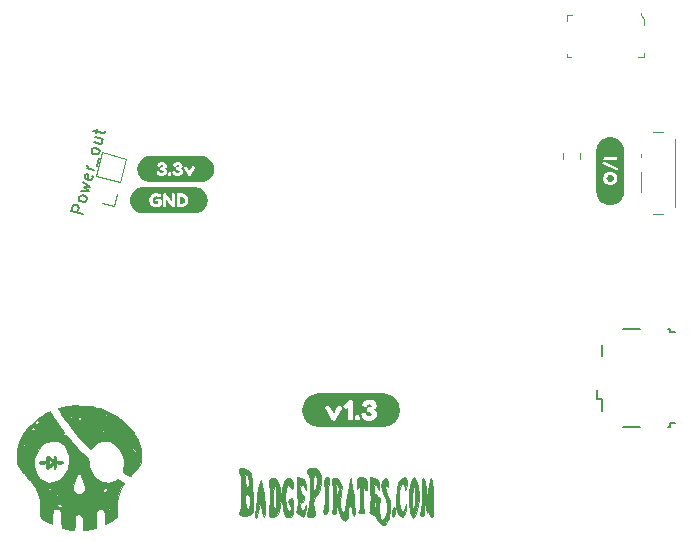
<source format=gbr>
%TF.GenerationSoftware,KiCad,Pcbnew,(6.0.1)*%
%TF.CreationDate,2022-06-05T00:17:46-05:00*%
%TF.ProjectId,Pivot_stand,5069766f-745f-4737-9461-6e642e6b6963,rev?*%
%TF.SameCoordinates,Original*%
%TF.FileFunction,Legend,Top*%
%TF.FilePolarity,Positive*%
%FSLAX46Y46*%
G04 Gerber Fmt 4.6, Leading zero omitted, Abs format (unit mm)*
G04 Created by KiCad (PCBNEW (6.0.1)) date 2022-06-05 00:17:46*
%MOMM*%
%LPD*%
G01*
G04 APERTURE LIST*
%ADD10C,0.150000*%
%ADD11C,0.120000*%
%ADD12C,0.100000*%
%ADD13C,0.010000*%
G04 APERTURE END LIST*
D10*
%TO.C,J2*%
X125528175Y-121755421D02*
X124562249Y-121496602D01*
X124660846Y-121128630D01*
X124731492Y-121048962D01*
X124789814Y-121015290D01*
X124894131Y-120993943D01*
X125032121Y-121030918D01*
X125111789Y-121101563D01*
X125145461Y-121159885D01*
X125166808Y-121264202D01*
X125068210Y-121632174D01*
X125823968Y-120651506D02*
X125753322Y-120731174D01*
X125695001Y-120764846D01*
X125590683Y-120786193D01*
X125314704Y-120712245D01*
X125235036Y-120641599D01*
X125201364Y-120583278D01*
X125180017Y-120478960D01*
X125216991Y-120340971D01*
X125287637Y-120261302D01*
X125345958Y-120227631D01*
X125450276Y-120206283D01*
X125726255Y-120280232D01*
X125805923Y-120350878D01*
X125839595Y-120409199D01*
X125860942Y-120513517D01*
X125823968Y-120651506D01*
X125352563Y-119835009D02*
X126045813Y-119823570D01*
X125635147Y-119516336D01*
X126144410Y-119455598D01*
X125549759Y-119099066D01*
X126344908Y-118523344D02*
X126366255Y-118627661D01*
X126316956Y-118811647D01*
X126246311Y-118891315D01*
X126141993Y-118912662D01*
X125774021Y-118814065D01*
X125694353Y-118743419D01*
X125673006Y-118639101D01*
X125722305Y-118455115D01*
X125792951Y-118375447D01*
X125897268Y-118354100D01*
X125989261Y-118378749D01*
X125958007Y-118863364D01*
X126514152Y-118075704D02*
X125870201Y-117903158D01*
X126054187Y-117952457D02*
X125974519Y-117881811D01*
X125940847Y-117823489D01*
X125919500Y-117719172D01*
X125944150Y-117627179D01*
X126704743Y-117732381D02*
X126901938Y-116996438D01*
X126908543Y-116603817D02*
X126837897Y-116683485D01*
X126779576Y-116717157D01*
X126675258Y-116738504D01*
X126399279Y-116664555D01*
X126319611Y-116593910D01*
X126285939Y-116535588D01*
X126264592Y-116431271D01*
X126301566Y-116293281D01*
X126372212Y-116213613D01*
X126430533Y-116179941D01*
X126534851Y-116158594D01*
X126810830Y-116232543D01*
X126890498Y-116303189D01*
X126924170Y-116361510D01*
X126945517Y-116465827D01*
X126908543Y-116603817D01*
X126572710Y-115281359D02*
X127216661Y-115453905D01*
X126461788Y-115695327D02*
X126967749Y-115830899D01*
X127072067Y-115809552D01*
X127142712Y-115729884D01*
X127179687Y-115591894D01*
X127158340Y-115487577D01*
X127124668Y-115429256D01*
X126658983Y-114959384D02*
X126757581Y-114591412D01*
X126373982Y-114735121D02*
X127201918Y-114956966D01*
X127306236Y-114935619D01*
X127376882Y-114855951D01*
X127401531Y-114763958D01*
D11*
%TO.C,I/O*%
X175626000Y-121163200D02*
X175626000Y-115463200D01*
X172776000Y-116913200D02*
X172776000Y-116713200D01*
X174616000Y-114863200D02*
X173826000Y-114863200D01*
X173826000Y-121763200D02*
X174616000Y-121763200D01*
X172776000Y-119913200D02*
X172776000Y-118213200D01*
%TO.C,kibuzzard-629C349E*%
G36*
X135095644Y-119491853D02*
G01*
X135203658Y-119507875D01*
X135309581Y-119534408D01*
X135412394Y-119571194D01*
X135511106Y-119617882D01*
X135604766Y-119674019D01*
X135692473Y-119739067D01*
X135773382Y-119812399D01*
X135846713Y-119893307D01*
X135911761Y-119981014D01*
X135967899Y-120074674D01*
X136014586Y-120173386D01*
X136051373Y-120276199D01*
X136077905Y-120382122D01*
X136093927Y-120490136D01*
X136099285Y-120599200D01*
X136093927Y-120708264D01*
X136077905Y-120816278D01*
X136051373Y-120922201D01*
X136014586Y-121025014D01*
X135967899Y-121123726D01*
X135911761Y-121217386D01*
X135846713Y-121305093D01*
X135773382Y-121386001D01*
X135692473Y-121459333D01*
X135604766Y-121524381D01*
X135511106Y-121580518D01*
X135412394Y-121627206D01*
X135309581Y-121663992D01*
X135203658Y-121690525D01*
X135095644Y-121706547D01*
X134986580Y-121711905D01*
X130646620Y-121711905D01*
X130537556Y-121706547D01*
X130429542Y-121690525D01*
X130323619Y-121663992D01*
X130220806Y-121627206D01*
X130122094Y-121580518D01*
X130028434Y-121524381D01*
X129940727Y-121459333D01*
X129859818Y-121386001D01*
X129786487Y-121305093D01*
X129721439Y-121217386D01*
X129665301Y-121123726D01*
X129618614Y-121025014D01*
X129581827Y-120922201D01*
X129555295Y-120816278D01*
X129539273Y-120708264D01*
X129533915Y-120599200D01*
X129534383Y-120589675D01*
X131159250Y-120589675D01*
X131170164Y-120711268D01*
X131202906Y-120823633D01*
X131257477Y-120926771D01*
X131333875Y-121020681D01*
X131425057Y-121098816D01*
X131523978Y-121154627D01*
X131630638Y-121188113D01*
X131745037Y-121199275D01*
X131870053Y-121190643D01*
X131978400Y-121164747D01*
X132070078Y-121121587D01*
X132145087Y-121061163D01*
X132153831Y-121042113D01*
X132316537Y-121042113D01*
X132318919Y-121097675D01*
X132334000Y-121140538D01*
X132375275Y-121172684D01*
X132454650Y-121183400D01*
X132536406Y-121172684D01*
X132578475Y-121140538D01*
X132593556Y-121099262D01*
X132595937Y-121043700D01*
X132595937Y-120521412D01*
X132640299Y-120579268D01*
X132698243Y-120655468D01*
X132769769Y-120750013D01*
X132854876Y-120862901D01*
X132953566Y-120994135D01*
X133065837Y-121143713D01*
X133105525Y-121173875D01*
X133191250Y-121183400D01*
X133273006Y-121172684D01*
X133315075Y-121140538D01*
X133330156Y-121099262D01*
X133332537Y-121043700D01*
X133332537Y-121040525D01*
X133459537Y-121040525D01*
X133478587Y-121142125D01*
X133520656Y-121171891D01*
X133599237Y-121181813D01*
X133889750Y-121181813D01*
X134006679Y-121170998D01*
X134114580Y-121138553D01*
X134213451Y-121084479D01*
X134303294Y-121008775D01*
X134377956Y-120917940D01*
X134431286Y-120818473D01*
X134463284Y-120710375D01*
X134473950Y-120593644D01*
X134463036Y-120477359D01*
X134430294Y-120370600D01*
X134375723Y-120273366D01*
X134299325Y-120185656D01*
X134208540Y-120113078D01*
X134110809Y-120061236D01*
X134006134Y-120030131D01*
X133894512Y-120019762D01*
X133600825Y-120018175D01*
X133519069Y-120028891D01*
X133477000Y-120061037D01*
X133461919Y-120102312D01*
X133459537Y-120157875D01*
X133459537Y-121040525D01*
X133332537Y-121040525D01*
X133332537Y-120162637D01*
X133323012Y-120081675D01*
X133303169Y-120048337D01*
X133261894Y-120029287D01*
X133188869Y-120021350D01*
X133113462Y-120030875D01*
X133068219Y-120068181D01*
X133053137Y-120156287D01*
X133053137Y-120692863D01*
X133009393Y-120635580D01*
X132953301Y-120561100D01*
X132884862Y-120469422D01*
X132804076Y-120360546D01*
X132710943Y-120234472D01*
X132605462Y-120091200D01*
X132568950Y-120049925D01*
X132530056Y-120030081D01*
X132454650Y-120021350D01*
X132376862Y-120030875D01*
X132331619Y-120068181D01*
X132316537Y-120156287D01*
X132316537Y-121042113D01*
X132153831Y-121042113D01*
X132189537Y-120964325D01*
X132189537Y-120615075D01*
X132173662Y-120526175D01*
X132068887Y-120481725D01*
X131789487Y-120481725D01*
X131713287Y-120496012D01*
X131687094Y-120530937D01*
X131679950Y-120598406D01*
X131686300Y-120665081D01*
X131713287Y-120702388D01*
X131783137Y-120715088D01*
X131908550Y-120715088D01*
X131908550Y-120888125D01*
X131834334Y-120909556D01*
X131751387Y-120916700D01*
X131637087Y-120892689D01*
X131535487Y-120820656D01*
X131482571Y-120752041D01*
X131450821Y-120674253D01*
X131440237Y-120587294D01*
X131463653Y-120463072D01*
X131533900Y-120365044D01*
X131634309Y-120301345D01*
X131748212Y-120280112D01*
X131833937Y-120291027D01*
X131906962Y-120323769D01*
X132003800Y-120367425D01*
X132057378Y-120346391D01*
X132116512Y-120283287D01*
X132153025Y-120193594D01*
X132110162Y-120122950D01*
X131996744Y-120054158D01*
X131878740Y-120012883D01*
X131756150Y-119999125D01*
X131639469Y-120009692D01*
X131530725Y-120041392D01*
X131429919Y-120094226D01*
X131337050Y-120168194D01*
X131259262Y-120257937D01*
X131203700Y-120358098D01*
X131170362Y-120468678D01*
X131159250Y-120589675D01*
X129534383Y-120589675D01*
X129539273Y-120490136D01*
X129555295Y-120382122D01*
X129581827Y-120276199D01*
X129618614Y-120173386D01*
X129665301Y-120074674D01*
X129721439Y-119981014D01*
X129786487Y-119893307D01*
X129859818Y-119812399D01*
X129940727Y-119739067D01*
X130028434Y-119674019D01*
X130122094Y-119617882D01*
X130220806Y-119571194D01*
X130323619Y-119534408D01*
X130429542Y-119507875D01*
X130537556Y-119491853D01*
X130646620Y-119486495D01*
X134986580Y-119486495D01*
X135095644Y-119491853D01*
G37*
G36*
X134005836Y-120322380D02*
G01*
X134103269Y-120387269D01*
X134170539Y-120484305D01*
X134192962Y-120602375D01*
X134169944Y-120720048D01*
X134100887Y-120815894D01*
X134003256Y-120879592D01*
X133894512Y-120900825D01*
X133740525Y-120900825D01*
X133740525Y-120300750D01*
X133892925Y-120300750D01*
X134005836Y-120322380D01*
G37*
%TO.C,kibuzzard-629C3492*%
G36*
X135650553Y-116849463D02*
G01*
X135758644Y-116865497D01*
X135864643Y-116892048D01*
X135967529Y-116928861D01*
X136066311Y-116975582D01*
X136160038Y-117031759D01*
X136247808Y-117096854D01*
X136328774Y-117170237D01*
X136402158Y-117251204D01*
X136467252Y-117338973D01*
X136523430Y-117432700D01*
X136570150Y-117531482D01*
X136606963Y-117634368D01*
X136633515Y-117740367D01*
X136649549Y-117848458D01*
X136654910Y-117957600D01*
X136649549Y-118066742D01*
X136633515Y-118174833D01*
X136606963Y-118280832D01*
X136570150Y-118383718D01*
X136523430Y-118482500D01*
X136467252Y-118576227D01*
X136402158Y-118663996D01*
X136328774Y-118744963D01*
X136247808Y-118818346D01*
X136160038Y-118883441D01*
X136066311Y-118939618D01*
X135967529Y-118986339D01*
X135864643Y-119023152D01*
X135758644Y-119049703D01*
X135650553Y-119065737D01*
X135541411Y-119071099D01*
X131260189Y-119071099D01*
X131151047Y-119065737D01*
X131042956Y-119049703D01*
X130936957Y-119023152D01*
X130834071Y-118986339D01*
X130735289Y-118939618D01*
X130641562Y-118883441D01*
X130553792Y-118818346D01*
X130472826Y-118744963D01*
X130399442Y-118663996D01*
X130334348Y-118576227D01*
X130278170Y-118482500D01*
X130231450Y-118383718D01*
X130194637Y-118280832D01*
X130172324Y-118191756D01*
X131772819Y-118191756D01*
X131790281Y-118277481D01*
X131793456Y-118293356D01*
X131810919Y-118334631D01*
X131850209Y-118397734D01*
X131895056Y-118447344D01*
X131986779Y-118509080D01*
X132092612Y-118546122D01*
X132212556Y-118558469D01*
X132333383Y-118546210D01*
X132439745Y-118509433D01*
X132531644Y-118448138D01*
X132578448Y-118394956D01*
X132738019Y-118394956D01*
X132768975Y-118509256D01*
X132816203Y-118531878D01*
X132895975Y-118539419D01*
X132973961Y-118527909D01*
X133015831Y-118493381D01*
X133032500Y-118449725D01*
X133034881Y-118393369D01*
X133034881Y-118387019D01*
X133007894Y-118275894D01*
X132956498Y-118250891D01*
X132875338Y-118242556D01*
X132797352Y-118254463D01*
X132755481Y-118290181D01*
X132740400Y-118333044D01*
X132738019Y-118388606D01*
X132738019Y-118394956D01*
X132578448Y-118394956D01*
X132602199Y-118367969D01*
X132644533Y-118274571D01*
X132655493Y-118191756D01*
X133114256Y-118191756D01*
X133131719Y-118277481D01*
X133134894Y-118293356D01*
X133152356Y-118334631D01*
X133191647Y-118397734D01*
X133236494Y-118447344D01*
X133328216Y-118509080D01*
X133434049Y-118546122D01*
X133553994Y-118558469D01*
X133674820Y-118546210D01*
X133781183Y-118509433D01*
X133873081Y-118448138D01*
X133943637Y-118367969D01*
X133985970Y-118274571D01*
X134000081Y-118167944D01*
X133986984Y-118086981D01*
X133947694Y-118015544D01*
X133897688Y-117963950D01*
X133850856Y-117929819D01*
X133850856Y-117918706D01*
X133919648Y-117868876D01*
X133945697Y-117826631D01*
X134063581Y-117826631D01*
X134095331Y-117912356D01*
X134425531Y-118477506D01*
X134439819Y-118494969D01*
X134483475Y-118529100D01*
X134548563Y-118545769D01*
X134617619Y-118524338D01*
X134668419Y-118475919D01*
X134997031Y-117912356D01*
X135028781Y-117825044D01*
X135008144Y-117771069D01*
X134946231Y-117720269D01*
X134858919Y-117686931D01*
X134808119Y-117700425D01*
X134780338Y-117727412D01*
X134754144Y-117771069D01*
X134546181Y-118171119D01*
X134338219Y-117771069D01*
X134296150Y-117706775D01*
X134241381Y-117685344D01*
X134146131Y-117720269D01*
X134084219Y-117771466D01*
X134063581Y-117826631D01*
X133945697Y-117826631D01*
X133960923Y-117801937D01*
X133974681Y-117717887D01*
X133962158Y-117628370D01*
X133924587Y-117545026D01*
X133861969Y-117467856D01*
X133777655Y-117406120D01*
X133674997Y-117369078D01*
X133553994Y-117356731D01*
X133475214Y-117362287D01*
X133403975Y-117378956D01*
X133299200Y-117428169D01*
X133233319Y-117490875D01*
X133198394Y-117540881D01*
X133161881Y-117648831D01*
X133181725Y-117705584D01*
X133241256Y-117755194D01*
X133328569Y-117783769D01*
X133388894Y-117763925D01*
X133433344Y-117704394D01*
X133442869Y-117685344D01*
X133484144Y-117647244D01*
X133573838Y-117628194D01*
X133661944Y-117658356D01*
X133693694Y-117721856D01*
X133663531Y-117768291D01*
X133573044Y-117783769D01*
X133490494Y-117791706D01*
X133446441Y-117834966D01*
X133431756Y-117923469D01*
X133442472Y-118004828D01*
X133474619Y-118045706D01*
X133515894Y-118061581D01*
X133588125Y-118064756D01*
X133680200Y-118097300D01*
X133719094Y-118172706D01*
X133679406Y-118249700D01*
X133628606Y-118275298D01*
X133555581Y-118283831D01*
X133488906Y-118274306D01*
X133401594Y-118198106D01*
X133353969Y-118115556D01*
X133269831Y-118099681D01*
X133153150Y-118122700D01*
X133114256Y-118191756D01*
X132655493Y-118191756D01*
X132658644Y-118167944D01*
X132645547Y-118086981D01*
X132606256Y-118015544D01*
X132556250Y-117963950D01*
X132509419Y-117929819D01*
X132509419Y-117918706D01*
X132578210Y-117868876D01*
X132619485Y-117801937D01*
X132633244Y-117717887D01*
X132620720Y-117628370D01*
X132583149Y-117545026D01*
X132520531Y-117467856D01*
X132436217Y-117406120D01*
X132333559Y-117369078D01*
X132212556Y-117356731D01*
X132133777Y-117362287D01*
X132062538Y-117378956D01*
X131957763Y-117428169D01*
X131891881Y-117490875D01*
X131856956Y-117540881D01*
X131820444Y-117648831D01*
X131840288Y-117705584D01*
X131899819Y-117755194D01*
X131987131Y-117783769D01*
X132047456Y-117763925D01*
X132091906Y-117704394D01*
X132101431Y-117685344D01*
X132142706Y-117647244D01*
X132232400Y-117628194D01*
X132320506Y-117658356D01*
X132352256Y-117721856D01*
X132322094Y-117768291D01*
X132231606Y-117783769D01*
X132149056Y-117791706D01*
X132105003Y-117834966D01*
X132090319Y-117923469D01*
X132101034Y-118004828D01*
X132133181Y-118045706D01*
X132174456Y-118061581D01*
X132246688Y-118064756D01*
X132338763Y-118097300D01*
X132377656Y-118172706D01*
X132337969Y-118249700D01*
X132287169Y-118275298D01*
X132214144Y-118283831D01*
X132147469Y-118274306D01*
X132060156Y-118198106D01*
X132012531Y-118115556D01*
X131928394Y-118099681D01*
X131811713Y-118122700D01*
X131772819Y-118191756D01*
X130172324Y-118191756D01*
X130168085Y-118174833D01*
X130152051Y-118066742D01*
X130146690Y-117957600D01*
X130152051Y-117848458D01*
X130168085Y-117740367D01*
X130194637Y-117634368D01*
X130231450Y-117531482D01*
X130278170Y-117432700D01*
X130334348Y-117338973D01*
X130399442Y-117251204D01*
X130472826Y-117170237D01*
X130553792Y-117096854D01*
X130641562Y-117031759D01*
X130735289Y-116975582D01*
X130834071Y-116928861D01*
X130936957Y-116892048D01*
X131042956Y-116865497D01*
X131151047Y-116849463D01*
X131260189Y-116844101D01*
X135541411Y-116844101D01*
X135650553Y-116849463D01*
G37*
%TO.C,C1*%
X166218800Y-116632222D02*
X166218800Y-117149378D01*
X167638800Y-116632222D02*
X167638800Y-117149378D01*
D10*
%TO.C,J1*%
X175214200Y-139786000D02*
X175214200Y-139486000D01*
X169089200Y-137436000D02*
X169514200Y-137436000D01*
X175214200Y-131486000D02*
X175064200Y-131486000D01*
X171264200Y-139786000D02*
X172664200Y-139786000D01*
X169089200Y-136711000D02*
X169089200Y-137436000D01*
X175214200Y-139486000D02*
X175664200Y-139486000D01*
X175064200Y-139786000D02*
X175214200Y-139786000D01*
X175664200Y-131786000D02*
X175214200Y-131786000D01*
X172664200Y-131486000D02*
X171264200Y-131486000D01*
X169514200Y-137436000D02*
X169514200Y-138436000D01*
X169514200Y-133836000D02*
X169514200Y-132836000D01*
X175214200Y-131786000D02*
X175214200Y-131486000D01*
D12*
%TO.C,U1*%
X172548600Y-108505800D02*
X173048600Y-108505800D01*
X166498600Y-104955800D02*
X166948600Y-104955800D01*
X173048600Y-105280800D02*
X172748600Y-104955800D01*
X166498600Y-105430800D02*
X166498600Y-104955800D01*
X173048600Y-105755800D02*
X173048600Y-105280800D01*
X166873600Y-108505800D02*
X166498600Y-108505800D01*
X166498600Y-108505800D02*
X166498600Y-108205800D01*
X172748600Y-104955800D02*
X172748600Y-104760800D01*
X173048600Y-108505800D02*
X173048600Y-108105800D01*
D11*
%TO.C,J2*%
X126634938Y-118559726D02*
X127168105Y-116569919D01*
X128423881Y-120074348D02*
X128149533Y-121098230D01*
X129215868Y-117118615D02*
X127168105Y-116569919D01*
X128682700Y-119108422D02*
X129215868Y-117118615D01*
X128682700Y-119108422D02*
X126634938Y-118559726D01*
X128149533Y-121098230D02*
X127125652Y-120823881D01*
D13*
%TO.C,G\u002A\u002A\u002A*%
X125044321Y-137985309D02*
X125310366Y-137991778D01*
X125310366Y-137991778D02*
X125346670Y-137992775D01*
X125346670Y-137992775D02*
X125656342Y-138002996D01*
X125656342Y-138002996D02*
X125907953Y-138016547D01*
X125907953Y-138016547D02*
X126121593Y-138036395D01*
X126121593Y-138036395D02*
X126317355Y-138065506D01*
X126317355Y-138065506D02*
X126515330Y-138106845D01*
X126515330Y-138106845D02*
X126735608Y-138163380D01*
X126735608Y-138163380D02*
X126988062Y-138235096D01*
X126988062Y-138235096D02*
X127506784Y-138422609D01*
X127506784Y-138422609D02*
X128021285Y-138678627D01*
X128021285Y-138678627D02*
X128516566Y-138994248D01*
X128516566Y-138994248D02*
X128977627Y-139360568D01*
X128977627Y-139360568D02*
X129144876Y-139515204D01*
X129144876Y-139515204D02*
X129406506Y-139777055D01*
X129406506Y-139777055D02*
X129608497Y-139999389D01*
X129608497Y-139999389D02*
X129749796Y-140180851D01*
X129749796Y-140180851D02*
X129829351Y-140320083D01*
X129829351Y-140320083D02*
X129846112Y-140415728D01*
X129846112Y-140415728D02*
X129845360Y-140419035D01*
X129845360Y-140419035D02*
X129838678Y-140507971D01*
X129838678Y-140507971D02*
X129869841Y-140542000D01*
X129869841Y-140542000D02*
X129921619Y-140518481D01*
X129921619Y-140518481D02*
X129956022Y-140515144D01*
X129956022Y-140515144D02*
X130001503Y-140562539D01*
X130001503Y-140562539D02*
X130064847Y-140669275D01*
X130064847Y-140669275D02*
X130110829Y-140758531D01*
X130110829Y-140758531D02*
X130177687Y-140903404D01*
X130177687Y-140903404D02*
X130227257Y-141032219D01*
X130227257Y-141032219D02*
X130250504Y-141120962D01*
X130250504Y-141120962D02*
X130251200Y-141131558D01*
X130251200Y-141131558D02*
X130264146Y-141202462D01*
X130264146Y-141202462D02*
X130287145Y-141224000D01*
X130287145Y-141224000D02*
X130317183Y-141260395D01*
X130317183Y-141260395D02*
X130351355Y-141359509D01*
X130351355Y-141359509D02*
X130386644Y-141506234D01*
X130386644Y-141506234D02*
X130420030Y-141685463D01*
X130420030Y-141685463D02*
X130448495Y-141882089D01*
X130448495Y-141882089D02*
X130469018Y-142081005D01*
X130469018Y-142081005D02*
X130474558Y-142161846D01*
X130474558Y-142161846D02*
X130473068Y-142494918D01*
X130473068Y-142494918D02*
X130430727Y-142789632D01*
X130430727Y-142789632D02*
X130349885Y-143033852D01*
X130349885Y-143033852D02*
X130282837Y-143152602D01*
X130282837Y-143152602D02*
X130219720Y-143233297D01*
X130219720Y-143233297D02*
X130118343Y-143351545D01*
X130118343Y-143351545D02*
X129994872Y-143488810D01*
X129994872Y-143488810D02*
X129911839Y-143577956D01*
X129911839Y-143577956D02*
X129794416Y-143705684D01*
X129794416Y-143705684D02*
X129700378Y-143814650D01*
X129700378Y-143814650D02*
X129640992Y-143891376D01*
X129640992Y-143891376D02*
X129625969Y-143919880D01*
X129625969Y-143919880D02*
X129599971Y-143954032D01*
X129599971Y-143954032D02*
X129519796Y-143945921D01*
X129519796Y-143945921D02*
X129382171Y-143894658D01*
X129382171Y-143894658D02*
X129186354Y-143800651D01*
X129186354Y-143800651D02*
X129032826Y-143719699D01*
X129032826Y-143719699D02*
X128939408Y-143654702D01*
X128939408Y-143654702D02*
X128896620Y-143586039D01*
X128896620Y-143586039D02*
X128894985Y-143494091D01*
X128894985Y-143494091D02*
X128925024Y-143359236D01*
X128925024Y-143359236D02*
X128942123Y-143295077D01*
X128942123Y-143295077D02*
X128972534Y-143099692D01*
X128972534Y-143099692D02*
X130055816Y-143099692D01*
X130055816Y-143099692D02*
X130085552Y-143137634D01*
X130085552Y-143137634D02*
X130094892Y-143138769D01*
X130094892Y-143138769D02*
X130132834Y-143109033D01*
X130132834Y-143109033D02*
X130133969Y-143099692D01*
X130133969Y-143099692D02*
X130104233Y-143061751D01*
X130104233Y-143061751D02*
X130094892Y-143060616D01*
X130094892Y-143060616D02*
X130056951Y-143090352D01*
X130056951Y-143090352D02*
X130055816Y-143099692D01*
X130055816Y-143099692D02*
X128972534Y-143099692D01*
X128972534Y-143099692D02*
X128995820Y-142950093D01*
X128995820Y-142950093D02*
X128980582Y-142592357D01*
X128980582Y-142592357D02*
X128900593Y-142236724D01*
X128900593Y-142236724D02*
X128877626Y-142181385D01*
X128877626Y-142181385D02*
X130290277Y-142181385D01*
X130290277Y-142181385D02*
X130309816Y-142200923D01*
X130309816Y-142200923D02*
X130329354Y-142181385D01*
X130329354Y-142181385D02*
X130309816Y-142161846D01*
X130309816Y-142161846D02*
X130290277Y-142181385D01*
X130290277Y-142181385D02*
X128877626Y-142181385D01*
X128877626Y-142181385D02*
X128760032Y-141898052D01*
X128760032Y-141898052D02*
X128563081Y-141591197D01*
X128563081Y-141591197D02*
X128450337Y-141463789D01*
X128450337Y-141463789D02*
X129573077Y-141463789D01*
X129573077Y-141463789D02*
X129577677Y-141502812D01*
X129577677Y-141502812D02*
X129625544Y-141589199D01*
X129625544Y-141589199D02*
X129715874Y-141717602D01*
X129715874Y-141717602D02*
X129723832Y-141728112D01*
X129723832Y-141728112D02*
X129840727Y-141865066D01*
X129840727Y-141865066D02*
X129938285Y-141946666D01*
X129938285Y-141946666D02*
X130010138Y-141969907D01*
X130010138Y-141969907D02*
X130040913Y-141940410D01*
X130040913Y-141940410D02*
X130146995Y-141940410D01*
X130146995Y-141940410D02*
X130152359Y-141963642D01*
X130152359Y-141963642D02*
X130173046Y-141966462D01*
X130173046Y-141966462D02*
X130205211Y-141952164D01*
X130205211Y-141952164D02*
X130199098Y-141940410D01*
X130199098Y-141940410D02*
X130152722Y-141935734D01*
X130152722Y-141935734D02*
X130146995Y-141940410D01*
X130146995Y-141940410D02*
X130040913Y-141940410D01*
X130040913Y-141940410D02*
X130049915Y-141931783D01*
X130049915Y-141931783D02*
X130055816Y-141884802D01*
X130055816Y-141884802D02*
X130026581Y-141804806D01*
X130026581Y-141804806D02*
X129957713Y-141721061D01*
X129957713Y-141721061D02*
X129877465Y-141664060D01*
X129877465Y-141664060D02*
X129843031Y-141655146D01*
X129843031Y-141655146D02*
X129793191Y-141629411D01*
X129793191Y-141629411D02*
X129716312Y-141567319D01*
X129716312Y-141567319D02*
X129696900Y-141549234D01*
X129696900Y-141549234D02*
X129612549Y-141477480D01*
X129612549Y-141477480D02*
X129573077Y-141463789D01*
X129573077Y-141463789D02*
X128450337Y-141463789D01*
X128450337Y-141463789D02*
X128415728Y-141424679D01*
X128415728Y-141424679D02*
X128373293Y-141387360D01*
X128373293Y-141387360D02*
X129707718Y-141387360D01*
X129707718Y-141387360D02*
X129735715Y-141414489D01*
X129735715Y-141414489D02*
X129743200Y-141419385D01*
X129743200Y-141419385D02*
X129802001Y-141453506D01*
X129802001Y-141453506D02*
X129820126Y-141443358D01*
X129820126Y-141443358D02*
X129821354Y-141419385D01*
X129821354Y-141419385D02*
X129789134Y-141386541D01*
X129789134Y-141386541D02*
X129752969Y-141380906D01*
X129752969Y-141380906D02*
X129707718Y-141387360D01*
X129707718Y-141387360D02*
X128373293Y-141387360D01*
X128373293Y-141387360D02*
X128277696Y-141303289D01*
X128277696Y-141303289D02*
X128117906Y-141185780D01*
X128117906Y-141185780D02*
X128021525Y-141126308D01*
X128021525Y-141126308D02*
X127916435Y-141071810D01*
X127916435Y-141071810D02*
X127825159Y-141037400D01*
X127825159Y-141037400D02*
X127724225Y-141018515D01*
X127724225Y-141018515D02*
X127590157Y-141010597D01*
X127590157Y-141010597D02*
X127418123Y-141009077D01*
X127418123Y-141009077D02*
X127232461Y-141011040D01*
X127232461Y-141011040D02*
X127102748Y-141019664D01*
X127102748Y-141019664D02*
X127006821Y-141039055D01*
X127006821Y-141039055D02*
X126922517Y-141073317D01*
X126922517Y-141073317D02*
X126847606Y-141114747D01*
X126847606Y-141114747D02*
X126731439Y-141196912D01*
X126731439Y-141196912D02*
X126593123Y-141314775D01*
X126593123Y-141314775D02*
X126460785Y-141444201D01*
X126460785Y-141444201D02*
X126449130Y-141456670D01*
X126449130Y-141456670D02*
X126343942Y-141565790D01*
X126343942Y-141565790D02*
X126256551Y-141648223D01*
X126256551Y-141648223D02*
X126201789Y-141690246D01*
X126201789Y-141690246D02*
X126193817Y-141692923D01*
X126193817Y-141692923D02*
X126152664Y-141665368D01*
X126152664Y-141665368D02*
X126068252Y-141588907D01*
X126068252Y-141588907D02*
X125949470Y-141472843D01*
X125949470Y-141472843D02*
X125805207Y-141326480D01*
X125805207Y-141326480D02*
X125644351Y-141159124D01*
X125644351Y-141159124D02*
X125475794Y-140980077D01*
X125475794Y-140980077D02*
X125308422Y-140798646D01*
X125308422Y-140798646D02*
X125151127Y-140624133D01*
X125151127Y-140624133D02*
X125043291Y-140500736D01*
X125043291Y-140500736D02*
X125827273Y-140500736D01*
X125827273Y-140500736D02*
X125839282Y-140571479D01*
X125839282Y-140571479D02*
X125844641Y-140583670D01*
X125844641Y-140583670D02*
X125879023Y-140642905D01*
X125879023Y-140642905D02*
X125920937Y-140644746D01*
X125920937Y-140644746D02*
X125978672Y-140610524D01*
X125978672Y-140610524D02*
X126041411Y-140562109D01*
X126041411Y-140562109D02*
X126043098Y-140521729D01*
X126043098Y-140521729D02*
X126008542Y-140478431D01*
X126008542Y-140478431D02*
X125945173Y-140431390D01*
X125945173Y-140431390D02*
X125879413Y-140448577D01*
X125879413Y-140448577D02*
X125874510Y-140451577D01*
X125874510Y-140451577D02*
X125827273Y-140500736D01*
X125827273Y-140500736D02*
X125043291Y-140500736D01*
X125043291Y-140500736D02*
X125012797Y-140465843D01*
X125012797Y-140465843D02*
X124979626Y-140426522D01*
X124979626Y-140426522D02*
X127401499Y-140426522D01*
X127401499Y-140426522D02*
X127415458Y-140458850D01*
X127415458Y-140458850D02*
X127459991Y-140498286D01*
X127459991Y-140498286D02*
X127523801Y-140534477D01*
X127523801Y-140534477D02*
X127551978Y-140536555D01*
X127551978Y-140536555D02*
X127538019Y-140504228D01*
X127538019Y-140504228D02*
X127493486Y-140464791D01*
X127493486Y-140464791D02*
X127429677Y-140428600D01*
X127429677Y-140428600D02*
X127401499Y-140426522D01*
X127401499Y-140426522D02*
X124979626Y-140426522D01*
X124979626Y-140426522D02*
X124947323Y-140388231D01*
X124947323Y-140388231D02*
X124896126Y-140325231D01*
X124896126Y-140325231D02*
X129352431Y-140325231D01*
X129352431Y-140325231D02*
X129366729Y-140357396D01*
X129366729Y-140357396D02*
X129378482Y-140351282D01*
X129378482Y-140351282D02*
X129383159Y-140304907D01*
X129383159Y-140304907D02*
X129378482Y-140299180D01*
X129378482Y-140299180D02*
X129355251Y-140304544D01*
X129355251Y-140304544D02*
X129352431Y-140325231D01*
X129352431Y-140325231D02*
X124896126Y-140325231D01*
X124896126Y-140325231D02*
X124784980Y-140188462D01*
X124784980Y-140188462D02*
X125053969Y-140188462D01*
X125053969Y-140188462D02*
X125073508Y-140208000D01*
X125073508Y-140208000D02*
X125093046Y-140188462D01*
X125093046Y-140188462D02*
X125073508Y-140168923D01*
X125073508Y-140168923D02*
X125053969Y-140188462D01*
X125053969Y-140188462D02*
X124784980Y-140188462D01*
X124784980Y-140188462D02*
X124748295Y-140143320D01*
X124748295Y-140143320D02*
X124691894Y-140071437D01*
X124691894Y-140071437D02*
X127177957Y-140071437D01*
X127177957Y-140071437D02*
X127180167Y-140157545D01*
X127180167Y-140157545D02*
X127182413Y-140164990D01*
X127182413Y-140164990D02*
X127221854Y-140236192D01*
X127221854Y-140236192D02*
X127275089Y-140231771D01*
X127275089Y-140231771D02*
X127323940Y-140184233D01*
X127323940Y-140184233D02*
X127353694Y-140128763D01*
X127353694Y-140128763D02*
X127321011Y-140081795D01*
X127321011Y-140081795D02*
X127301518Y-140066856D01*
X127301518Y-140066856D02*
X127223290Y-140037184D01*
X127223290Y-140037184D02*
X127177957Y-140071437D01*
X127177957Y-140071437D02*
X124691894Y-140071437D01*
X124691894Y-140071437D02*
X124661072Y-140032154D01*
X124661072Y-140032154D02*
X129547816Y-140032154D01*
X129547816Y-140032154D02*
X129567354Y-140051692D01*
X129567354Y-140051692D02*
X129586892Y-140032154D01*
X129586892Y-140032154D02*
X129567354Y-140012616D01*
X129567354Y-140012616D02*
X129547816Y-140032154D01*
X129547816Y-140032154D02*
X124661072Y-140032154D01*
X124661072Y-140032154D02*
X124544707Y-139883848D01*
X124544707Y-139883848D02*
X124506065Y-139833085D01*
X124506065Y-139833085D02*
X126902177Y-139833085D01*
X126902177Y-139833085D02*
X126929662Y-139856308D01*
X126929662Y-139856308D02*
X126992014Y-139891454D01*
X126992014Y-139891454D02*
X127000321Y-139878217D01*
X127000321Y-139878217D02*
X126995438Y-139869333D01*
X126995438Y-139869333D02*
X127802380Y-139869333D01*
X127802380Y-139869333D02*
X127807744Y-139892565D01*
X127807744Y-139892565D02*
X127828431Y-139895385D01*
X127828431Y-139895385D02*
X127860596Y-139881087D01*
X127860596Y-139881087D02*
X127854482Y-139869333D01*
X127854482Y-139869333D02*
X127808107Y-139864657D01*
X127808107Y-139864657D02*
X127802380Y-139869333D01*
X127802380Y-139869333D02*
X126995438Y-139869333D01*
X126995438Y-139869333D02*
X126988277Y-139856308D01*
X126988277Y-139856308D02*
X126931208Y-139819155D01*
X126931208Y-139819155D02*
X126917586Y-139817829D01*
X126917586Y-139817829D02*
X126902177Y-139833085D01*
X126902177Y-139833085D02*
X124506065Y-139833085D01*
X124506065Y-139833085D02*
X124373703Y-139659205D01*
X124373703Y-139659205D02*
X125450309Y-139659205D01*
X125450309Y-139659205D02*
X125463064Y-139698038D01*
X125463064Y-139698038D02*
X125511832Y-139721927D01*
X125511832Y-139721927D02*
X125528997Y-139715765D01*
X125528997Y-139715765D02*
X125545444Y-139674336D01*
X125545444Y-139674336D02*
X125526949Y-139649349D01*
X125526949Y-139649349D02*
X125474413Y-139626966D01*
X125474413Y-139626966D02*
X125450309Y-139659205D01*
X125450309Y-139659205D02*
X124373703Y-139659205D01*
X124373703Y-139659205D02*
X124342398Y-139618082D01*
X124342398Y-139618082D02*
X124315492Y-139581720D01*
X124315492Y-139581720D02*
X126587129Y-139581720D01*
X126587129Y-139581720D02*
X126629387Y-139631178D01*
X126629387Y-139631178D02*
X126637048Y-139636891D01*
X126637048Y-139636891D02*
X126713556Y-139669928D01*
X126713556Y-139669928D02*
X126778547Y-139664821D01*
X126778547Y-139664821D02*
X126805016Y-139625964D01*
X126805016Y-139625964D02*
X126801987Y-139610054D01*
X126801987Y-139610054D02*
X126750691Y-139542421D01*
X126750691Y-139542421D02*
X126674730Y-139513416D01*
X126674730Y-139513416D02*
X126610453Y-139534655D01*
X126610453Y-139534655D02*
X126587129Y-139581720D01*
X126587129Y-139581720D02*
X124315492Y-139581720D01*
X124315492Y-139581720D02*
X124203330Y-139430142D01*
X124203330Y-139430142D02*
X124899557Y-139430142D01*
X124899557Y-139430142D02*
X124912097Y-139485869D01*
X124912097Y-139485869D02*
X124951598Y-139526983D01*
X124951598Y-139526983D02*
X124977437Y-139523152D01*
X124977437Y-139523152D02*
X124995232Y-139479373D01*
X124995232Y-139479373D02*
X124972145Y-139441577D01*
X124972145Y-139441577D02*
X124920458Y-139402938D01*
X124920458Y-139402938D02*
X124899557Y-139430142D01*
X124899557Y-139430142D02*
X124203330Y-139430142D01*
X124203330Y-139430142D02*
X124147203Y-139354291D01*
X124147203Y-139354291D02*
X124100771Y-139289692D01*
X124100771Y-139289692D02*
X124858585Y-139289692D01*
X124858585Y-139289692D02*
X124878123Y-139309231D01*
X124878123Y-139309231D02*
X124897662Y-139289692D01*
X124897662Y-139289692D02*
X124878123Y-139270154D01*
X124878123Y-139270154D02*
X124858585Y-139289692D01*
X124858585Y-139289692D02*
X124100771Y-139289692D01*
X124100771Y-139289692D02*
X124057073Y-139228896D01*
X124057073Y-139228896D02*
X128001951Y-139228896D01*
X128001951Y-139228896D02*
X128011852Y-139245165D01*
X128011852Y-139245165D02*
X128068577Y-139268937D01*
X128068577Y-139268937D02*
X128100835Y-139227111D01*
X128100835Y-139227111D02*
X128101969Y-139211539D01*
X128101969Y-139211539D02*
X128082092Y-139159518D01*
X128082092Y-139159518D02*
X128065199Y-139152923D01*
X128065199Y-139152923D02*
X128014171Y-139178779D01*
X128014171Y-139178779D02*
X128001951Y-139228896D01*
X128001951Y-139228896D02*
X124057073Y-139228896D01*
X124057073Y-139228896D02*
X123964960Y-139100745D01*
X123964960Y-139100745D02*
X123951152Y-139080890D01*
X123951152Y-139080890D02*
X125145180Y-139080890D01*
X125145180Y-139080890D02*
X125157069Y-139133385D01*
X125157069Y-139133385D02*
X125212045Y-139183495D01*
X125212045Y-139183495D02*
X125301022Y-139183780D01*
X125301022Y-139183780D02*
X125360850Y-139157294D01*
X125360850Y-139157294D02*
X125393468Y-139114227D01*
X125393468Y-139114227D02*
X125370665Y-139043333D01*
X125370665Y-139043333D02*
X125369244Y-139040662D01*
X125369244Y-139040662D02*
X125302572Y-138972092D01*
X125302572Y-138972092D02*
X125227199Y-138962847D01*
X125227199Y-138962847D02*
X125166833Y-139002566D01*
X125166833Y-139002566D02*
X125145180Y-139080890D01*
X125145180Y-139080890D02*
X123951152Y-139080890D01*
X123951152Y-139080890D02*
X123873007Y-138968524D01*
X123873007Y-138968524D02*
X124419049Y-138968524D01*
X124419049Y-138968524D02*
X124455128Y-139016259D01*
X124455128Y-139016259D02*
X124460514Y-139020270D01*
X124460514Y-139020270D02*
X124530541Y-139048289D01*
X124530541Y-139048289D02*
X124587771Y-139038815D01*
X124587771Y-139038815D02*
X124604950Y-138999269D01*
X124604950Y-138999269D02*
X124598276Y-138982752D01*
X124598276Y-138982752D02*
X124539060Y-138891998D01*
X124539060Y-138891998D02*
X124495021Y-138866822D01*
X124495021Y-138866822D02*
X124452271Y-138900253D01*
X124452271Y-138900253D02*
X124447238Y-138906953D01*
X124447238Y-138906953D02*
X124419049Y-138968524D01*
X124419049Y-138968524D02*
X123873007Y-138968524D01*
X123873007Y-138968524D02*
X123801506Y-138865713D01*
X123801506Y-138865713D02*
X123696328Y-138707940D01*
X123696328Y-138707940D02*
X124168633Y-138707940D01*
X124168633Y-138707940D02*
X124174739Y-138723077D01*
X124174739Y-138723077D02*
X124209853Y-138760356D01*
X124209853Y-138760356D02*
X124216122Y-138762154D01*
X124216122Y-138762154D02*
X124232906Y-138731920D01*
X124232906Y-138731920D02*
X124233354Y-138723077D01*
X124233354Y-138723077D02*
X124219303Y-138705502D01*
X124219303Y-138705502D02*
X127374483Y-138705502D01*
X127374483Y-138705502D02*
X127399656Y-138774559D01*
X127399656Y-138774559D02*
X127420553Y-138798269D01*
X127420553Y-138798269D02*
X127503486Y-138857707D01*
X127503486Y-138857707D02*
X127560132Y-138844660D01*
X127560132Y-138844660D02*
X127586250Y-138773956D01*
X127586250Y-138773956D02*
X127569078Y-138701851D01*
X127569078Y-138701851D02*
X127508771Y-138670835D01*
X127508771Y-138670835D02*
X127414079Y-138666269D01*
X127414079Y-138666269D02*
X127374483Y-138705502D01*
X127374483Y-138705502D02*
X124219303Y-138705502D01*
X124219303Y-138705502D02*
X124203313Y-138685502D01*
X124203313Y-138685502D02*
X124191971Y-138684000D01*
X124191971Y-138684000D02*
X124168633Y-138707940D01*
X124168633Y-138707940D02*
X123696328Y-138707940D01*
X123696328Y-138707940D02*
X123662677Y-138657463D01*
X123662677Y-138657463D02*
X123554310Y-138484263D01*
X123554310Y-138484263D02*
X123482243Y-138354384D01*
X123482243Y-138354384D02*
X123452311Y-138276094D01*
X123452311Y-138276094D02*
X123451815Y-138269599D01*
X123451815Y-138269599D02*
X123455488Y-138239113D01*
X123455488Y-138239113D02*
X123474015Y-138214372D01*
X123474015Y-138214372D02*
X123518661Y-138191655D01*
X123518661Y-138191655D02*
X123600691Y-138167238D01*
X123600691Y-138167238D02*
X123731369Y-138137401D01*
X123731369Y-138137401D02*
X123921960Y-138098421D01*
X123921960Y-138098421D02*
X124042018Y-138074581D01*
X124042018Y-138074581D02*
X124227774Y-138038848D01*
X124227774Y-138038848D02*
X124382204Y-138012951D01*
X124382204Y-138012951D02*
X124523191Y-137995771D01*
X124523191Y-137995771D02*
X124668617Y-137986184D01*
X124668617Y-137986184D02*
X124836366Y-137983071D01*
X124836366Y-137983071D02*
X125044321Y-137985309D01*
X125044321Y-137985309D02*
X125044321Y-137985309D01*
G36*
X128980582Y-142592357D02*
G01*
X128900593Y-142236724D01*
X128877626Y-142181385D01*
X130290277Y-142181385D01*
X130309816Y-142200923D01*
X130329354Y-142181385D01*
X130309816Y-142161846D01*
X130290277Y-142181385D01*
X128877626Y-142181385D01*
X128760032Y-141898052D01*
X128563081Y-141591197D01*
X128450337Y-141463789D01*
X129573077Y-141463789D01*
X129577677Y-141502812D01*
X129625544Y-141589199D01*
X129715874Y-141717602D01*
X129723832Y-141728112D01*
X129840727Y-141865066D01*
X129938285Y-141946666D01*
X130010138Y-141969907D01*
X130040913Y-141940410D01*
X130146995Y-141940410D01*
X130152359Y-141963642D01*
X130173046Y-141966462D01*
X130205211Y-141952164D01*
X130199098Y-141940410D01*
X130152722Y-141935734D01*
X130146995Y-141940410D01*
X130040913Y-141940410D01*
X130049915Y-141931783D01*
X130055816Y-141884802D01*
X130026581Y-141804806D01*
X129957713Y-141721061D01*
X129877465Y-141664060D01*
X129843031Y-141655146D01*
X129793191Y-141629411D01*
X129716312Y-141567319D01*
X129696900Y-141549234D01*
X129612549Y-141477480D01*
X129573077Y-141463789D01*
X128450337Y-141463789D01*
X128415728Y-141424679D01*
X128373293Y-141387360D01*
X129707718Y-141387360D01*
X129735715Y-141414489D01*
X129743200Y-141419385D01*
X129802001Y-141453506D01*
X129820126Y-141443358D01*
X129821354Y-141419385D01*
X129789134Y-141386541D01*
X129752969Y-141380906D01*
X129707718Y-141387360D01*
X128373293Y-141387360D01*
X128277696Y-141303289D01*
X128117906Y-141185780D01*
X128021525Y-141126308D01*
X127916435Y-141071810D01*
X127825159Y-141037400D01*
X127724225Y-141018515D01*
X127590157Y-141010597D01*
X127418123Y-141009077D01*
X127232461Y-141011040D01*
X127102748Y-141019664D01*
X127006821Y-141039055D01*
X126922517Y-141073317D01*
X126847606Y-141114747D01*
X126731439Y-141196912D01*
X126593123Y-141314775D01*
X126460785Y-141444201D01*
X126449130Y-141456670D01*
X126343942Y-141565790D01*
X126256551Y-141648223D01*
X126201789Y-141690246D01*
X126193817Y-141692923D01*
X126152664Y-141665368D01*
X126068252Y-141588907D01*
X125949470Y-141472843D01*
X125805207Y-141326480D01*
X125644351Y-141159124D01*
X125475794Y-140980077D01*
X125308422Y-140798646D01*
X125151127Y-140624133D01*
X125043291Y-140500736D01*
X125827273Y-140500736D01*
X125839282Y-140571479D01*
X125844641Y-140583670D01*
X125879023Y-140642905D01*
X125920937Y-140644746D01*
X125978672Y-140610524D01*
X126041411Y-140562109D01*
X126043098Y-140521729D01*
X126008542Y-140478431D01*
X125945173Y-140431390D01*
X125879413Y-140448577D01*
X125874510Y-140451577D01*
X125827273Y-140500736D01*
X125043291Y-140500736D01*
X125012797Y-140465843D01*
X124979626Y-140426522D01*
X127401499Y-140426522D01*
X127415458Y-140458850D01*
X127459991Y-140498286D01*
X127523801Y-140534477D01*
X127551978Y-140536555D01*
X127538019Y-140504228D01*
X127493486Y-140464791D01*
X127429677Y-140428600D01*
X127401499Y-140426522D01*
X124979626Y-140426522D01*
X124947323Y-140388231D01*
X124896126Y-140325231D01*
X129352431Y-140325231D01*
X129366729Y-140357396D01*
X129378482Y-140351282D01*
X129383159Y-140304907D01*
X129378482Y-140299180D01*
X129355251Y-140304544D01*
X129352431Y-140325231D01*
X124896126Y-140325231D01*
X124784980Y-140188462D01*
X125053969Y-140188462D01*
X125073508Y-140208000D01*
X125093046Y-140188462D01*
X125073508Y-140168923D01*
X125053969Y-140188462D01*
X124784980Y-140188462D01*
X124748295Y-140143320D01*
X124691894Y-140071437D01*
X127177957Y-140071437D01*
X127180167Y-140157545D01*
X127182413Y-140164990D01*
X127221854Y-140236192D01*
X127275089Y-140231771D01*
X127323940Y-140184233D01*
X127353694Y-140128763D01*
X127321011Y-140081795D01*
X127301518Y-140066856D01*
X127223290Y-140037184D01*
X127177957Y-140071437D01*
X124691894Y-140071437D01*
X124661072Y-140032154D01*
X129547816Y-140032154D01*
X129567354Y-140051692D01*
X129586892Y-140032154D01*
X129567354Y-140012616D01*
X129547816Y-140032154D01*
X124661072Y-140032154D01*
X124544707Y-139883848D01*
X124506065Y-139833085D01*
X126902177Y-139833085D01*
X126929662Y-139856308D01*
X126992014Y-139891454D01*
X127000321Y-139878217D01*
X126995438Y-139869333D01*
X127802380Y-139869333D01*
X127807744Y-139892565D01*
X127828431Y-139895385D01*
X127860596Y-139881087D01*
X127854482Y-139869333D01*
X127808107Y-139864657D01*
X127802380Y-139869333D01*
X126995438Y-139869333D01*
X126988277Y-139856308D01*
X126931208Y-139819155D01*
X126917586Y-139817829D01*
X126902177Y-139833085D01*
X124506065Y-139833085D01*
X124373703Y-139659205D01*
X125450309Y-139659205D01*
X125463064Y-139698038D01*
X125511832Y-139721927D01*
X125528997Y-139715765D01*
X125545444Y-139674336D01*
X125526949Y-139649349D01*
X125474413Y-139626966D01*
X125450309Y-139659205D01*
X124373703Y-139659205D01*
X124342398Y-139618082D01*
X124315492Y-139581720D01*
X126587129Y-139581720D01*
X126629387Y-139631178D01*
X126637048Y-139636891D01*
X126713556Y-139669928D01*
X126778547Y-139664821D01*
X126805016Y-139625964D01*
X126801987Y-139610054D01*
X126750691Y-139542421D01*
X126674730Y-139513416D01*
X126610453Y-139534655D01*
X126587129Y-139581720D01*
X124315492Y-139581720D01*
X124203330Y-139430142D01*
X124899557Y-139430142D01*
X124912097Y-139485869D01*
X124951598Y-139526983D01*
X124977437Y-139523152D01*
X124995232Y-139479373D01*
X124972145Y-139441577D01*
X124920458Y-139402938D01*
X124899557Y-139430142D01*
X124203330Y-139430142D01*
X124147203Y-139354291D01*
X124100771Y-139289692D01*
X124858585Y-139289692D01*
X124878123Y-139309231D01*
X124897662Y-139289692D01*
X124878123Y-139270154D01*
X124858585Y-139289692D01*
X124100771Y-139289692D01*
X124057073Y-139228896D01*
X128001951Y-139228896D01*
X128011852Y-139245165D01*
X128068577Y-139268937D01*
X128100835Y-139227111D01*
X128101969Y-139211539D01*
X128082092Y-139159518D01*
X128065199Y-139152923D01*
X128014171Y-139178779D01*
X128001951Y-139228896D01*
X124057073Y-139228896D01*
X123964960Y-139100745D01*
X123951152Y-139080890D01*
X125145180Y-139080890D01*
X125157069Y-139133385D01*
X125212045Y-139183495D01*
X125301022Y-139183780D01*
X125360850Y-139157294D01*
X125393468Y-139114227D01*
X125370665Y-139043333D01*
X125369244Y-139040662D01*
X125302572Y-138972092D01*
X125227199Y-138962847D01*
X125166833Y-139002566D01*
X125145180Y-139080890D01*
X123951152Y-139080890D01*
X123873007Y-138968524D01*
X124419049Y-138968524D01*
X124455128Y-139016259D01*
X124460514Y-139020270D01*
X124530541Y-139048289D01*
X124587771Y-139038815D01*
X124604950Y-138999269D01*
X124598276Y-138982752D01*
X124539060Y-138891998D01*
X124495021Y-138866822D01*
X124452271Y-138900253D01*
X124447238Y-138906953D01*
X124419049Y-138968524D01*
X123873007Y-138968524D01*
X123801506Y-138865713D01*
X123696328Y-138707940D01*
X124168633Y-138707940D01*
X124174739Y-138723077D01*
X124209853Y-138760356D01*
X124216122Y-138762154D01*
X124232906Y-138731920D01*
X124233354Y-138723077D01*
X124219303Y-138705502D01*
X127374483Y-138705502D01*
X127399656Y-138774559D01*
X127420553Y-138798269D01*
X127503486Y-138857707D01*
X127560132Y-138844660D01*
X127586250Y-138773956D01*
X127569078Y-138701851D01*
X127508771Y-138670835D01*
X127414079Y-138666269D01*
X127374483Y-138705502D01*
X124219303Y-138705502D01*
X124203313Y-138685502D01*
X124191971Y-138684000D01*
X124168633Y-138707940D01*
X123696328Y-138707940D01*
X123662677Y-138657463D01*
X123554310Y-138484263D01*
X123482243Y-138354384D01*
X123452311Y-138276094D01*
X123451815Y-138269599D01*
X123455488Y-138239113D01*
X123474015Y-138214372D01*
X123518661Y-138191655D01*
X123600691Y-138167238D01*
X123731369Y-138137401D01*
X123921960Y-138098421D01*
X124042018Y-138074581D01*
X124227774Y-138038848D01*
X124382204Y-138012951D01*
X124523191Y-137995771D01*
X124668617Y-137986184D01*
X124836366Y-137983071D01*
X125044321Y-137985309D01*
X125310366Y-137991778D01*
X125346670Y-137992775D01*
X125656342Y-138002996D01*
X125907953Y-138016547D01*
X126121593Y-138036395D01*
X126317355Y-138065506D01*
X126515330Y-138106845D01*
X126735608Y-138163380D01*
X126988062Y-138235096D01*
X127506784Y-138422609D01*
X128021285Y-138678627D01*
X128516566Y-138994248D01*
X128977627Y-139360568D01*
X129144876Y-139515204D01*
X129406506Y-139777055D01*
X129608497Y-139999389D01*
X129749796Y-140180851D01*
X129829351Y-140320083D01*
X129846112Y-140415728D01*
X129845360Y-140419035D01*
X129838678Y-140507971D01*
X129869841Y-140542000D01*
X129921619Y-140518481D01*
X129956022Y-140515144D01*
X130001503Y-140562539D01*
X130064847Y-140669275D01*
X130110829Y-140758531D01*
X130177687Y-140903404D01*
X130227257Y-141032219D01*
X130250504Y-141120962D01*
X130251200Y-141131558D01*
X130264146Y-141202462D01*
X130287145Y-141224000D01*
X130317183Y-141260395D01*
X130351355Y-141359509D01*
X130386644Y-141506234D01*
X130420030Y-141685463D01*
X130448495Y-141882089D01*
X130469018Y-142081005D01*
X130474558Y-142161846D01*
X130473068Y-142494918D01*
X130430727Y-142789632D01*
X130349885Y-143033852D01*
X130282837Y-143152602D01*
X130219720Y-143233297D01*
X130118343Y-143351545D01*
X129994872Y-143488810D01*
X129911839Y-143577956D01*
X129794416Y-143705684D01*
X129700378Y-143814650D01*
X129640992Y-143891376D01*
X129625969Y-143919880D01*
X129599971Y-143954032D01*
X129519796Y-143945921D01*
X129382171Y-143894658D01*
X129186354Y-143800651D01*
X129032826Y-143719699D01*
X128939408Y-143654702D01*
X128896620Y-143586039D01*
X128894985Y-143494091D01*
X128925024Y-143359236D01*
X128942123Y-143295077D01*
X128972534Y-143099692D01*
X130055816Y-143099692D01*
X130085552Y-143137634D01*
X130094892Y-143138769D01*
X130132834Y-143109033D01*
X130133969Y-143099692D01*
X130104233Y-143061751D01*
X130094892Y-143060616D01*
X130056951Y-143090352D01*
X130055816Y-143099692D01*
X128972534Y-143099692D01*
X128995820Y-142950093D01*
X128980582Y-142592357D01*
G37*
X128980582Y-142592357D02*
X128900593Y-142236724D01*
X128877626Y-142181385D01*
X130290277Y-142181385D01*
X130309816Y-142200923D01*
X130329354Y-142181385D01*
X130309816Y-142161846D01*
X130290277Y-142181385D01*
X128877626Y-142181385D01*
X128760032Y-141898052D01*
X128563081Y-141591197D01*
X128450337Y-141463789D01*
X129573077Y-141463789D01*
X129577677Y-141502812D01*
X129625544Y-141589199D01*
X129715874Y-141717602D01*
X129723832Y-141728112D01*
X129840727Y-141865066D01*
X129938285Y-141946666D01*
X130010138Y-141969907D01*
X130040913Y-141940410D01*
X130146995Y-141940410D01*
X130152359Y-141963642D01*
X130173046Y-141966462D01*
X130205211Y-141952164D01*
X130199098Y-141940410D01*
X130152722Y-141935734D01*
X130146995Y-141940410D01*
X130040913Y-141940410D01*
X130049915Y-141931783D01*
X130055816Y-141884802D01*
X130026581Y-141804806D01*
X129957713Y-141721061D01*
X129877465Y-141664060D01*
X129843031Y-141655146D01*
X129793191Y-141629411D01*
X129716312Y-141567319D01*
X129696900Y-141549234D01*
X129612549Y-141477480D01*
X129573077Y-141463789D01*
X128450337Y-141463789D01*
X128415728Y-141424679D01*
X128373293Y-141387360D01*
X129707718Y-141387360D01*
X129735715Y-141414489D01*
X129743200Y-141419385D01*
X129802001Y-141453506D01*
X129820126Y-141443358D01*
X129821354Y-141419385D01*
X129789134Y-141386541D01*
X129752969Y-141380906D01*
X129707718Y-141387360D01*
X128373293Y-141387360D01*
X128277696Y-141303289D01*
X128117906Y-141185780D01*
X128021525Y-141126308D01*
X127916435Y-141071810D01*
X127825159Y-141037400D01*
X127724225Y-141018515D01*
X127590157Y-141010597D01*
X127418123Y-141009077D01*
X127232461Y-141011040D01*
X127102748Y-141019664D01*
X127006821Y-141039055D01*
X126922517Y-141073317D01*
X126847606Y-141114747D01*
X126731439Y-141196912D01*
X126593123Y-141314775D01*
X126460785Y-141444201D01*
X126449130Y-141456670D01*
X126343942Y-141565790D01*
X126256551Y-141648223D01*
X126201789Y-141690246D01*
X126193817Y-141692923D01*
X126152664Y-141665368D01*
X126068252Y-141588907D01*
X125949470Y-141472843D01*
X125805207Y-141326480D01*
X125644351Y-141159124D01*
X125475794Y-140980077D01*
X125308422Y-140798646D01*
X125151127Y-140624133D01*
X125043291Y-140500736D01*
X125827273Y-140500736D01*
X125839282Y-140571479D01*
X125844641Y-140583670D01*
X125879023Y-140642905D01*
X125920937Y-140644746D01*
X125978672Y-140610524D01*
X126041411Y-140562109D01*
X126043098Y-140521729D01*
X126008542Y-140478431D01*
X125945173Y-140431390D01*
X125879413Y-140448577D01*
X125874510Y-140451577D01*
X125827273Y-140500736D01*
X125043291Y-140500736D01*
X125012797Y-140465843D01*
X124979626Y-140426522D01*
X127401499Y-140426522D01*
X127415458Y-140458850D01*
X127459991Y-140498286D01*
X127523801Y-140534477D01*
X127551978Y-140536555D01*
X127538019Y-140504228D01*
X127493486Y-140464791D01*
X127429677Y-140428600D01*
X127401499Y-140426522D01*
X124979626Y-140426522D01*
X124947323Y-140388231D01*
X124896126Y-140325231D01*
X129352431Y-140325231D01*
X129366729Y-140357396D01*
X129378482Y-140351282D01*
X129383159Y-140304907D01*
X129378482Y-140299180D01*
X129355251Y-140304544D01*
X129352431Y-140325231D01*
X124896126Y-140325231D01*
X124784980Y-140188462D01*
X125053969Y-140188462D01*
X125073508Y-140208000D01*
X125093046Y-140188462D01*
X125073508Y-140168923D01*
X125053969Y-140188462D01*
X124784980Y-140188462D01*
X124748295Y-140143320D01*
X124691894Y-140071437D01*
X127177957Y-140071437D01*
X127180167Y-140157545D01*
X127182413Y-140164990D01*
X127221854Y-140236192D01*
X127275089Y-140231771D01*
X127323940Y-140184233D01*
X127353694Y-140128763D01*
X127321011Y-140081795D01*
X127301518Y-140066856D01*
X127223290Y-140037184D01*
X127177957Y-140071437D01*
X124691894Y-140071437D01*
X124661072Y-140032154D01*
X129547816Y-140032154D01*
X129567354Y-140051692D01*
X129586892Y-140032154D01*
X129567354Y-140012616D01*
X129547816Y-140032154D01*
X124661072Y-140032154D01*
X124544707Y-139883848D01*
X124506065Y-139833085D01*
X126902177Y-139833085D01*
X126929662Y-139856308D01*
X126992014Y-139891454D01*
X127000321Y-139878217D01*
X126995438Y-139869333D01*
X127802380Y-139869333D01*
X127807744Y-139892565D01*
X127828431Y-139895385D01*
X127860596Y-139881087D01*
X127854482Y-139869333D01*
X127808107Y-139864657D01*
X127802380Y-139869333D01*
X126995438Y-139869333D01*
X126988277Y-139856308D01*
X126931208Y-139819155D01*
X126917586Y-139817829D01*
X126902177Y-139833085D01*
X124506065Y-139833085D01*
X124373703Y-139659205D01*
X125450309Y-139659205D01*
X125463064Y-139698038D01*
X125511832Y-139721927D01*
X125528997Y-139715765D01*
X125545444Y-139674336D01*
X125526949Y-139649349D01*
X125474413Y-139626966D01*
X125450309Y-139659205D01*
X124373703Y-139659205D01*
X124342398Y-139618082D01*
X124315492Y-139581720D01*
X126587129Y-139581720D01*
X126629387Y-139631178D01*
X126637048Y-139636891D01*
X126713556Y-139669928D01*
X126778547Y-139664821D01*
X126805016Y-139625964D01*
X126801987Y-139610054D01*
X126750691Y-139542421D01*
X126674730Y-139513416D01*
X126610453Y-139534655D01*
X126587129Y-139581720D01*
X124315492Y-139581720D01*
X124203330Y-139430142D01*
X124899557Y-139430142D01*
X124912097Y-139485869D01*
X124951598Y-139526983D01*
X124977437Y-139523152D01*
X124995232Y-139479373D01*
X124972145Y-139441577D01*
X124920458Y-139402938D01*
X124899557Y-139430142D01*
X124203330Y-139430142D01*
X124147203Y-139354291D01*
X124100771Y-139289692D01*
X124858585Y-139289692D01*
X124878123Y-139309231D01*
X124897662Y-139289692D01*
X124878123Y-139270154D01*
X124858585Y-139289692D01*
X124100771Y-139289692D01*
X124057073Y-139228896D01*
X128001951Y-139228896D01*
X128011852Y-139245165D01*
X128068577Y-139268937D01*
X128100835Y-139227111D01*
X128101969Y-139211539D01*
X128082092Y-139159518D01*
X128065199Y-139152923D01*
X128014171Y-139178779D01*
X128001951Y-139228896D01*
X124057073Y-139228896D01*
X123964960Y-139100745D01*
X123951152Y-139080890D01*
X125145180Y-139080890D01*
X125157069Y-139133385D01*
X125212045Y-139183495D01*
X125301022Y-139183780D01*
X125360850Y-139157294D01*
X125393468Y-139114227D01*
X125370665Y-139043333D01*
X125369244Y-139040662D01*
X125302572Y-138972092D01*
X125227199Y-138962847D01*
X125166833Y-139002566D01*
X125145180Y-139080890D01*
X123951152Y-139080890D01*
X123873007Y-138968524D01*
X124419049Y-138968524D01*
X124455128Y-139016259D01*
X124460514Y-139020270D01*
X124530541Y-139048289D01*
X124587771Y-139038815D01*
X124604950Y-138999269D01*
X124598276Y-138982752D01*
X124539060Y-138891998D01*
X124495021Y-138866822D01*
X124452271Y-138900253D01*
X124447238Y-138906953D01*
X124419049Y-138968524D01*
X123873007Y-138968524D01*
X123801506Y-138865713D01*
X123696328Y-138707940D01*
X124168633Y-138707940D01*
X124174739Y-138723077D01*
X124209853Y-138760356D01*
X124216122Y-138762154D01*
X124232906Y-138731920D01*
X124233354Y-138723077D01*
X124219303Y-138705502D01*
X127374483Y-138705502D01*
X127399656Y-138774559D01*
X127420553Y-138798269D01*
X127503486Y-138857707D01*
X127560132Y-138844660D01*
X127586250Y-138773956D01*
X127569078Y-138701851D01*
X127508771Y-138670835D01*
X127414079Y-138666269D01*
X127374483Y-138705502D01*
X124219303Y-138705502D01*
X124203313Y-138685502D01*
X124191971Y-138684000D01*
X124168633Y-138707940D01*
X123696328Y-138707940D01*
X123662677Y-138657463D01*
X123554310Y-138484263D01*
X123482243Y-138354384D01*
X123452311Y-138276094D01*
X123451815Y-138269599D01*
X123455488Y-138239113D01*
X123474015Y-138214372D01*
X123518661Y-138191655D01*
X123600691Y-138167238D01*
X123731369Y-138137401D01*
X123921960Y-138098421D01*
X124042018Y-138074581D01*
X124227774Y-138038848D01*
X124382204Y-138012951D01*
X124523191Y-137995771D01*
X124668617Y-137986184D01*
X124836366Y-137983071D01*
X125044321Y-137985309D01*
X125310366Y-137991778D01*
X125346670Y-137992775D01*
X125656342Y-138002996D01*
X125907953Y-138016547D01*
X126121593Y-138036395D01*
X126317355Y-138065506D01*
X126515330Y-138106845D01*
X126735608Y-138163380D01*
X126988062Y-138235096D01*
X127506784Y-138422609D01*
X128021285Y-138678627D01*
X128516566Y-138994248D01*
X128977627Y-139360568D01*
X129144876Y-139515204D01*
X129406506Y-139777055D01*
X129608497Y-139999389D01*
X129749796Y-140180851D01*
X129829351Y-140320083D01*
X129846112Y-140415728D01*
X129845360Y-140419035D01*
X129838678Y-140507971D01*
X129869841Y-140542000D01*
X129921619Y-140518481D01*
X129956022Y-140515144D01*
X130001503Y-140562539D01*
X130064847Y-140669275D01*
X130110829Y-140758531D01*
X130177687Y-140903404D01*
X130227257Y-141032219D01*
X130250504Y-141120962D01*
X130251200Y-141131558D01*
X130264146Y-141202462D01*
X130287145Y-141224000D01*
X130317183Y-141260395D01*
X130351355Y-141359509D01*
X130386644Y-141506234D01*
X130420030Y-141685463D01*
X130448495Y-141882089D01*
X130469018Y-142081005D01*
X130474558Y-142161846D01*
X130473068Y-142494918D01*
X130430727Y-142789632D01*
X130349885Y-143033852D01*
X130282837Y-143152602D01*
X130219720Y-143233297D01*
X130118343Y-143351545D01*
X129994872Y-143488810D01*
X129911839Y-143577956D01*
X129794416Y-143705684D01*
X129700378Y-143814650D01*
X129640992Y-143891376D01*
X129625969Y-143919880D01*
X129599971Y-143954032D01*
X129519796Y-143945921D01*
X129382171Y-143894658D01*
X129186354Y-143800651D01*
X129032826Y-143719699D01*
X128939408Y-143654702D01*
X128896620Y-143586039D01*
X128894985Y-143494091D01*
X128925024Y-143359236D01*
X128942123Y-143295077D01*
X128972534Y-143099692D01*
X130055816Y-143099692D01*
X130085552Y-143137634D01*
X130094892Y-143138769D01*
X130132834Y-143109033D01*
X130133969Y-143099692D01*
X130104233Y-143061751D01*
X130094892Y-143060616D01*
X130056951Y-143090352D01*
X130055816Y-143099692D01*
X128972534Y-143099692D01*
X128995820Y-142950093D01*
X128980582Y-142592357D01*
X122732273Y-138498509D02*
X122758123Y-138536288D01*
X122758123Y-138536288D02*
X122816801Y-138627596D01*
X122816801Y-138627596D02*
X122900070Y-138759466D01*
X122900070Y-138759466D02*
X122999695Y-138918929D01*
X122999695Y-138918929D02*
X123018764Y-138949619D01*
X123018764Y-138949619D02*
X123151309Y-139155880D01*
X123151309Y-139155880D02*
X123311354Y-139393991D01*
X123311354Y-139393991D02*
X123478470Y-139634074D01*
X123478470Y-139634074D02*
X123628209Y-139840858D01*
X123628209Y-139840858D02*
X123761608Y-140022544D01*
X123761608Y-140022544D02*
X123851848Y-140152322D01*
X123851848Y-140152322D02*
X123904230Y-140239602D01*
X123904230Y-140239602D02*
X123924051Y-140293794D01*
X123924051Y-140293794D02*
X123916610Y-140324309D01*
X123916610Y-140324309D02*
X123905351Y-140333066D01*
X123905351Y-140333066D02*
X123861716Y-140386662D01*
X123861716Y-140386662D02*
X123843923Y-140463535D01*
X123843923Y-140463535D02*
X123853944Y-140531657D01*
X123853944Y-140531657D02*
X123891431Y-140559094D01*
X123891431Y-140559094D02*
X123987563Y-140525207D01*
X123987563Y-140525207D02*
X124042033Y-140451769D01*
X124042033Y-140451769D02*
X124071176Y-140455800D01*
X124071176Y-140455800D02*
X124133848Y-140511474D01*
X124133848Y-140511474D02*
X124217523Y-140607294D01*
X124217523Y-140607294D02*
X124233508Y-140627483D01*
X124233508Y-140627483D02*
X124411868Y-140845447D01*
X124411868Y-140845447D02*
X124632688Y-141099069D01*
X124632688Y-141099069D02*
X124880359Y-141371703D01*
X124880359Y-141371703D02*
X125139273Y-141646699D01*
X125139273Y-141646699D02*
X125393820Y-141907409D01*
X125393820Y-141907409D02*
X125628393Y-142137187D01*
X125628393Y-142137187D02*
X125783556Y-142280752D01*
X125783556Y-142280752D02*
X125890339Y-142380374D01*
X125890339Y-142380374D02*
X125952580Y-142458993D01*
X125952580Y-142458993D02*
X125985620Y-142545827D01*
X125985620Y-142545827D02*
X126004799Y-142670093D01*
X126004799Y-142670093D02*
X126009244Y-142710598D01*
X126009244Y-142710598D02*
X126084227Y-143142584D01*
X126084227Y-143142584D02*
X126210022Y-143521293D01*
X126210022Y-143521293D02*
X126384755Y-143844282D01*
X126384755Y-143844282D02*
X126606554Y-144109106D01*
X126606554Y-144109106D02*
X126873547Y-144313321D01*
X126873547Y-144313321D02*
X127183859Y-144454482D01*
X127183859Y-144454482D02*
X127385628Y-144507030D01*
X127385628Y-144507030D02*
X127670468Y-144529252D01*
X127670468Y-144529252D02*
X127947884Y-144479420D01*
X127947884Y-144479420D02*
X128229500Y-144355386D01*
X128229500Y-144355386D02*
X128241025Y-144348846D01*
X128241025Y-144348846D02*
X128444504Y-144232427D01*
X128444504Y-144232427D02*
X128742726Y-144374051D01*
X128742726Y-144374051D02*
X129040947Y-144515676D01*
X129040947Y-144515676D02*
X128920650Y-144716223D01*
X128920650Y-144716223D02*
X128764860Y-144992776D01*
X128764860Y-144992776D02*
X128645558Y-145249046D01*
X128645558Y-145249046D02*
X128558478Y-145502462D01*
X128558478Y-145502462D02*
X128499352Y-145770454D01*
X128499352Y-145770454D02*
X128463913Y-146070453D01*
X128463913Y-146070453D02*
X128447894Y-146419887D01*
X128447894Y-146419887D02*
X128445823Y-146655692D01*
X128445823Y-146655692D02*
X128443135Y-146950427D01*
X128443135Y-146950427D02*
X128434125Y-147172741D01*
X128434125Y-147172741D02*
X128418429Y-147328139D01*
X128418429Y-147328139D02*
X128395681Y-147422126D01*
X128395681Y-147422126D02*
X128394990Y-147423805D01*
X128394990Y-147423805D02*
X128356605Y-147487654D01*
X128356605Y-147487654D02*
X128288307Y-147554199D01*
X128288307Y-147554199D02*
X128178329Y-147632392D01*
X128178329Y-147632392D02*
X128014906Y-147731183D01*
X128014906Y-147731183D02*
X127919876Y-147785261D01*
X127919876Y-147785261D02*
X127754215Y-147876443D01*
X127754215Y-147876443D02*
X127611298Y-147951491D01*
X127611298Y-147951491D02*
X127505825Y-148002936D01*
X127505825Y-148002936D02*
X127452494Y-148023308D01*
X127452494Y-148023308D02*
X127451265Y-148023379D01*
X127451265Y-148023379D02*
X127429915Y-147990905D01*
X127429915Y-147990905D02*
X127413201Y-147891032D01*
X127413201Y-147891032D02*
X127400713Y-147720096D01*
X127400713Y-147720096D02*
X127392650Y-147498648D01*
X127392650Y-147498648D02*
X127385653Y-147280114D01*
X127385653Y-147280114D02*
X127376371Y-147124608D01*
X127376371Y-147124608D02*
X127362526Y-147017003D01*
X127362526Y-147017003D02*
X127341839Y-146942174D01*
X127341839Y-146942174D02*
X127312034Y-146884993D01*
X127312034Y-146884993D02*
X127297029Y-146863648D01*
X127297029Y-146863648D02*
X127184496Y-146769712D01*
X127184496Y-146769712D02*
X127150443Y-146761550D01*
X127150443Y-146761550D02*
X127679305Y-146761550D01*
X127679305Y-146761550D02*
X127698989Y-146786763D01*
X127698989Y-146786763D02*
X127757151Y-146801633D01*
X127757151Y-146801633D02*
X127810652Y-146760457D01*
X127810652Y-146760457D02*
X127819476Y-146741173D01*
X127819476Y-146741173D02*
X127800214Y-146704302D01*
X127800214Y-146704302D02*
X127753533Y-146694769D01*
X127753533Y-146694769D02*
X127683238Y-146713674D01*
X127683238Y-146713674D02*
X127679305Y-146761550D01*
X127679305Y-146761550D02*
X127150443Y-146761550D01*
X127150443Y-146761550D02*
X127046909Y-146736735D01*
X127046909Y-146736735D02*
X126904749Y-146762154D01*
X126904749Y-146762154D02*
X126778497Y-146843409D01*
X126778497Y-146843409D02*
X126707710Y-146937321D01*
X126707710Y-146937321D02*
X126681051Y-146998147D01*
X126681051Y-146998147D02*
X126661979Y-147075039D01*
X126661979Y-147075039D02*
X126649287Y-147181281D01*
X126649287Y-147181281D02*
X126641768Y-147330153D01*
X126641768Y-147330153D02*
X126638216Y-147534940D01*
X126638216Y-147534940D02*
X126637454Y-147710769D01*
X126637454Y-147710769D02*
X126636585Y-148355539D01*
X126636585Y-148355539D02*
X126245816Y-148443659D01*
X126245816Y-148443659D02*
X126061661Y-148480727D01*
X126061661Y-148480727D02*
X125888140Y-148507877D01*
X125888140Y-148507877D02*
X125750668Y-148521478D01*
X125750668Y-148521478D02*
X125698739Y-148521813D01*
X125698739Y-148521813D02*
X125542431Y-148511846D01*
X125542431Y-148511846D02*
X125541230Y-148022128D01*
X125541230Y-148022128D02*
X125539018Y-147808371D01*
X125539018Y-147808371D02*
X125532174Y-147655974D01*
X125532174Y-147655974D02*
X125518547Y-147548184D01*
X125518547Y-147548184D02*
X125495987Y-147468244D01*
X125495987Y-147468244D02*
X125462344Y-147399403D01*
X125462344Y-147399403D02*
X125461012Y-147397112D01*
X125461012Y-147397112D02*
X125354522Y-147274862D01*
X125354522Y-147274862D02*
X125224715Y-147213448D01*
X125224715Y-147213448D02*
X125089522Y-147214460D01*
X125089522Y-147214460D02*
X124966874Y-147279486D01*
X124966874Y-147279486D02*
X124907925Y-147348111D01*
X124907925Y-147348111D02*
X124878397Y-147407996D01*
X124878397Y-147407996D02*
X124857070Y-147492548D01*
X124857070Y-147492548D02*
X124842170Y-147615655D01*
X124842170Y-147615655D02*
X124831920Y-147791201D01*
X124831920Y-147791201D02*
X124825530Y-147992259D01*
X124825530Y-147992259D02*
X124812013Y-148531385D01*
X124812013Y-148531385D02*
X124649684Y-148528278D01*
X124649684Y-148528278D02*
X124518507Y-148517679D01*
X124518507Y-148517679D02*
X124355897Y-148493794D01*
X124355897Y-148493794D02*
X124252892Y-148473715D01*
X124252892Y-148473715D02*
X124099660Y-148439117D01*
X124099660Y-148439117D02*
X123954995Y-148404874D01*
X123954995Y-148404874D02*
X123881662Y-148386513D01*
X123881662Y-148386513D02*
X123744892Y-148350767D01*
X123744892Y-148350767D02*
X123722087Y-147705487D01*
X123722087Y-147705487D02*
X123711462Y-147448948D01*
X123711462Y-147448948D02*
X123699216Y-147256966D01*
X123699216Y-147256966D02*
X123683684Y-147115947D01*
X123683684Y-147115947D02*
X123663205Y-147012294D01*
X123663205Y-147012294D02*
X123636114Y-146932412D01*
X123636114Y-146932412D02*
X123624394Y-146906796D01*
X123624394Y-146906796D02*
X123567969Y-146808308D01*
X123567969Y-146808308D02*
X123505646Y-146761138D01*
X123505646Y-146761138D02*
X123405183Y-146743022D01*
X123405183Y-146743022D02*
X123384924Y-146741442D01*
X123384924Y-146741442D02*
X123236241Y-146744833D01*
X123236241Y-146744833D02*
X123123261Y-146784509D01*
X123123261Y-146784509D02*
X123041786Y-146868162D01*
X123041786Y-146868162D02*
X122987617Y-147003483D01*
X122987617Y-147003483D02*
X122956555Y-147198165D01*
X122956555Y-147198165D02*
X122944402Y-147459900D01*
X122944402Y-147459900D02*
X122943816Y-147549631D01*
X122943816Y-147549631D02*
X122943816Y-148021450D01*
X122943816Y-148021450D02*
X122836354Y-147980929D01*
X122836354Y-147980929D02*
X122710075Y-147924894D01*
X122710075Y-147924894D02*
X122558105Y-147844944D01*
X122558105Y-147844944D02*
X122395792Y-147750777D01*
X122395792Y-147750777D02*
X122238480Y-147652092D01*
X122238480Y-147652092D02*
X122101517Y-147558587D01*
X122101517Y-147558587D02*
X122000248Y-147479960D01*
X122000248Y-147479960D02*
X121950020Y-147425908D01*
X121950020Y-147425908D02*
X121947511Y-147419209D01*
X121947511Y-147419209D02*
X121941325Y-147355506D01*
X121941325Y-147355506D02*
X121934485Y-147227919D01*
X121934485Y-147227919D02*
X121927559Y-147050708D01*
X121927559Y-147050708D02*
X121921114Y-146838134D01*
X121921114Y-146838134D02*
X121916653Y-146648816D01*
X121916653Y-146648816D02*
X123862487Y-146648816D01*
X123862487Y-146648816D02*
X123874299Y-146686517D01*
X123874299Y-146686517D02*
X123928475Y-146757935D01*
X123928475Y-146757935D02*
X123966794Y-146799662D01*
X123966794Y-146799662D02*
X124068565Y-146893915D01*
X124068565Y-146893915D02*
X124132700Y-146929136D01*
X124132700Y-146929136D02*
X124155199Y-146903137D01*
X124155199Y-146903137D02*
X124155200Y-146902698D01*
X124155200Y-146902698D02*
X124129223Y-146860087D01*
X124129223Y-146860087D02*
X124065736Y-146794441D01*
X124065736Y-146794441D02*
X123986405Y-146724552D01*
X123986405Y-146724552D02*
X123912897Y-146669212D01*
X123912897Y-146669212D02*
X123866876Y-146647213D01*
X123866876Y-146647213D02*
X123862487Y-146648816D01*
X123862487Y-146648816D02*
X121916653Y-146648816D01*
X121916653Y-146648816D02*
X121916458Y-146640555D01*
X121916458Y-146640555D02*
X126825863Y-146640555D01*
X126825863Y-146640555D02*
X126831969Y-146655692D01*
X126831969Y-146655692D02*
X126867084Y-146692971D01*
X126867084Y-146692971D02*
X126873352Y-146694769D01*
X126873352Y-146694769D02*
X126890137Y-146664536D01*
X126890137Y-146664536D02*
X126890585Y-146655692D01*
X126890585Y-146655692D02*
X126860544Y-146618117D01*
X126860544Y-146618117D02*
X126849202Y-146616616D01*
X126849202Y-146616616D02*
X126825863Y-146640555D01*
X126825863Y-146640555D02*
X121916458Y-146640555D01*
X121916458Y-146640555D02*
X121916354Y-146636154D01*
X121916354Y-146636154D02*
X121910623Y-146382855D01*
X121910623Y-146382855D02*
X121909367Y-146347924D01*
X121909367Y-146347924D02*
X123341892Y-146347924D01*
X123341892Y-146347924D02*
X123375212Y-146411720D01*
X123375212Y-146411720D02*
X123461585Y-146498790D01*
X123461585Y-146498790D02*
X123548891Y-146575648D01*
X123548891Y-146575648D02*
X123600764Y-146608140D01*
X123600764Y-146608140D02*
X123638765Y-146605378D01*
X123638765Y-146605378D02*
X123669589Y-146586709D01*
X123669589Y-146586709D02*
X123691853Y-146560442D01*
X123691853Y-146560442D02*
X123927596Y-146560442D01*
X123927596Y-146560442D02*
X123941508Y-146574879D01*
X123941508Y-146574879D02*
X123967279Y-146576296D01*
X123967279Y-146576296D02*
X124038847Y-146555541D01*
X124038847Y-146555541D02*
X124059115Y-146535862D01*
X124059115Y-146535862D02*
X124073861Y-146485692D01*
X124073861Y-146485692D02*
X124037415Y-146482255D01*
X124037415Y-146482255D02*
X123976501Y-146518084D01*
X123976501Y-146518084D02*
X123927596Y-146560442D01*
X123927596Y-146560442D02*
X123691853Y-146560442D01*
X123691853Y-146560442D02*
X123733940Y-146510788D01*
X123733940Y-146510788D02*
X123732167Y-146430456D01*
X123732167Y-146430456D02*
X123708394Y-146401692D01*
X123708394Y-146401692D02*
X126890585Y-146401692D01*
X126890585Y-146401692D02*
X126910123Y-146421231D01*
X126910123Y-146421231D02*
X126929662Y-146401692D01*
X126929662Y-146401692D02*
X126910123Y-146382154D01*
X126910123Y-146382154D02*
X126890585Y-146401692D01*
X126890585Y-146401692D02*
X123708394Y-146401692D01*
X123708394Y-146401692D02*
X123674009Y-146360090D01*
X123674009Y-146360090D02*
X123569206Y-146314064D01*
X123569206Y-146314064D02*
X123478046Y-146304000D01*
X123478046Y-146304000D02*
X123376003Y-146313993D01*
X123376003Y-146313993D02*
X123341892Y-146347924D01*
X123341892Y-146347924D02*
X121909367Y-146347924D01*
X121909367Y-146347924D02*
X121903690Y-146190183D01*
X121903690Y-146190183D02*
X121902624Y-146175080D01*
X121902624Y-146175080D02*
X127480569Y-146175080D01*
X127480569Y-146175080D02*
X127498560Y-146186351D01*
X127498560Y-146186351D02*
X127515816Y-146186769D01*
X127515816Y-146186769D02*
X127553757Y-146157033D01*
X127553757Y-146157033D02*
X127554892Y-146147692D01*
X127554892Y-146147692D02*
X127587621Y-146115943D01*
X127587621Y-146115943D02*
X127633046Y-146108616D01*
X127633046Y-146108616D02*
X127696688Y-146084568D01*
X127696688Y-146084568D02*
X127705863Y-146029484D01*
X127705863Y-146029484D02*
X127659970Y-145968955D01*
X127659970Y-145968955D02*
X127636672Y-145954248D01*
X127636672Y-145954248D02*
X127581625Y-145937830D01*
X127581625Y-145937830D02*
X127544788Y-145973913D01*
X127544788Y-145973913D02*
X127519441Y-146036858D01*
X127519441Y-146036858D02*
X127487359Y-146132292D01*
X127487359Y-146132292D02*
X127480569Y-146175080D01*
X127480569Y-146175080D02*
X121902624Y-146175080D01*
X121902624Y-146175080D02*
X121896550Y-146089077D01*
X121896550Y-146089077D02*
X122982892Y-146089077D01*
X122982892Y-146089077D02*
X123002431Y-146108616D01*
X123002431Y-146108616D02*
X123021969Y-146089077D01*
X123021969Y-146089077D02*
X123002431Y-146069539D01*
X123002431Y-146069539D02*
X122982892Y-146089077D01*
X122982892Y-146089077D02*
X121896550Y-146089077D01*
X121896550Y-146089077D02*
X121893127Y-146040621D01*
X121893127Y-146040621D02*
X121876506Y-145916653D01*
X121876506Y-145916653D02*
X121851402Y-145800760D01*
X121851402Y-145800760D02*
X121821962Y-145698308D01*
X121821962Y-145698308D02*
X122474892Y-145698308D01*
X122474892Y-145698308D02*
X122494431Y-145717846D01*
X122494431Y-145717846D02*
X122513969Y-145698308D01*
X122513969Y-145698308D02*
X127476739Y-145698308D01*
X127476739Y-145698308D02*
X127496277Y-145717846D01*
X127496277Y-145717846D02*
X127515816Y-145698308D01*
X127515816Y-145698308D02*
X127496277Y-145678769D01*
X127496277Y-145678769D02*
X127476739Y-145698308D01*
X127476739Y-145698308D02*
X122513969Y-145698308D01*
X122513969Y-145698308D02*
X122494431Y-145678769D01*
X122494431Y-145678769D02*
X122474892Y-145698308D01*
X122474892Y-145698308D02*
X121821962Y-145698308D01*
X121821962Y-145698308D02*
X121815386Y-145675426D01*
X121815386Y-145675426D02*
X121797474Y-145620154D01*
X121797474Y-145620154D02*
X122592123Y-145620154D01*
X122592123Y-145620154D02*
X122611662Y-145639692D01*
X122611662Y-145639692D02*
X122613968Y-145637386D01*
X122613968Y-145637386D02*
X123959816Y-145637386D01*
X123959816Y-145637386D02*
X123988182Y-145677179D01*
X123988182Y-145677179D02*
X123998892Y-145678769D01*
X123998892Y-145678769D02*
X124036953Y-145665437D01*
X124036953Y-145665437D02*
X124037969Y-145661537D01*
X124037969Y-145661537D02*
X124010587Y-145628174D01*
X124010587Y-145628174D02*
X123998892Y-145620154D01*
X123998892Y-145620154D02*
X123962884Y-145623252D01*
X123962884Y-145623252D02*
X123959816Y-145637386D01*
X123959816Y-145637386D02*
X122613968Y-145637386D01*
X122613968Y-145637386D02*
X122631200Y-145620154D01*
X122631200Y-145620154D02*
X122611662Y-145600616D01*
X122611662Y-145600616D02*
X122592123Y-145620154D01*
X122592123Y-145620154D02*
X121797474Y-145620154D01*
X121797474Y-145620154D02*
X121766031Y-145523134D01*
X121766031Y-145523134D02*
X121765809Y-145522462D01*
X121765809Y-145522462D02*
X122435816Y-145522462D01*
X122435816Y-145522462D02*
X122450113Y-145554626D01*
X122450113Y-145554626D02*
X122461867Y-145548513D01*
X122461867Y-145548513D02*
X122464014Y-145527216D01*
X122464014Y-145527216D02*
X123238004Y-145527216D01*
X123238004Y-145527216D02*
X123244298Y-145558440D01*
X123244298Y-145558440D02*
X123285223Y-145611698D01*
X123285223Y-145611698D02*
X123352043Y-145633074D01*
X123352043Y-145633074D02*
X123414944Y-145621929D01*
X123414944Y-145621929D02*
X123444113Y-145577628D01*
X123444113Y-145577628D02*
X123442917Y-145562685D01*
X123442917Y-145562685D02*
X123400026Y-145514334D01*
X123400026Y-145514334D02*
X123327538Y-145490853D01*
X123327538Y-145490853D02*
X123254240Y-145491213D01*
X123254240Y-145491213D02*
X123238004Y-145527216D01*
X123238004Y-145527216D02*
X122464014Y-145527216D01*
X122464014Y-145527216D02*
X122466544Y-145502138D01*
X122466544Y-145502138D02*
X122461867Y-145496410D01*
X122461867Y-145496410D02*
X122438636Y-145501774D01*
X122438636Y-145501774D02*
X122435816Y-145522462D01*
X122435816Y-145522462D02*
X121765809Y-145522462D01*
X121765809Y-145522462D02*
X121759332Y-145502923D01*
X121759332Y-145502923D02*
X121663381Y-145240744D01*
X121663381Y-145240744D02*
X121585266Y-145072504D01*
X121585266Y-145072504D02*
X122562608Y-145072504D01*
X122562608Y-145072504D02*
X122570378Y-145117406D01*
X122570378Y-145117406D02*
X122640969Y-145140775D01*
X122640969Y-145140775D02*
X122728717Y-145126480D01*
X122728717Y-145126480D02*
X122801683Y-145071824D01*
X122801683Y-145071824D02*
X122807226Y-145058323D01*
X122807226Y-145058323D02*
X123686277Y-145058323D01*
X123686277Y-145058323D02*
X123712486Y-145090509D01*
X123712486Y-145090509D02*
X123766697Y-145084529D01*
X123766697Y-145084529D02*
X123812284Y-145046164D01*
X123812284Y-145046164D02*
X123816173Y-145037820D01*
X123816173Y-145037820D02*
X123822068Y-144975435D01*
X123822068Y-144975435D02*
X123817190Y-144965893D01*
X123817190Y-144965893D02*
X124667775Y-144965893D01*
X124667775Y-144965893D02*
X124696178Y-145139557D01*
X124696178Y-145139557D02*
X124741569Y-145249345D01*
X124741569Y-145249345D02*
X124857733Y-145404735D01*
X124857733Y-145404735D02*
X125006641Y-145497053D01*
X125006641Y-145497053D02*
X125173434Y-145523213D01*
X125173434Y-145523213D02*
X125343250Y-145480134D01*
X125343250Y-145480134D02*
X125464913Y-145399430D01*
X125464913Y-145399430D02*
X125593166Y-145270777D01*
X125593166Y-145270777D02*
X125604682Y-145252651D01*
X125604682Y-145252651D02*
X127224093Y-145252651D01*
X127224093Y-145252651D02*
X127228177Y-145290533D01*
X127228177Y-145290533D02*
X127273263Y-145299843D01*
X127273263Y-145299843D02*
X127368058Y-145286437D01*
X127368058Y-145286437D02*
X127490260Y-145248092D01*
X127490260Y-145248092D02*
X127590456Y-145190362D01*
X127590456Y-145190362D02*
X127603238Y-145178869D01*
X127603238Y-145178869D02*
X127682248Y-145099858D01*
X127682248Y-145099858D02*
X127556977Y-145035078D01*
X127556977Y-145035078D02*
X127466958Y-144994994D01*
X127466958Y-144994994D02*
X127404899Y-144995309D01*
X127404899Y-144995309D02*
X127336992Y-145032358D01*
X127336992Y-145032358D02*
X127267160Y-145092620D01*
X127267160Y-145092620D02*
X127239287Y-145142362D01*
X127239287Y-145142362D02*
X127229274Y-145223388D01*
X127229274Y-145223388D02*
X127224093Y-145252651D01*
X127224093Y-145252651D02*
X125604682Y-145252651D01*
X125604682Y-145252651D02*
X125674359Y-145142990D01*
X125674359Y-145142990D02*
X125709784Y-145002392D01*
X125709784Y-145002392D02*
X125705147Y-144916769D01*
X125705147Y-144916769D02*
X127515816Y-144916769D01*
X127515816Y-144916769D02*
X127535354Y-144936308D01*
X127535354Y-144936308D02*
X127554892Y-144916769D01*
X127554892Y-144916769D02*
X127535354Y-144897231D01*
X127535354Y-144897231D02*
X127515816Y-144916769D01*
X127515816Y-144916769D02*
X125705147Y-144916769D01*
X125705147Y-144916769D02*
X125700734Y-144835305D01*
X125700734Y-144835305D02*
X125648501Y-144628054D01*
X125648501Y-144628054D02*
X125560865Y-144383583D01*
X125560865Y-144383583D02*
X125472876Y-144160037D01*
X125472876Y-144160037D02*
X125406237Y-143999246D01*
X125406237Y-143999246D02*
X125355320Y-143890615D01*
X125355320Y-143890615D02*
X125314498Y-143823549D01*
X125314498Y-143823549D02*
X125278144Y-143787452D01*
X125278144Y-143787452D02*
X125240632Y-143771729D01*
X125240632Y-143771729D02*
X125235334Y-143770621D01*
X125235334Y-143770621D02*
X125146819Y-143786291D01*
X125146819Y-143786291D02*
X125055561Y-143868891D01*
X125055561Y-143868891D02*
X124959836Y-144021127D01*
X124959836Y-144021127D02*
X124857920Y-144245702D01*
X124857920Y-144245702D02*
X124755652Y-144523075D01*
X124755652Y-144523075D02*
X124687487Y-144766243D01*
X124687487Y-144766243D02*
X124667775Y-144965893D01*
X124667775Y-144965893D02*
X123817190Y-144965893D01*
X123817190Y-144965893D02*
X123814180Y-144960006D01*
X123814180Y-144960006D02*
X123771102Y-144961321D01*
X123771102Y-144961321D02*
X123717328Y-145000733D01*
X123717328Y-145000733D02*
X123686775Y-145052171D01*
X123686775Y-145052171D02*
X123686277Y-145058323D01*
X123686277Y-145058323D02*
X122807226Y-145058323D01*
X122807226Y-145058323D02*
X122826585Y-145011174D01*
X122826585Y-145011174D02*
X122796001Y-144968973D01*
X122796001Y-144968973D02*
X122725755Y-144959148D01*
X122725755Y-144959148D02*
X122648101Y-144983487D01*
X122648101Y-144983487D02*
X122625549Y-145000037D01*
X122625549Y-145000037D02*
X122562608Y-145072504D01*
X122562608Y-145072504D02*
X121585266Y-145072504D01*
X121585266Y-145072504D02*
X121556480Y-145010509D01*
X121556480Y-145010509D02*
X121426733Y-144792603D01*
X121426733Y-144792603D02*
X121418283Y-144781034D01*
X121418283Y-144781034D02*
X123457287Y-144781034D01*
X123457287Y-144781034D02*
X123459815Y-144794638D01*
X123459815Y-144794638D02*
X123485908Y-144828846D01*
X123485908Y-144828846D02*
X123545454Y-144883710D01*
X123545454Y-144883710D02*
X123580344Y-144897231D01*
X123580344Y-144897231D02*
X123607882Y-144889550D01*
X123607882Y-144889550D02*
X123604867Y-144886173D01*
X123604867Y-144886173D02*
X123564154Y-144856990D01*
X123564154Y-144856990D02*
X123510431Y-144817789D01*
X123510431Y-144817789D02*
X123457287Y-144781034D01*
X123457287Y-144781034D02*
X121418283Y-144781034D01*
X121418283Y-144781034D02*
X121331900Y-144662769D01*
X121331900Y-144662769D02*
X121615200Y-144662769D01*
X121615200Y-144662769D02*
X121629498Y-144694934D01*
X121629498Y-144694934D02*
X121641251Y-144688821D01*
X121641251Y-144688821D02*
X121645928Y-144642445D01*
X121645928Y-144642445D02*
X121641251Y-144636718D01*
X121641251Y-144636718D02*
X121618020Y-144642082D01*
X121618020Y-144642082D02*
X121615200Y-144662769D01*
X121615200Y-144662769D02*
X121331900Y-144662769D01*
X121331900Y-144662769D02*
X121262247Y-144567409D01*
X121262247Y-144567409D02*
X121231304Y-144530460D01*
X121231304Y-144530460D02*
X124003615Y-144530460D01*
X124003615Y-144530460D02*
X124013272Y-144584412D01*
X124013272Y-144584412D02*
X124023881Y-144596579D01*
X124023881Y-144596579D02*
X124072593Y-144604482D01*
X124072593Y-144604482D02*
X124112089Y-144564875D01*
X124112089Y-144564875D02*
X124116123Y-144543232D01*
X124116123Y-144543232D02*
X124084438Y-144510599D01*
X124084438Y-144510599D02*
X124057508Y-144506462D01*
X124057508Y-144506462D02*
X124003615Y-144530460D01*
X124003615Y-144530460D02*
X121231304Y-144530460D01*
X121231304Y-144530460D02*
X121051126Y-144315310D01*
X121051126Y-144315310D02*
X121012963Y-144272000D01*
X121012963Y-144272000D02*
X121146277Y-144272000D01*
X121146277Y-144272000D02*
X121177928Y-144306668D01*
X121177928Y-144306668D02*
X121204892Y-144311077D01*
X121204892Y-144311077D02*
X121256895Y-144289977D01*
X121256895Y-144289977D02*
X121263508Y-144272000D01*
X121263508Y-144272000D02*
X121231857Y-144237332D01*
X121231857Y-144237332D02*
X121204892Y-144232923D01*
X121204892Y-144232923D02*
X121152890Y-144254024D01*
X121152890Y-144254024D02*
X121146277Y-144272000D01*
X121146277Y-144272000D02*
X121012963Y-144272000D01*
X121012963Y-144272000D02*
X120746346Y-143970740D01*
X120746346Y-143970740D02*
X120526803Y-143719937D01*
X120526803Y-143719937D02*
X120498938Y-143687109D01*
X120498938Y-143687109D02*
X120841182Y-143687109D01*
X120841182Y-143687109D02*
X120884025Y-143710340D01*
X120884025Y-143710340D02*
X120944845Y-143706450D01*
X120944845Y-143706450D02*
X121035809Y-143703943D01*
X121035809Y-143703943D02*
X121089010Y-143727110D01*
X121089010Y-143727110D02*
X121089184Y-143727387D01*
X121089184Y-143727387D02*
X121119962Y-143761409D01*
X121119962Y-143761409D02*
X121125281Y-143724795D01*
X121125281Y-143724795D02*
X121105184Y-143620787D01*
X121105184Y-143620787D02*
X121096839Y-143588154D01*
X121096839Y-143588154D02*
X121185354Y-143588154D01*
X121185354Y-143588154D02*
X121204892Y-143607692D01*
X121204892Y-143607692D02*
X121224431Y-143588154D01*
X121224431Y-143588154D02*
X121204892Y-143568616D01*
X121204892Y-143568616D02*
X121185354Y-143588154D01*
X121185354Y-143588154D02*
X121096839Y-143588154D01*
X121096839Y-143588154D02*
X121086844Y-143549077D01*
X121086844Y-143549077D02*
X121061943Y-143468617D01*
X121061943Y-143468617D02*
X121146277Y-143468617D01*
X121146277Y-143468617D02*
X121166679Y-143522083D01*
X121166679Y-143522083D02*
X121185354Y-143529539D01*
X121185354Y-143529539D02*
X121223312Y-143501492D01*
X121223312Y-143501492D02*
X121224431Y-143492768D01*
X121224431Y-143492768D02*
X121196026Y-143439845D01*
X121196026Y-143439845D02*
X121185354Y-143431846D01*
X121185354Y-143431846D02*
X121151900Y-143440705D01*
X121151900Y-143440705D02*
X121146277Y-143468617D01*
X121146277Y-143468617D02*
X121061943Y-143468617D01*
X121061943Y-143468617D02*
X121056120Y-143449804D01*
X121056120Y-143449804D02*
X121037210Y-143422502D01*
X121037210Y-143422502D02*
X121031684Y-143451888D01*
X121031684Y-143451888D02*
X120995147Y-143550319D01*
X120995147Y-143550319D02*
X120943651Y-143588657D01*
X120943651Y-143588657D02*
X120861007Y-143641543D01*
X120861007Y-143641543D02*
X120841182Y-143687109D01*
X120841182Y-143687109D02*
X120498938Y-143687109D01*
X120498938Y-143687109D02*
X120349774Y-143511383D01*
X120349774Y-143511383D02*
X120250063Y-143386257D01*
X120250063Y-143386257D02*
X120729457Y-143386257D01*
X120729457Y-143386257D02*
X120734821Y-143409488D01*
X120734821Y-143409488D02*
X120755508Y-143412308D01*
X120755508Y-143412308D02*
X120787673Y-143398010D01*
X120787673Y-143398010D02*
X120781559Y-143386257D01*
X120781559Y-143386257D02*
X120735184Y-143381580D01*
X120735184Y-143381580D02*
X120729457Y-143386257D01*
X120729457Y-143386257D02*
X120250063Y-143386257D01*
X120250063Y-143386257D02*
X120210702Y-143336865D01*
X120210702Y-143336865D02*
X120167119Y-143275539D01*
X120167119Y-143275539D02*
X120989969Y-143275539D01*
X120989969Y-143275539D02*
X121009508Y-143295077D01*
X121009508Y-143295077D02*
X121029046Y-143275539D01*
X121029046Y-143275539D02*
X121009508Y-143256000D01*
X121009508Y-143256000D02*
X120989969Y-143275539D01*
X120989969Y-143275539D02*
X120167119Y-143275539D01*
X120167119Y-143275539D02*
X120105028Y-143188173D01*
X120105028Y-143188173D02*
X120028191Y-143057096D01*
X120028191Y-143057096D02*
X119975634Y-142935423D01*
X119975634Y-142935423D02*
X119942798Y-142814943D01*
X119942798Y-142814943D02*
X119941896Y-142808436D01*
X119941896Y-142808436D02*
X121382926Y-142808436D01*
X121382926Y-142808436D02*
X121414360Y-143201781D01*
X121414360Y-143201781D02*
X121439765Y-143325615D01*
X121439765Y-143325615D02*
X121524933Y-143603646D01*
X121524933Y-143603646D02*
X121645118Y-143837096D01*
X121645118Y-143837096D02*
X121817166Y-144057397D01*
X121817166Y-144057397D02*
X121852305Y-144095294D01*
X121852305Y-144095294D02*
X122102796Y-144311960D01*
X122102796Y-144311960D02*
X122372467Y-144452881D01*
X122372467Y-144452881D02*
X122660664Y-144517908D01*
X122660664Y-144517908D02*
X122966731Y-144506893D01*
X122966731Y-144506893D02*
X123284072Y-144421920D01*
X123284072Y-144421920D02*
X123512863Y-144300289D01*
X123512863Y-144300289D02*
X123712185Y-144135231D01*
X123712185Y-144135231D02*
X124272431Y-144135231D01*
X124272431Y-144135231D02*
X124291969Y-144154769D01*
X124291969Y-144154769D02*
X124311508Y-144135231D01*
X124311508Y-144135231D02*
X124291969Y-144115692D01*
X124291969Y-144115692D02*
X124272431Y-144135231D01*
X124272431Y-144135231D02*
X123712185Y-144135231D01*
X123712185Y-144135231D02*
X123736157Y-144115380D01*
X123736157Y-144115380D02*
X123941892Y-143881796D01*
X123941892Y-143881796D02*
X124118008Y-143614136D01*
X124118008Y-143614136D02*
X124252447Y-143327002D01*
X124252447Y-143327002D02*
X124295540Y-143197385D01*
X124295540Y-143197385D02*
X124355348Y-142876638D01*
X124355348Y-142876638D02*
X124361674Y-142534518D01*
X124361674Y-142534518D02*
X124317284Y-142193087D01*
X124317284Y-142193087D02*
X124224950Y-141874402D01*
X124224950Y-141874402D02*
X124096935Y-141615325D01*
X124096935Y-141615325D02*
X123892736Y-141357171D01*
X123892736Y-141357171D02*
X123652692Y-141163754D01*
X123652692Y-141163754D02*
X123385979Y-141035924D01*
X123385979Y-141035924D02*
X123101772Y-140974532D01*
X123101772Y-140974532D02*
X122809245Y-140980431D01*
X122809245Y-140980431D02*
X122517573Y-141054471D01*
X122517573Y-141054471D02*
X122235931Y-141197503D01*
X122235931Y-141197503D02*
X121973494Y-141410378D01*
X121973494Y-141410378D02*
X121966207Y-141417657D01*
X121966207Y-141417657D02*
X121719111Y-141719565D01*
X121719111Y-141719565D02*
X121537840Y-142058129D01*
X121537840Y-142058129D02*
X121424932Y-142424152D01*
X121424932Y-142424152D02*
X121382926Y-142808436D01*
X121382926Y-142808436D02*
X119941896Y-142808436D01*
X119941896Y-142808436D02*
X119925123Y-142687445D01*
X119925123Y-142687445D02*
X119920254Y-142589148D01*
X119920254Y-142589148D02*
X120257089Y-142589148D01*
X120257089Y-142589148D02*
X120262434Y-142591692D01*
X120262434Y-142591692D02*
X120298095Y-142564183D01*
X120298095Y-142564183D02*
X120304852Y-142554447D01*
X120304852Y-142554447D02*
X121007744Y-142554447D01*
X121007744Y-142554447D02*
X121011907Y-142640594D01*
X121011907Y-142640594D02*
X121027916Y-142716601D01*
X121027916Y-142716601D02*
X121050751Y-142748000D01*
X121050751Y-142748000D02*
X121057657Y-142713341D01*
X121057657Y-142713341D02*
X121058812Y-142626765D01*
X121058812Y-142626765D02*
X121057755Y-142591839D01*
X121057755Y-142591839D02*
X121047755Y-142497743D01*
X121047755Y-142497743D02*
X121028446Y-142480595D01*
X121028446Y-142480595D02*
X121019633Y-142492669D01*
X121019633Y-142492669D02*
X121007744Y-142554447D01*
X121007744Y-142554447D02*
X120304852Y-142554447D01*
X120304852Y-142554447D02*
X120306123Y-142552616D01*
X120306123Y-142552616D02*
X120316081Y-142516083D01*
X120316081Y-142516083D02*
X120310736Y-142513539D01*
X120310736Y-142513539D02*
X120275075Y-142541048D01*
X120275075Y-142541048D02*
X120267046Y-142552616D01*
X120267046Y-142552616D02*
X120257089Y-142589148D01*
X120257089Y-142589148D02*
X119920254Y-142589148D01*
X119920254Y-142589148D02*
X119918052Y-142544718D01*
X119918052Y-142544718D02*
X119917025Y-142378551D01*
X119917025Y-142378551D02*
X119917303Y-142298616D01*
X119917303Y-142298616D02*
X119919106Y-142076061D01*
X119919106Y-142076061D02*
X119922240Y-141986000D01*
X119922240Y-141986000D02*
X120481969Y-141986000D01*
X120481969Y-141986000D02*
X120501508Y-142005539D01*
X120501508Y-142005539D02*
X120521046Y-141986000D01*
X120521046Y-141986000D02*
X120501508Y-141966462D01*
X120501508Y-141966462D02*
X120560123Y-141966462D01*
X120560123Y-141966462D02*
X120591774Y-142001130D01*
X120591774Y-142001130D02*
X120618739Y-142005539D01*
X120618739Y-142005539D02*
X120670741Y-141984438D01*
X120670741Y-141984438D02*
X120677354Y-141966462D01*
X120677354Y-141966462D02*
X120654272Y-141941178D01*
X120654272Y-141941178D02*
X121288871Y-141941178D01*
X121288871Y-141941178D02*
X121306582Y-141997158D01*
X121306582Y-141997158D02*
X121314193Y-142009724D01*
X121314193Y-142009724D02*
X121352304Y-142062212D01*
X121352304Y-142062212D02*
X121377400Y-142046489D01*
X121377400Y-142046489D02*
X121396646Y-142005874D01*
X121396646Y-142005874D02*
X121416861Y-141935266D01*
X121416861Y-141935266D02*
X121412009Y-141906552D01*
X121412009Y-141906552D02*
X121363400Y-141901152D01*
X121363400Y-141901152D02*
X121329555Y-141910402D01*
X121329555Y-141910402D02*
X121288871Y-141941178D01*
X121288871Y-141941178D02*
X120654272Y-141941178D01*
X120654272Y-141941178D02*
X120645703Y-141931793D01*
X120645703Y-141931793D02*
X120618739Y-141927385D01*
X120618739Y-141927385D02*
X120566736Y-141948485D01*
X120566736Y-141948485D02*
X120560123Y-141966462D01*
X120560123Y-141966462D02*
X120501508Y-141966462D01*
X120501508Y-141966462D02*
X120481969Y-141986000D01*
X120481969Y-141986000D02*
X119922240Y-141986000D01*
X119922240Y-141986000D02*
X119924908Y-141909336D01*
X119924908Y-141909336D02*
X119926982Y-141888308D01*
X119926982Y-141888308D02*
X121029046Y-141888308D01*
X121029046Y-141888308D02*
X121057093Y-141926266D01*
X121057093Y-141926266D02*
X121065817Y-141927385D01*
X121065817Y-141927385D02*
X121118740Y-141898980D01*
X121118740Y-141898980D02*
X121126739Y-141888308D01*
X121126739Y-141888308D02*
X121117880Y-141854854D01*
X121117880Y-141854854D02*
X121089968Y-141849231D01*
X121089968Y-141849231D02*
X121036502Y-141869633D01*
X121036502Y-141869633D02*
X121029046Y-141888308D01*
X121029046Y-141888308D02*
X119926982Y-141888308D01*
X119926982Y-141888308D02*
X119938051Y-141776123D01*
X119938051Y-141776123D02*
X119961880Y-141654099D01*
X119961880Y-141654099D02*
X119999738Y-141520945D01*
X119999738Y-141520945D02*
X120054969Y-141354340D01*
X120054969Y-141354340D02*
X120061730Y-141334530D01*
X120061730Y-141334530D02*
X120064218Y-141327623D01*
X120064218Y-141327623D02*
X120247508Y-141327623D01*
X120247508Y-141327623D02*
X120268558Y-141370419D01*
X120268558Y-141370419D02*
X120342223Y-141371221D01*
X120342223Y-141371221D02*
X120352093Y-141369426D01*
X120352093Y-141369426D02*
X120457297Y-141373943D01*
X120457297Y-141373943D02*
X120511192Y-141403948D01*
X120511192Y-141403948D02*
X120589914Y-141455079D01*
X120589914Y-141455079D02*
X120649467Y-141430968D01*
X120649467Y-141430968D02*
X120658873Y-141417673D01*
X120658873Y-141417673D02*
X120659357Y-141357070D01*
X120659357Y-141357070D02*
X120614634Y-141301844D01*
X120614634Y-141301844D02*
X120552922Y-141284160D01*
X120552922Y-141284160D02*
X120543988Y-141286717D01*
X120543988Y-141286717D02*
X120481295Y-141276225D01*
X120481295Y-141276225D02*
X120445050Y-141246138D01*
X120445050Y-141246138D02*
X120444442Y-141245845D01*
X120444442Y-141245845D02*
X120989969Y-141245845D01*
X120989969Y-141245845D02*
X120997387Y-141293398D01*
X120997387Y-141293398D02*
X121036197Y-141295426D01*
X121036197Y-141295426D02*
X121085463Y-141278052D01*
X121085463Y-141278052D02*
X121126062Y-141244953D01*
X121126062Y-141244953D02*
X121103770Y-141200328D01*
X121103770Y-141200328D02*
X121043628Y-141165842D01*
X121043628Y-141165842D02*
X120998879Y-141198725D01*
X120998879Y-141198725D02*
X120989969Y-141245845D01*
X120989969Y-141245845D02*
X120444442Y-141245845D01*
X120444442Y-141245845D02*
X120377460Y-141213595D01*
X120377460Y-141213595D02*
X120302446Y-141234474D01*
X120302446Y-141234474D02*
X120252862Y-141295224D01*
X120252862Y-141295224D02*
X120247508Y-141327623D01*
X120247508Y-141327623D02*
X120064218Y-141327623D01*
X120064218Y-141327623D02*
X120134118Y-141133583D01*
X120134118Y-141133583D02*
X120213660Y-140930166D01*
X120213660Y-140930166D02*
X120282460Y-140768103D01*
X120282460Y-140768103D02*
X121432841Y-140768103D01*
X121432841Y-140768103D02*
X121438205Y-140791334D01*
X121438205Y-140791334D02*
X121458892Y-140794154D01*
X121458892Y-140794154D02*
X121491057Y-140779856D01*
X121491057Y-140779856D02*
X121484944Y-140768103D01*
X121484944Y-140768103D02*
X121438569Y-140763426D01*
X121438569Y-140763426D02*
X121432841Y-140768103D01*
X121432841Y-140768103D02*
X120282460Y-140768103D01*
X120282460Y-140768103D02*
X120288608Y-140753621D01*
X120288608Y-140753621D02*
X120327765Y-140670222D01*
X120327765Y-140670222D02*
X120392346Y-140559692D01*
X120392346Y-140559692D02*
X123608123Y-140559692D01*
X123608123Y-140559692D02*
X123622421Y-140591857D01*
X123622421Y-140591857D02*
X123634174Y-140585744D01*
X123634174Y-140585744D02*
X123638851Y-140539369D01*
X123638851Y-140539369D02*
X123634174Y-140533641D01*
X123634174Y-140533641D02*
X123610943Y-140539005D01*
X123610943Y-140539005D02*
X123608123Y-140559692D01*
X123608123Y-140559692D02*
X120392346Y-140559692D01*
X120392346Y-140559692D02*
X120498806Y-140377489D01*
X120498806Y-140377489D02*
X120638640Y-140184494D01*
X120638640Y-140184494D02*
X121107200Y-140184494D01*
X121107200Y-140184494D02*
X121141880Y-140188118D01*
X121141880Y-140188118D02*
X121228334Y-140190107D01*
X121228334Y-140190107D02*
X121260922Y-140190238D01*
X121260922Y-140190238D02*
X121357233Y-140184422D01*
X121357233Y-140184422D02*
X121386281Y-140164149D01*
X121386281Y-140164149D02*
X121375296Y-140142826D01*
X121375296Y-140142826D02*
X121312163Y-140111482D01*
X121312163Y-140111482D02*
X121284142Y-140115295D01*
X121284142Y-140115295D02*
X121222029Y-140108912D01*
X121222029Y-140108912D02*
X121206368Y-140093157D01*
X121206368Y-140093157D02*
X121204374Y-140047509D01*
X121204374Y-140047509D02*
X121253766Y-140027482D01*
X121253766Y-140027482D02*
X121331106Y-140036133D01*
X121331106Y-140036133D02*
X121400579Y-140067835D01*
X121400579Y-140067835D02*
X121468148Y-140101503D01*
X121468148Y-140101503D02*
X121497902Y-140095337D01*
X121497902Y-140095337D02*
X121497969Y-140093976D01*
X121497969Y-140093976D02*
X121469732Y-140039635D01*
X121469732Y-140039635D02*
X121462561Y-140034421D01*
X121462561Y-140034421D02*
X121442344Y-139983880D01*
X121442344Y-139983880D02*
X121447580Y-139934423D01*
X121447580Y-139934423D02*
X121448012Y-139876267D01*
X121448012Y-139876267D02*
X121394261Y-139857023D01*
X121394261Y-139857023D02*
X121367699Y-139856308D01*
X121367699Y-139856308D02*
X121274476Y-139831437D01*
X121274476Y-139831437D02*
X121223422Y-139787923D01*
X121223422Y-139787923D02*
X121191373Y-139741323D01*
X121191373Y-139741323D02*
X121192501Y-139760925D01*
X121192501Y-139760925D02*
X121200451Y-139787235D01*
X121200451Y-139787235D02*
X121201044Y-139864640D01*
X121201044Y-139864640D02*
X121177202Y-139976748D01*
X121177202Y-139976748D02*
X121164325Y-140016840D01*
X121164325Y-140016840D02*
X121129795Y-140115883D01*
X121129795Y-140115883D02*
X121109478Y-140176436D01*
X121109478Y-140176436D02*
X121107200Y-140184494D01*
X121107200Y-140184494D02*
X120638640Y-140184494D01*
X120638640Y-140184494D02*
X120724828Y-140065540D01*
X120724828Y-140065540D02*
X120991302Y-139750886D01*
X120991302Y-139750886D02*
X121124714Y-139613617D01*
X121124714Y-139613617D02*
X121471809Y-139613617D01*
X121471809Y-139613617D02*
X121513353Y-139616003D01*
X121513353Y-139616003D02*
X121570537Y-139593971D01*
X121570537Y-139593971D02*
X123340884Y-139593971D01*
X123340884Y-139593971D02*
X123350392Y-139615809D01*
X123350392Y-139615809D02*
X123389738Y-139657759D01*
X123389738Y-139657759D02*
X123412358Y-139649154D01*
X123412358Y-139649154D02*
X123412739Y-139643691D01*
X123412739Y-139643691D02*
X123384983Y-139610639D01*
X123384983Y-139610639D02*
X123367624Y-139598576D01*
X123367624Y-139598576D02*
X123340884Y-139593971D01*
X123340884Y-139593971D02*
X121570537Y-139593971D01*
X121570537Y-139593971D02*
X121610706Y-139578495D01*
X121610706Y-139578495D02*
X121648273Y-139560369D01*
X121648273Y-139560369D02*
X121731028Y-139501499D01*
X121731028Y-139501499D02*
X121770870Y-139438596D01*
X121770870Y-139438596D02*
X121771508Y-139431415D01*
X121771508Y-139431415D02*
X121778194Y-139406923D01*
X121778194Y-139406923D02*
X123217354Y-139406923D01*
X123217354Y-139406923D02*
X123236892Y-139426462D01*
X123236892Y-139426462D02*
X123256431Y-139406923D01*
X123256431Y-139406923D02*
X123236892Y-139387385D01*
X123236892Y-139387385D02*
X123217354Y-139406923D01*
X123217354Y-139406923D02*
X121778194Y-139406923D01*
X121778194Y-139406923D02*
X121794021Y-139348958D01*
X121794021Y-139348958D02*
X121813027Y-139322419D01*
X121813027Y-139322419D02*
X121818428Y-139288162D01*
X121818428Y-139288162D02*
X121752525Y-139261015D01*
X121752525Y-139261015D02*
X121725270Y-139255045D01*
X121725270Y-139255045D02*
X121605940Y-139258675D01*
X121605940Y-139258675D02*
X121528921Y-139315508D01*
X121528921Y-139315508D02*
X121508266Y-139412978D01*
X121508266Y-139412978D02*
X121514001Y-139443967D01*
X121514001Y-139443967D02*
X121511233Y-139531243D01*
X121511233Y-139531243D02*
X121491549Y-139570967D01*
X121491549Y-139570967D02*
X121471809Y-139613617D01*
X121471809Y-139613617D02*
X121124714Y-139613617D01*
X121124714Y-139613617D02*
X121283698Y-139450038D01*
X121283698Y-139450038D02*
X121587487Y-139179506D01*
X121587487Y-139179506D02*
X121753395Y-139050184D01*
X121753395Y-139050184D02*
X121774188Y-139035692D01*
X121774188Y-139035692D02*
X122084123Y-139035692D01*
X122084123Y-139035692D02*
X122097456Y-139073753D01*
X122097456Y-139073753D02*
X122101355Y-139074769D01*
X122101355Y-139074769D02*
X122134718Y-139047387D01*
X122134718Y-139047387D02*
X122142739Y-139035692D01*
X122142739Y-139035692D02*
X122139640Y-138999684D01*
X122139640Y-138999684D02*
X122125506Y-138996616D01*
X122125506Y-138996616D02*
X122085713Y-139024982D01*
X122085713Y-139024982D02*
X122084123Y-139035692D01*
X122084123Y-139035692D02*
X121774188Y-139035692D01*
X121774188Y-139035692D02*
X121892374Y-138953321D01*
X121892374Y-138953321D02*
X122053780Y-138849570D01*
X122053780Y-138849570D02*
X122223975Y-138746618D01*
X122223975Y-138746618D02*
X122389319Y-138652151D01*
X122389319Y-138652151D02*
X122536175Y-138573857D01*
X122536175Y-138573857D02*
X122650902Y-138519420D01*
X122650902Y-138519420D02*
X122719863Y-138496529D01*
X122719863Y-138496529D02*
X122732273Y-138498509D01*
X122732273Y-138498509D02*
X122732273Y-138498509D01*
G36*
X126904749Y-146762154D02*
G01*
X126778497Y-146843409D01*
X126707710Y-146937321D01*
X126681051Y-146998147D01*
X126661979Y-147075039D01*
X126649287Y-147181281D01*
X126641768Y-147330153D01*
X126638216Y-147534940D01*
X126637454Y-147710769D01*
X126636585Y-148355539D01*
X126245816Y-148443659D01*
X126061661Y-148480727D01*
X125888140Y-148507877D01*
X125750668Y-148521478D01*
X125698739Y-148521813D01*
X125542431Y-148511846D01*
X125541230Y-148022128D01*
X125539018Y-147808371D01*
X125532174Y-147655974D01*
X125518547Y-147548184D01*
X125495987Y-147468244D01*
X125462344Y-147399403D01*
X125461012Y-147397112D01*
X125354522Y-147274862D01*
X125224715Y-147213448D01*
X125089522Y-147214460D01*
X124966874Y-147279486D01*
X124907925Y-147348111D01*
X124878397Y-147407996D01*
X124857070Y-147492548D01*
X124842170Y-147615655D01*
X124831920Y-147791201D01*
X124825530Y-147992259D01*
X124812013Y-148531385D01*
X124649684Y-148528278D01*
X124518507Y-148517679D01*
X124355897Y-148493794D01*
X124252892Y-148473715D01*
X124099660Y-148439117D01*
X123954995Y-148404874D01*
X123881662Y-148386513D01*
X123744892Y-148350767D01*
X123722087Y-147705487D01*
X123711462Y-147448948D01*
X123699216Y-147256966D01*
X123683684Y-147115947D01*
X123663205Y-147012294D01*
X123636114Y-146932412D01*
X123624394Y-146906796D01*
X123567969Y-146808308D01*
X123505646Y-146761138D01*
X123405183Y-146743022D01*
X123384924Y-146741442D01*
X123236241Y-146744833D01*
X123123261Y-146784509D01*
X123041786Y-146868162D01*
X122987617Y-147003483D01*
X122956555Y-147198165D01*
X122944402Y-147459900D01*
X122943816Y-147549631D01*
X122943816Y-148021450D01*
X122836354Y-147980929D01*
X122710075Y-147924894D01*
X122558105Y-147844944D01*
X122395792Y-147750777D01*
X122238480Y-147652092D01*
X122101517Y-147558587D01*
X122000248Y-147479960D01*
X121950020Y-147425908D01*
X121947511Y-147419209D01*
X121941325Y-147355506D01*
X121934485Y-147227919D01*
X121927559Y-147050708D01*
X121921114Y-146838134D01*
X121916653Y-146648816D01*
X123862487Y-146648816D01*
X123874299Y-146686517D01*
X123928475Y-146757935D01*
X123966794Y-146799662D01*
X124068565Y-146893915D01*
X124132700Y-146929136D01*
X124155199Y-146903137D01*
X124155200Y-146902698D01*
X124129223Y-146860087D01*
X124065736Y-146794441D01*
X123986405Y-146724552D01*
X123912897Y-146669212D01*
X123866876Y-146647213D01*
X123862487Y-146648816D01*
X121916653Y-146648816D01*
X121916458Y-146640555D01*
X126825863Y-146640555D01*
X126831969Y-146655692D01*
X126867084Y-146692971D01*
X126873352Y-146694769D01*
X126890137Y-146664536D01*
X126890585Y-146655692D01*
X126860544Y-146618117D01*
X126849202Y-146616616D01*
X126825863Y-146640555D01*
X121916458Y-146640555D01*
X121916354Y-146636154D01*
X121910623Y-146382855D01*
X121909367Y-146347924D01*
X123341892Y-146347924D01*
X123375212Y-146411720D01*
X123461585Y-146498790D01*
X123548891Y-146575648D01*
X123600764Y-146608140D01*
X123638765Y-146605378D01*
X123669589Y-146586709D01*
X123691853Y-146560442D01*
X123927596Y-146560442D01*
X123941508Y-146574879D01*
X123967279Y-146576296D01*
X124038847Y-146555541D01*
X124059115Y-146535862D01*
X124073861Y-146485692D01*
X124037415Y-146482255D01*
X123976501Y-146518084D01*
X123927596Y-146560442D01*
X123691853Y-146560442D01*
X123733940Y-146510788D01*
X123732167Y-146430456D01*
X123708394Y-146401692D01*
X126890585Y-146401692D01*
X126910123Y-146421231D01*
X126929662Y-146401692D01*
X126910123Y-146382154D01*
X126890585Y-146401692D01*
X123708394Y-146401692D01*
X123674009Y-146360090D01*
X123569206Y-146314064D01*
X123478046Y-146304000D01*
X123376003Y-146313993D01*
X123341892Y-146347924D01*
X121909367Y-146347924D01*
X121903690Y-146190183D01*
X121902624Y-146175080D01*
X127480569Y-146175080D01*
X127498560Y-146186351D01*
X127515816Y-146186769D01*
X127553757Y-146157033D01*
X127554892Y-146147692D01*
X127587621Y-146115943D01*
X127633046Y-146108616D01*
X127696688Y-146084568D01*
X127705863Y-146029484D01*
X127659970Y-145968955D01*
X127636672Y-145954248D01*
X127581625Y-145937830D01*
X127544788Y-145973913D01*
X127519441Y-146036858D01*
X127487359Y-146132292D01*
X127480569Y-146175080D01*
X121902624Y-146175080D01*
X121896550Y-146089077D01*
X122982892Y-146089077D01*
X123002431Y-146108616D01*
X123021969Y-146089077D01*
X123002431Y-146069539D01*
X122982892Y-146089077D01*
X121896550Y-146089077D01*
X121893127Y-146040621D01*
X121876506Y-145916653D01*
X121851402Y-145800760D01*
X121821962Y-145698308D01*
X122474892Y-145698308D01*
X122494431Y-145717846D01*
X122513969Y-145698308D01*
X127476739Y-145698308D01*
X127496277Y-145717846D01*
X127515816Y-145698308D01*
X127496277Y-145678769D01*
X127476739Y-145698308D01*
X122513969Y-145698308D01*
X122494431Y-145678769D01*
X122474892Y-145698308D01*
X121821962Y-145698308D01*
X121815386Y-145675426D01*
X121797474Y-145620154D01*
X122592123Y-145620154D01*
X122611662Y-145639692D01*
X122613968Y-145637386D01*
X123959816Y-145637386D01*
X123988182Y-145677179D01*
X123998892Y-145678769D01*
X124036953Y-145665437D01*
X124037969Y-145661537D01*
X124010587Y-145628174D01*
X123998892Y-145620154D01*
X123962884Y-145623252D01*
X123959816Y-145637386D01*
X122613968Y-145637386D01*
X122631200Y-145620154D01*
X122611662Y-145600616D01*
X122592123Y-145620154D01*
X121797474Y-145620154D01*
X121766031Y-145523134D01*
X121765809Y-145522462D01*
X122435816Y-145522462D01*
X122450113Y-145554626D01*
X122461867Y-145548513D01*
X122464014Y-145527216D01*
X123238004Y-145527216D01*
X123244298Y-145558440D01*
X123285223Y-145611698D01*
X123352043Y-145633074D01*
X123414944Y-145621929D01*
X123444113Y-145577628D01*
X123442917Y-145562685D01*
X123400026Y-145514334D01*
X123327538Y-145490853D01*
X123254240Y-145491213D01*
X123238004Y-145527216D01*
X122464014Y-145527216D01*
X122466544Y-145502138D01*
X122461867Y-145496410D01*
X122438636Y-145501774D01*
X122435816Y-145522462D01*
X121765809Y-145522462D01*
X121759332Y-145502923D01*
X121663381Y-145240744D01*
X121585266Y-145072504D01*
X122562608Y-145072504D01*
X122570378Y-145117406D01*
X122640969Y-145140775D01*
X122728717Y-145126480D01*
X122801683Y-145071824D01*
X122807226Y-145058323D01*
X123686277Y-145058323D01*
X123712486Y-145090509D01*
X123766697Y-145084529D01*
X123812284Y-145046164D01*
X123816173Y-145037820D01*
X123822068Y-144975435D01*
X123817190Y-144965893D01*
X124667775Y-144965893D01*
X124696178Y-145139557D01*
X124741569Y-145249345D01*
X124857733Y-145404735D01*
X125006641Y-145497053D01*
X125173434Y-145523213D01*
X125343250Y-145480134D01*
X125464913Y-145399430D01*
X125593166Y-145270777D01*
X125604682Y-145252651D01*
X127224093Y-145252651D01*
X127228177Y-145290533D01*
X127273263Y-145299843D01*
X127368058Y-145286437D01*
X127490260Y-145248092D01*
X127590456Y-145190362D01*
X127603238Y-145178869D01*
X127682248Y-145099858D01*
X127556977Y-145035078D01*
X127466958Y-144994994D01*
X127404899Y-144995309D01*
X127336992Y-145032358D01*
X127267160Y-145092620D01*
X127239287Y-145142362D01*
X127229274Y-145223388D01*
X127224093Y-145252651D01*
X125604682Y-145252651D01*
X125674359Y-145142990D01*
X125709784Y-145002392D01*
X125705147Y-144916769D01*
X127515816Y-144916769D01*
X127535354Y-144936308D01*
X127554892Y-144916769D01*
X127535354Y-144897231D01*
X127515816Y-144916769D01*
X125705147Y-144916769D01*
X125700734Y-144835305D01*
X125648501Y-144628054D01*
X125560865Y-144383583D01*
X125472876Y-144160037D01*
X125406237Y-143999246D01*
X125355320Y-143890615D01*
X125314498Y-143823549D01*
X125278144Y-143787452D01*
X125240632Y-143771729D01*
X125235334Y-143770621D01*
X125146819Y-143786291D01*
X125055561Y-143868891D01*
X124959836Y-144021127D01*
X124857920Y-144245702D01*
X124755652Y-144523075D01*
X124687487Y-144766243D01*
X124667775Y-144965893D01*
X123817190Y-144965893D01*
X123814180Y-144960006D01*
X123771102Y-144961321D01*
X123717328Y-145000733D01*
X123686775Y-145052171D01*
X123686277Y-145058323D01*
X122807226Y-145058323D01*
X122826585Y-145011174D01*
X122796001Y-144968973D01*
X122725755Y-144959148D01*
X122648101Y-144983487D01*
X122625549Y-145000037D01*
X122562608Y-145072504D01*
X121585266Y-145072504D01*
X121556480Y-145010509D01*
X121426733Y-144792603D01*
X121418283Y-144781034D01*
X123457287Y-144781034D01*
X123459815Y-144794638D01*
X123485908Y-144828846D01*
X123545454Y-144883710D01*
X123580344Y-144897231D01*
X123607882Y-144889550D01*
X123604867Y-144886173D01*
X123564154Y-144856990D01*
X123510431Y-144817789D01*
X123457287Y-144781034D01*
X121418283Y-144781034D01*
X121331900Y-144662769D01*
X121615200Y-144662769D01*
X121629498Y-144694934D01*
X121641251Y-144688821D01*
X121645928Y-144642445D01*
X121641251Y-144636718D01*
X121618020Y-144642082D01*
X121615200Y-144662769D01*
X121331900Y-144662769D01*
X121262247Y-144567409D01*
X121231304Y-144530460D01*
X124003615Y-144530460D01*
X124013272Y-144584412D01*
X124023881Y-144596579D01*
X124072593Y-144604482D01*
X124112089Y-144564875D01*
X124116123Y-144543232D01*
X124084438Y-144510599D01*
X124057508Y-144506462D01*
X124003615Y-144530460D01*
X121231304Y-144530460D01*
X121051126Y-144315310D01*
X121012963Y-144272000D01*
X121146277Y-144272000D01*
X121177928Y-144306668D01*
X121204892Y-144311077D01*
X121256895Y-144289977D01*
X121263508Y-144272000D01*
X121231857Y-144237332D01*
X121204892Y-144232923D01*
X121152890Y-144254024D01*
X121146277Y-144272000D01*
X121012963Y-144272000D01*
X120746346Y-143970740D01*
X120526803Y-143719937D01*
X120498938Y-143687109D01*
X120841182Y-143687109D01*
X120884025Y-143710340D01*
X120944845Y-143706450D01*
X121035809Y-143703943D01*
X121089010Y-143727110D01*
X121089184Y-143727387D01*
X121119962Y-143761409D01*
X121125281Y-143724795D01*
X121105184Y-143620787D01*
X121096839Y-143588154D01*
X121185354Y-143588154D01*
X121204892Y-143607692D01*
X121224431Y-143588154D01*
X121204892Y-143568616D01*
X121185354Y-143588154D01*
X121096839Y-143588154D01*
X121086844Y-143549077D01*
X121061943Y-143468617D01*
X121146277Y-143468617D01*
X121166679Y-143522083D01*
X121185354Y-143529539D01*
X121223312Y-143501492D01*
X121224431Y-143492768D01*
X121196026Y-143439845D01*
X121185354Y-143431846D01*
X121151900Y-143440705D01*
X121146277Y-143468617D01*
X121061943Y-143468617D01*
X121056120Y-143449804D01*
X121037210Y-143422502D01*
X121031684Y-143451888D01*
X120995147Y-143550319D01*
X120943651Y-143588657D01*
X120861007Y-143641543D01*
X120841182Y-143687109D01*
X120498938Y-143687109D01*
X120349774Y-143511383D01*
X120250063Y-143386257D01*
X120729457Y-143386257D01*
X120734821Y-143409488D01*
X120755508Y-143412308D01*
X120787673Y-143398010D01*
X120781559Y-143386257D01*
X120735184Y-143381580D01*
X120729457Y-143386257D01*
X120250063Y-143386257D01*
X120210702Y-143336865D01*
X120167119Y-143275539D01*
X120989969Y-143275539D01*
X121009508Y-143295077D01*
X121029046Y-143275539D01*
X121009508Y-143256000D01*
X120989969Y-143275539D01*
X120167119Y-143275539D01*
X120105028Y-143188173D01*
X120028191Y-143057096D01*
X119975634Y-142935423D01*
X119942798Y-142814943D01*
X119941896Y-142808436D01*
X121382926Y-142808436D01*
X121414360Y-143201781D01*
X121439765Y-143325615D01*
X121524933Y-143603646D01*
X121645118Y-143837096D01*
X121817166Y-144057397D01*
X121852305Y-144095294D01*
X122102796Y-144311960D01*
X122372467Y-144452881D01*
X122660664Y-144517908D01*
X122966731Y-144506893D01*
X123284072Y-144421920D01*
X123512863Y-144300289D01*
X123712185Y-144135231D01*
X124272431Y-144135231D01*
X124291969Y-144154769D01*
X124311508Y-144135231D01*
X124291969Y-144115692D01*
X124272431Y-144135231D01*
X123712185Y-144135231D01*
X123736157Y-144115380D01*
X123941892Y-143881796D01*
X124118008Y-143614136D01*
X124252447Y-143327002D01*
X124295540Y-143197385D01*
X124355348Y-142876638D01*
X124361674Y-142534518D01*
X124317284Y-142193087D01*
X124224950Y-141874402D01*
X124096935Y-141615325D01*
X123892736Y-141357171D01*
X123652692Y-141163754D01*
X123385979Y-141035924D01*
X123101772Y-140974532D01*
X122809245Y-140980431D01*
X122517573Y-141054471D01*
X122235931Y-141197503D01*
X121973494Y-141410378D01*
X121966207Y-141417657D01*
X121719111Y-141719565D01*
X121537840Y-142058129D01*
X121424932Y-142424152D01*
X121382926Y-142808436D01*
X119941896Y-142808436D01*
X119925123Y-142687445D01*
X119920254Y-142589148D01*
X120257089Y-142589148D01*
X120262434Y-142591692D01*
X120298095Y-142564183D01*
X120304852Y-142554447D01*
X121007744Y-142554447D01*
X121011907Y-142640594D01*
X121027916Y-142716601D01*
X121050751Y-142748000D01*
X121057657Y-142713341D01*
X121058812Y-142626765D01*
X121057755Y-142591839D01*
X121047755Y-142497743D01*
X121028446Y-142480595D01*
X121019633Y-142492669D01*
X121007744Y-142554447D01*
X120304852Y-142554447D01*
X120306123Y-142552616D01*
X120316081Y-142516083D01*
X120310736Y-142513539D01*
X120275075Y-142541048D01*
X120267046Y-142552616D01*
X120257089Y-142589148D01*
X119920254Y-142589148D01*
X119918052Y-142544718D01*
X119917025Y-142378551D01*
X119917303Y-142298616D01*
X119919106Y-142076061D01*
X119922240Y-141986000D01*
X120481969Y-141986000D01*
X120501508Y-142005539D01*
X120521046Y-141986000D01*
X120501508Y-141966462D01*
X120560123Y-141966462D01*
X120591774Y-142001130D01*
X120618739Y-142005539D01*
X120670741Y-141984438D01*
X120677354Y-141966462D01*
X120654272Y-141941178D01*
X121288871Y-141941178D01*
X121306582Y-141997158D01*
X121314193Y-142009724D01*
X121352304Y-142062212D01*
X121377400Y-142046489D01*
X121396646Y-142005874D01*
X121416861Y-141935266D01*
X121412009Y-141906552D01*
X121363400Y-141901152D01*
X121329555Y-141910402D01*
X121288871Y-141941178D01*
X120654272Y-141941178D01*
X120645703Y-141931793D01*
X120618739Y-141927385D01*
X120566736Y-141948485D01*
X120560123Y-141966462D01*
X120501508Y-141966462D01*
X120481969Y-141986000D01*
X119922240Y-141986000D01*
X119924908Y-141909336D01*
X119926982Y-141888308D01*
X121029046Y-141888308D01*
X121057093Y-141926266D01*
X121065817Y-141927385D01*
X121118740Y-141898980D01*
X121126739Y-141888308D01*
X121117880Y-141854854D01*
X121089968Y-141849231D01*
X121036502Y-141869633D01*
X121029046Y-141888308D01*
X119926982Y-141888308D01*
X119938051Y-141776123D01*
X119961880Y-141654099D01*
X119999738Y-141520945D01*
X120054969Y-141354340D01*
X120061730Y-141334530D01*
X120064218Y-141327623D01*
X120247508Y-141327623D01*
X120268558Y-141370419D01*
X120342223Y-141371221D01*
X120352093Y-141369426D01*
X120457297Y-141373943D01*
X120511192Y-141403948D01*
X120589914Y-141455079D01*
X120649467Y-141430968D01*
X120658873Y-141417673D01*
X120659357Y-141357070D01*
X120614634Y-141301844D01*
X120552922Y-141284160D01*
X120543988Y-141286717D01*
X120481295Y-141276225D01*
X120445050Y-141246138D01*
X120444442Y-141245845D01*
X120989969Y-141245845D01*
X120997387Y-141293398D01*
X121036197Y-141295426D01*
X121085463Y-141278052D01*
X121126062Y-141244953D01*
X121103770Y-141200328D01*
X121043628Y-141165842D01*
X120998879Y-141198725D01*
X120989969Y-141245845D01*
X120444442Y-141245845D01*
X120377460Y-141213595D01*
X120302446Y-141234474D01*
X120252862Y-141295224D01*
X120247508Y-141327623D01*
X120064218Y-141327623D01*
X120134118Y-141133583D01*
X120213660Y-140930166D01*
X120282460Y-140768103D01*
X121432841Y-140768103D01*
X121438205Y-140791334D01*
X121458892Y-140794154D01*
X121491057Y-140779856D01*
X121484944Y-140768103D01*
X121438569Y-140763426D01*
X121432841Y-140768103D01*
X120282460Y-140768103D01*
X120288608Y-140753621D01*
X120327765Y-140670222D01*
X120392346Y-140559692D01*
X123608123Y-140559692D01*
X123622421Y-140591857D01*
X123634174Y-140585744D01*
X123638851Y-140539369D01*
X123634174Y-140533641D01*
X123610943Y-140539005D01*
X123608123Y-140559692D01*
X120392346Y-140559692D01*
X120498806Y-140377489D01*
X120638640Y-140184494D01*
X121107200Y-140184494D01*
X121141880Y-140188118D01*
X121228334Y-140190107D01*
X121260922Y-140190238D01*
X121357233Y-140184422D01*
X121386281Y-140164149D01*
X121375296Y-140142826D01*
X121312163Y-140111482D01*
X121284142Y-140115295D01*
X121222029Y-140108912D01*
X121206368Y-140093157D01*
X121204374Y-140047509D01*
X121253766Y-140027482D01*
X121331106Y-140036133D01*
X121400579Y-140067835D01*
X121468148Y-140101503D01*
X121497902Y-140095337D01*
X121497969Y-140093976D01*
X121469732Y-140039635D01*
X121462561Y-140034421D01*
X121442344Y-139983880D01*
X121447580Y-139934423D01*
X121448012Y-139876267D01*
X121394261Y-139857023D01*
X121367699Y-139856308D01*
X121274476Y-139831437D01*
X121223422Y-139787923D01*
X121191373Y-139741323D01*
X121192501Y-139760925D01*
X121200451Y-139787235D01*
X121201044Y-139864640D01*
X121177202Y-139976748D01*
X121164325Y-140016840D01*
X121129795Y-140115883D01*
X121109478Y-140176436D01*
X121107200Y-140184494D01*
X120638640Y-140184494D01*
X120724828Y-140065540D01*
X120991302Y-139750886D01*
X121124714Y-139613617D01*
X121471809Y-139613617D01*
X121513353Y-139616003D01*
X121570537Y-139593971D01*
X123340884Y-139593971D01*
X123350392Y-139615809D01*
X123389738Y-139657759D01*
X123412358Y-139649154D01*
X123412739Y-139643691D01*
X123384983Y-139610639D01*
X123367624Y-139598576D01*
X123340884Y-139593971D01*
X121570537Y-139593971D01*
X121610706Y-139578495D01*
X121648273Y-139560369D01*
X121731028Y-139501499D01*
X121770870Y-139438596D01*
X121771508Y-139431415D01*
X121778194Y-139406923D01*
X123217354Y-139406923D01*
X123236892Y-139426462D01*
X123256431Y-139406923D01*
X123236892Y-139387385D01*
X123217354Y-139406923D01*
X121778194Y-139406923D01*
X121794021Y-139348958D01*
X121813027Y-139322419D01*
X121818428Y-139288162D01*
X121752525Y-139261015D01*
X121725270Y-139255045D01*
X121605940Y-139258675D01*
X121528921Y-139315508D01*
X121508266Y-139412978D01*
X121514001Y-139443967D01*
X121511233Y-139531243D01*
X121491549Y-139570967D01*
X121471809Y-139613617D01*
X121124714Y-139613617D01*
X121283698Y-139450038D01*
X121587487Y-139179506D01*
X121753395Y-139050184D01*
X121774188Y-139035692D01*
X122084123Y-139035692D01*
X122097456Y-139073753D01*
X122101355Y-139074769D01*
X122134718Y-139047387D01*
X122142739Y-139035692D01*
X122139640Y-138999684D01*
X122125506Y-138996616D01*
X122085713Y-139024982D01*
X122084123Y-139035692D01*
X121774188Y-139035692D01*
X121892374Y-138953321D01*
X122053780Y-138849570D01*
X122223975Y-138746618D01*
X122389319Y-138652151D01*
X122536175Y-138573857D01*
X122650902Y-138519420D01*
X122719863Y-138496529D01*
X122732273Y-138498509D01*
X122758123Y-138536288D01*
X122816801Y-138627596D01*
X122900070Y-138759466D01*
X122999695Y-138918929D01*
X123018764Y-138949619D01*
X123151309Y-139155880D01*
X123311354Y-139393991D01*
X123478470Y-139634074D01*
X123628209Y-139840858D01*
X123761608Y-140022544D01*
X123851848Y-140152322D01*
X123904230Y-140239602D01*
X123924051Y-140293794D01*
X123916610Y-140324309D01*
X123905351Y-140333066D01*
X123861716Y-140386662D01*
X123843923Y-140463535D01*
X123853944Y-140531657D01*
X123891431Y-140559094D01*
X123987563Y-140525207D01*
X124042033Y-140451769D01*
X124071176Y-140455800D01*
X124133848Y-140511474D01*
X124217523Y-140607294D01*
X124233508Y-140627483D01*
X124411868Y-140845447D01*
X124632688Y-141099069D01*
X124880359Y-141371703D01*
X125139273Y-141646699D01*
X125393820Y-141907409D01*
X125628393Y-142137187D01*
X125783556Y-142280752D01*
X125890339Y-142380374D01*
X125952580Y-142458993D01*
X125985620Y-142545827D01*
X126004799Y-142670093D01*
X126009244Y-142710598D01*
X126084227Y-143142584D01*
X126210022Y-143521293D01*
X126384755Y-143844282D01*
X126606554Y-144109106D01*
X126873547Y-144313321D01*
X127183859Y-144454482D01*
X127385628Y-144507030D01*
X127670468Y-144529252D01*
X127947884Y-144479420D01*
X128229500Y-144355386D01*
X128241025Y-144348846D01*
X128444504Y-144232427D01*
X128742726Y-144374051D01*
X129040947Y-144515676D01*
X128920650Y-144716223D01*
X128764860Y-144992776D01*
X128645558Y-145249046D01*
X128558478Y-145502462D01*
X128499352Y-145770454D01*
X128463913Y-146070453D01*
X128447894Y-146419887D01*
X128445823Y-146655692D01*
X128443135Y-146950427D01*
X128434125Y-147172741D01*
X128418429Y-147328139D01*
X128395681Y-147422126D01*
X128394990Y-147423805D01*
X128356605Y-147487654D01*
X128288307Y-147554199D01*
X128178329Y-147632392D01*
X128014906Y-147731183D01*
X127919876Y-147785261D01*
X127754215Y-147876443D01*
X127611298Y-147951491D01*
X127505825Y-148002936D01*
X127452494Y-148023308D01*
X127451265Y-148023379D01*
X127429915Y-147990905D01*
X127413201Y-147891032D01*
X127400713Y-147720096D01*
X127392650Y-147498648D01*
X127385653Y-147280114D01*
X127376371Y-147124608D01*
X127362526Y-147017003D01*
X127341839Y-146942174D01*
X127312034Y-146884993D01*
X127297029Y-146863648D01*
X127184496Y-146769712D01*
X127150443Y-146761550D01*
X127679305Y-146761550D01*
X127698989Y-146786763D01*
X127757151Y-146801633D01*
X127810652Y-146760457D01*
X127819476Y-146741173D01*
X127800214Y-146704302D01*
X127753533Y-146694769D01*
X127683238Y-146713674D01*
X127679305Y-146761550D01*
X127150443Y-146761550D01*
X127046909Y-146736735D01*
X126904749Y-146762154D01*
G37*
X126904749Y-146762154D02*
X126778497Y-146843409D01*
X126707710Y-146937321D01*
X126681051Y-146998147D01*
X126661979Y-147075039D01*
X126649287Y-147181281D01*
X126641768Y-147330153D01*
X126638216Y-147534940D01*
X126637454Y-147710769D01*
X126636585Y-148355539D01*
X126245816Y-148443659D01*
X126061661Y-148480727D01*
X125888140Y-148507877D01*
X125750668Y-148521478D01*
X125698739Y-148521813D01*
X125542431Y-148511846D01*
X125541230Y-148022128D01*
X125539018Y-147808371D01*
X125532174Y-147655974D01*
X125518547Y-147548184D01*
X125495987Y-147468244D01*
X125462344Y-147399403D01*
X125461012Y-147397112D01*
X125354522Y-147274862D01*
X125224715Y-147213448D01*
X125089522Y-147214460D01*
X124966874Y-147279486D01*
X124907925Y-147348111D01*
X124878397Y-147407996D01*
X124857070Y-147492548D01*
X124842170Y-147615655D01*
X124831920Y-147791201D01*
X124825530Y-147992259D01*
X124812013Y-148531385D01*
X124649684Y-148528278D01*
X124518507Y-148517679D01*
X124355897Y-148493794D01*
X124252892Y-148473715D01*
X124099660Y-148439117D01*
X123954995Y-148404874D01*
X123881662Y-148386513D01*
X123744892Y-148350767D01*
X123722087Y-147705487D01*
X123711462Y-147448948D01*
X123699216Y-147256966D01*
X123683684Y-147115947D01*
X123663205Y-147012294D01*
X123636114Y-146932412D01*
X123624394Y-146906796D01*
X123567969Y-146808308D01*
X123505646Y-146761138D01*
X123405183Y-146743022D01*
X123384924Y-146741442D01*
X123236241Y-146744833D01*
X123123261Y-146784509D01*
X123041786Y-146868162D01*
X122987617Y-147003483D01*
X122956555Y-147198165D01*
X122944402Y-147459900D01*
X122943816Y-147549631D01*
X122943816Y-148021450D01*
X122836354Y-147980929D01*
X122710075Y-147924894D01*
X122558105Y-147844944D01*
X122395792Y-147750777D01*
X122238480Y-147652092D01*
X122101517Y-147558587D01*
X122000248Y-147479960D01*
X121950020Y-147425908D01*
X121947511Y-147419209D01*
X121941325Y-147355506D01*
X121934485Y-147227919D01*
X121927559Y-147050708D01*
X121921114Y-146838134D01*
X121916653Y-146648816D01*
X123862487Y-146648816D01*
X123874299Y-146686517D01*
X123928475Y-146757935D01*
X123966794Y-146799662D01*
X124068565Y-146893915D01*
X124132700Y-146929136D01*
X124155199Y-146903137D01*
X124155200Y-146902698D01*
X124129223Y-146860087D01*
X124065736Y-146794441D01*
X123986405Y-146724552D01*
X123912897Y-146669212D01*
X123866876Y-146647213D01*
X123862487Y-146648816D01*
X121916653Y-146648816D01*
X121916458Y-146640555D01*
X126825863Y-146640555D01*
X126831969Y-146655692D01*
X126867084Y-146692971D01*
X126873352Y-146694769D01*
X126890137Y-146664536D01*
X126890585Y-146655692D01*
X126860544Y-146618117D01*
X126849202Y-146616616D01*
X126825863Y-146640555D01*
X121916458Y-146640555D01*
X121916354Y-146636154D01*
X121910623Y-146382855D01*
X121909367Y-146347924D01*
X123341892Y-146347924D01*
X123375212Y-146411720D01*
X123461585Y-146498790D01*
X123548891Y-146575648D01*
X123600764Y-146608140D01*
X123638765Y-146605378D01*
X123669589Y-146586709D01*
X123691853Y-146560442D01*
X123927596Y-146560442D01*
X123941508Y-146574879D01*
X123967279Y-146576296D01*
X124038847Y-146555541D01*
X124059115Y-146535862D01*
X124073861Y-146485692D01*
X124037415Y-146482255D01*
X123976501Y-146518084D01*
X123927596Y-146560442D01*
X123691853Y-146560442D01*
X123733940Y-146510788D01*
X123732167Y-146430456D01*
X123708394Y-146401692D01*
X126890585Y-146401692D01*
X126910123Y-146421231D01*
X126929662Y-146401692D01*
X126910123Y-146382154D01*
X126890585Y-146401692D01*
X123708394Y-146401692D01*
X123674009Y-146360090D01*
X123569206Y-146314064D01*
X123478046Y-146304000D01*
X123376003Y-146313993D01*
X123341892Y-146347924D01*
X121909367Y-146347924D01*
X121903690Y-146190183D01*
X121902624Y-146175080D01*
X127480569Y-146175080D01*
X127498560Y-146186351D01*
X127515816Y-146186769D01*
X127553757Y-146157033D01*
X127554892Y-146147692D01*
X127587621Y-146115943D01*
X127633046Y-146108616D01*
X127696688Y-146084568D01*
X127705863Y-146029484D01*
X127659970Y-145968955D01*
X127636672Y-145954248D01*
X127581625Y-145937830D01*
X127544788Y-145973913D01*
X127519441Y-146036858D01*
X127487359Y-146132292D01*
X127480569Y-146175080D01*
X121902624Y-146175080D01*
X121896550Y-146089077D01*
X122982892Y-146089077D01*
X123002431Y-146108616D01*
X123021969Y-146089077D01*
X123002431Y-146069539D01*
X122982892Y-146089077D01*
X121896550Y-146089077D01*
X121893127Y-146040621D01*
X121876506Y-145916653D01*
X121851402Y-145800760D01*
X121821962Y-145698308D01*
X122474892Y-145698308D01*
X122494431Y-145717846D01*
X122513969Y-145698308D01*
X127476739Y-145698308D01*
X127496277Y-145717846D01*
X127515816Y-145698308D01*
X127496277Y-145678769D01*
X127476739Y-145698308D01*
X122513969Y-145698308D01*
X122494431Y-145678769D01*
X122474892Y-145698308D01*
X121821962Y-145698308D01*
X121815386Y-145675426D01*
X121797474Y-145620154D01*
X122592123Y-145620154D01*
X122611662Y-145639692D01*
X122613968Y-145637386D01*
X123959816Y-145637386D01*
X123988182Y-145677179D01*
X123998892Y-145678769D01*
X124036953Y-145665437D01*
X124037969Y-145661537D01*
X124010587Y-145628174D01*
X123998892Y-145620154D01*
X123962884Y-145623252D01*
X123959816Y-145637386D01*
X122613968Y-145637386D01*
X122631200Y-145620154D01*
X122611662Y-145600616D01*
X122592123Y-145620154D01*
X121797474Y-145620154D01*
X121766031Y-145523134D01*
X121765809Y-145522462D01*
X122435816Y-145522462D01*
X122450113Y-145554626D01*
X122461867Y-145548513D01*
X122464014Y-145527216D01*
X123238004Y-145527216D01*
X123244298Y-145558440D01*
X123285223Y-145611698D01*
X123352043Y-145633074D01*
X123414944Y-145621929D01*
X123444113Y-145577628D01*
X123442917Y-145562685D01*
X123400026Y-145514334D01*
X123327538Y-145490853D01*
X123254240Y-145491213D01*
X123238004Y-145527216D01*
X122464014Y-145527216D01*
X122466544Y-145502138D01*
X122461867Y-145496410D01*
X122438636Y-145501774D01*
X122435816Y-145522462D01*
X121765809Y-145522462D01*
X121759332Y-145502923D01*
X121663381Y-145240744D01*
X121585266Y-145072504D01*
X122562608Y-145072504D01*
X122570378Y-145117406D01*
X122640969Y-145140775D01*
X122728717Y-145126480D01*
X122801683Y-145071824D01*
X122807226Y-145058323D01*
X123686277Y-145058323D01*
X123712486Y-145090509D01*
X123766697Y-145084529D01*
X123812284Y-145046164D01*
X123816173Y-145037820D01*
X123822068Y-144975435D01*
X123817190Y-144965893D01*
X124667775Y-144965893D01*
X124696178Y-145139557D01*
X124741569Y-145249345D01*
X124857733Y-145404735D01*
X125006641Y-145497053D01*
X125173434Y-145523213D01*
X125343250Y-145480134D01*
X125464913Y-145399430D01*
X125593166Y-145270777D01*
X125604682Y-145252651D01*
X127224093Y-145252651D01*
X127228177Y-145290533D01*
X127273263Y-145299843D01*
X127368058Y-145286437D01*
X127490260Y-145248092D01*
X127590456Y-145190362D01*
X127603238Y-145178869D01*
X127682248Y-145099858D01*
X127556977Y-145035078D01*
X127466958Y-144994994D01*
X127404899Y-144995309D01*
X127336992Y-145032358D01*
X127267160Y-145092620D01*
X127239287Y-145142362D01*
X127229274Y-145223388D01*
X127224093Y-145252651D01*
X125604682Y-145252651D01*
X125674359Y-145142990D01*
X125709784Y-145002392D01*
X125705147Y-144916769D01*
X127515816Y-144916769D01*
X127535354Y-144936308D01*
X127554892Y-144916769D01*
X127535354Y-144897231D01*
X127515816Y-144916769D01*
X125705147Y-144916769D01*
X125700734Y-144835305D01*
X125648501Y-144628054D01*
X125560865Y-144383583D01*
X125472876Y-144160037D01*
X125406237Y-143999246D01*
X125355320Y-143890615D01*
X125314498Y-143823549D01*
X125278144Y-143787452D01*
X125240632Y-143771729D01*
X125235334Y-143770621D01*
X125146819Y-143786291D01*
X125055561Y-143868891D01*
X124959836Y-144021127D01*
X124857920Y-144245702D01*
X124755652Y-144523075D01*
X124687487Y-144766243D01*
X124667775Y-144965893D01*
X123817190Y-144965893D01*
X123814180Y-144960006D01*
X123771102Y-144961321D01*
X123717328Y-145000733D01*
X123686775Y-145052171D01*
X123686277Y-145058323D01*
X122807226Y-145058323D01*
X122826585Y-145011174D01*
X122796001Y-144968973D01*
X122725755Y-144959148D01*
X122648101Y-144983487D01*
X122625549Y-145000037D01*
X122562608Y-145072504D01*
X121585266Y-145072504D01*
X121556480Y-145010509D01*
X121426733Y-144792603D01*
X121418283Y-144781034D01*
X123457287Y-144781034D01*
X123459815Y-144794638D01*
X123485908Y-144828846D01*
X123545454Y-144883710D01*
X123580344Y-144897231D01*
X123607882Y-144889550D01*
X123604867Y-144886173D01*
X123564154Y-144856990D01*
X123510431Y-144817789D01*
X123457287Y-144781034D01*
X121418283Y-144781034D01*
X121331900Y-144662769D01*
X121615200Y-144662769D01*
X121629498Y-144694934D01*
X121641251Y-144688821D01*
X121645928Y-144642445D01*
X121641251Y-144636718D01*
X121618020Y-144642082D01*
X121615200Y-144662769D01*
X121331900Y-144662769D01*
X121262247Y-144567409D01*
X121231304Y-144530460D01*
X124003615Y-144530460D01*
X124013272Y-144584412D01*
X124023881Y-144596579D01*
X124072593Y-144604482D01*
X124112089Y-144564875D01*
X124116123Y-144543232D01*
X124084438Y-144510599D01*
X124057508Y-144506462D01*
X124003615Y-144530460D01*
X121231304Y-144530460D01*
X121051126Y-144315310D01*
X121012963Y-144272000D01*
X121146277Y-144272000D01*
X121177928Y-144306668D01*
X121204892Y-144311077D01*
X121256895Y-144289977D01*
X121263508Y-144272000D01*
X121231857Y-144237332D01*
X121204892Y-144232923D01*
X121152890Y-144254024D01*
X121146277Y-144272000D01*
X121012963Y-144272000D01*
X120746346Y-143970740D01*
X120526803Y-143719937D01*
X120498938Y-143687109D01*
X120841182Y-143687109D01*
X120884025Y-143710340D01*
X120944845Y-143706450D01*
X121035809Y-143703943D01*
X121089010Y-143727110D01*
X121089184Y-143727387D01*
X121119962Y-143761409D01*
X121125281Y-143724795D01*
X121105184Y-143620787D01*
X121096839Y-143588154D01*
X121185354Y-143588154D01*
X121204892Y-143607692D01*
X121224431Y-143588154D01*
X121204892Y-143568616D01*
X121185354Y-143588154D01*
X121096839Y-143588154D01*
X121086844Y-143549077D01*
X121061943Y-143468617D01*
X121146277Y-143468617D01*
X121166679Y-143522083D01*
X121185354Y-143529539D01*
X121223312Y-143501492D01*
X121224431Y-143492768D01*
X121196026Y-143439845D01*
X121185354Y-143431846D01*
X121151900Y-143440705D01*
X121146277Y-143468617D01*
X121061943Y-143468617D01*
X121056120Y-143449804D01*
X121037210Y-143422502D01*
X121031684Y-143451888D01*
X120995147Y-143550319D01*
X120943651Y-143588657D01*
X120861007Y-143641543D01*
X120841182Y-143687109D01*
X120498938Y-143687109D01*
X120349774Y-143511383D01*
X120250063Y-143386257D01*
X120729457Y-143386257D01*
X120734821Y-143409488D01*
X120755508Y-143412308D01*
X120787673Y-143398010D01*
X120781559Y-143386257D01*
X120735184Y-143381580D01*
X120729457Y-143386257D01*
X120250063Y-143386257D01*
X120210702Y-143336865D01*
X120167119Y-143275539D01*
X120989969Y-143275539D01*
X121009508Y-143295077D01*
X121029046Y-143275539D01*
X121009508Y-143256000D01*
X120989969Y-143275539D01*
X120167119Y-143275539D01*
X120105028Y-143188173D01*
X120028191Y-143057096D01*
X119975634Y-142935423D01*
X119942798Y-142814943D01*
X119941896Y-142808436D01*
X121382926Y-142808436D01*
X121414360Y-143201781D01*
X121439765Y-143325615D01*
X121524933Y-143603646D01*
X121645118Y-143837096D01*
X121817166Y-144057397D01*
X121852305Y-144095294D01*
X122102796Y-144311960D01*
X122372467Y-144452881D01*
X122660664Y-144517908D01*
X122966731Y-144506893D01*
X123284072Y-144421920D01*
X123512863Y-144300289D01*
X123712185Y-144135231D01*
X124272431Y-144135231D01*
X124291969Y-144154769D01*
X124311508Y-144135231D01*
X124291969Y-144115692D01*
X124272431Y-144135231D01*
X123712185Y-144135231D01*
X123736157Y-144115380D01*
X123941892Y-143881796D01*
X124118008Y-143614136D01*
X124252447Y-143327002D01*
X124295540Y-143197385D01*
X124355348Y-142876638D01*
X124361674Y-142534518D01*
X124317284Y-142193087D01*
X124224950Y-141874402D01*
X124096935Y-141615325D01*
X123892736Y-141357171D01*
X123652692Y-141163754D01*
X123385979Y-141035924D01*
X123101772Y-140974532D01*
X122809245Y-140980431D01*
X122517573Y-141054471D01*
X122235931Y-141197503D01*
X121973494Y-141410378D01*
X121966207Y-141417657D01*
X121719111Y-141719565D01*
X121537840Y-142058129D01*
X121424932Y-142424152D01*
X121382926Y-142808436D01*
X119941896Y-142808436D01*
X119925123Y-142687445D01*
X119920254Y-142589148D01*
X120257089Y-142589148D01*
X120262434Y-142591692D01*
X120298095Y-142564183D01*
X120304852Y-142554447D01*
X121007744Y-142554447D01*
X121011907Y-142640594D01*
X121027916Y-142716601D01*
X121050751Y-142748000D01*
X121057657Y-142713341D01*
X121058812Y-142626765D01*
X121057755Y-142591839D01*
X121047755Y-142497743D01*
X121028446Y-142480595D01*
X121019633Y-142492669D01*
X121007744Y-142554447D01*
X120304852Y-142554447D01*
X120306123Y-142552616D01*
X120316081Y-142516083D01*
X120310736Y-142513539D01*
X120275075Y-142541048D01*
X120267046Y-142552616D01*
X120257089Y-142589148D01*
X119920254Y-142589148D01*
X119918052Y-142544718D01*
X119917025Y-142378551D01*
X119917303Y-142298616D01*
X119919106Y-142076061D01*
X119922240Y-141986000D01*
X120481969Y-141986000D01*
X120501508Y-142005539D01*
X120521046Y-141986000D01*
X120501508Y-141966462D01*
X120560123Y-141966462D01*
X120591774Y-142001130D01*
X120618739Y-142005539D01*
X120670741Y-141984438D01*
X120677354Y-141966462D01*
X120654272Y-141941178D01*
X121288871Y-141941178D01*
X121306582Y-141997158D01*
X121314193Y-142009724D01*
X121352304Y-142062212D01*
X121377400Y-142046489D01*
X121396646Y-142005874D01*
X121416861Y-141935266D01*
X121412009Y-141906552D01*
X121363400Y-141901152D01*
X121329555Y-141910402D01*
X121288871Y-141941178D01*
X120654272Y-141941178D01*
X120645703Y-141931793D01*
X120618739Y-141927385D01*
X120566736Y-141948485D01*
X120560123Y-141966462D01*
X120501508Y-141966462D01*
X120481969Y-141986000D01*
X119922240Y-141986000D01*
X119924908Y-141909336D01*
X119926982Y-141888308D01*
X121029046Y-141888308D01*
X121057093Y-141926266D01*
X121065817Y-141927385D01*
X121118740Y-141898980D01*
X121126739Y-141888308D01*
X121117880Y-141854854D01*
X121089968Y-141849231D01*
X121036502Y-141869633D01*
X121029046Y-141888308D01*
X119926982Y-141888308D01*
X119938051Y-141776123D01*
X119961880Y-141654099D01*
X119999738Y-141520945D01*
X120054969Y-141354340D01*
X120061730Y-141334530D01*
X120064218Y-141327623D01*
X120247508Y-141327623D01*
X120268558Y-141370419D01*
X120342223Y-141371221D01*
X120352093Y-141369426D01*
X120457297Y-141373943D01*
X120511192Y-141403948D01*
X120589914Y-141455079D01*
X120649467Y-141430968D01*
X120658873Y-141417673D01*
X120659357Y-141357070D01*
X120614634Y-141301844D01*
X120552922Y-141284160D01*
X120543988Y-141286717D01*
X120481295Y-141276225D01*
X120445050Y-141246138D01*
X120444442Y-141245845D01*
X120989969Y-141245845D01*
X120997387Y-141293398D01*
X121036197Y-141295426D01*
X121085463Y-141278052D01*
X121126062Y-141244953D01*
X121103770Y-141200328D01*
X121043628Y-141165842D01*
X120998879Y-141198725D01*
X120989969Y-141245845D01*
X120444442Y-141245845D01*
X120377460Y-141213595D01*
X120302446Y-141234474D01*
X120252862Y-141295224D01*
X120247508Y-141327623D01*
X120064218Y-141327623D01*
X120134118Y-141133583D01*
X120213660Y-140930166D01*
X120282460Y-140768103D01*
X121432841Y-140768103D01*
X121438205Y-140791334D01*
X121458892Y-140794154D01*
X121491057Y-140779856D01*
X121484944Y-140768103D01*
X121438569Y-140763426D01*
X121432841Y-140768103D01*
X120282460Y-140768103D01*
X120288608Y-140753621D01*
X120327765Y-140670222D01*
X120392346Y-140559692D01*
X123608123Y-140559692D01*
X123622421Y-140591857D01*
X123634174Y-140585744D01*
X123638851Y-140539369D01*
X123634174Y-140533641D01*
X123610943Y-140539005D01*
X123608123Y-140559692D01*
X120392346Y-140559692D01*
X120498806Y-140377489D01*
X120638640Y-140184494D01*
X121107200Y-140184494D01*
X121141880Y-140188118D01*
X121228334Y-140190107D01*
X121260922Y-140190238D01*
X121357233Y-140184422D01*
X121386281Y-140164149D01*
X121375296Y-140142826D01*
X121312163Y-140111482D01*
X121284142Y-140115295D01*
X121222029Y-140108912D01*
X121206368Y-140093157D01*
X121204374Y-140047509D01*
X121253766Y-140027482D01*
X121331106Y-140036133D01*
X121400579Y-140067835D01*
X121468148Y-140101503D01*
X121497902Y-140095337D01*
X121497969Y-140093976D01*
X121469732Y-140039635D01*
X121462561Y-140034421D01*
X121442344Y-139983880D01*
X121447580Y-139934423D01*
X121448012Y-139876267D01*
X121394261Y-139857023D01*
X121367699Y-139856308D01*
X121274476Y-139831437D01*
X121223422Y-139787923D01*
X121191373Y-139741323D01*
X121192501Y-139760925D01*
X121200451Y-139787235D01*
X121201044Y-139864640D01*
X121177202Y-139976748D01*
X121164325Y-140016840D01*
X121129795Y-140115883D01*
X121109478Y-140176436D01*
X121107200Y-140184494D01*
X120638640Y-140184494D01*
X120724828Y-140065540D01*
X120991302Y-139750886D01*
X121124714Y-139613617D01*
X121471809Y-139613617D01*
X121513353Y-139616003D01*
X121570537Y-139593971D01*
X123340884Y-139593971D01*
X123350392Y-139615809D01*
X123389738Y-139657759D01*
X123412358Y-139649154D01*
X123412739Y-139643691D01*
X123384983Y-139610639D01*
X123367624Y-139598576D01*
X123340884Y-139593971D01*
X121570537Y-139593971D01*
X121610706Y-139578495D01*
X121648273Y-139560369D01*
X121731028Y-139501499D01*
X121770870Y-139438596D01*
X121771508Y-139431415D01*
X121778194Y-139406923D01*
X123217354Y-139406923D01*
X123236892Y-139426462D01*
X123256431Y-139406923D01*
X123236892Y-139387385D01*
X123217354Y-139406923D01*
X121778194Y-139406923D01*
X121794021Y-139348958D01*
X121813027Y-139322419D01*
X121818428Y-139288162D01*
X121752525Y-139261015D01*
X121725270Y-139255045D01*
X121605940Y-139258675D01*
X121528921Y-139315508D01*
X121508266Y-139412978D01*
X121514001Y-139443967D01*
X121511233Y-139531243D01*
X121491549Y-139570967D01*
X121471809Y-139613617D01*
X121124714Y-139613617D01*
X121283698Y-139450038D01*
X121587487Y-139179506D01*
X121753395Y-139050184D01*
X121774188Y-139035692D01*
X122084123Y-139035692D01*
X122097456Y-139073753D01*
X122101355Y-139074769D01*
X122134718Y-139047387D01*
X122142739Y-139035692D01*
X122139640Y-138999684D01*
X122125506Y-138996616D01*
X122085713Y-139024982D01*
X122084123Y-139035692D01*
X121774188Y-139035692D01*
X121892374Y-138953321D01*
X122053780Y-138849570D01*
X122223975Y-138746618D01*
X122389319Y-138652151D01*
X122536175Y-138573857D01*
X122650902Y-138519420D01*
X122719863Y-138496529D01*
X122732273Y-138498509D01*
X122758123Y-138536288D01*
X122816801Y-138627596D01*
X122900070Y-138759466D01*
X122999695Y-138918929D01*
X123018764Y-138949619D01*
X123151309Y-139155880D01*
X123311354Y-139393991D01*
X123478470Y-139634074D01*
X123628209Y-139840858D01*
X123761608Y-140022544D01*
X123851848Y-140152322D01*
X123904230Y-140239602D01*
X123924051Y-140293794D01*
X123916610Y-140324309D01*
X123905351Y-140333066D01*
X123861716Y-140386662D01*
X123843923Y-140463535D01*
X123853944Y-140531657D01*
X123891431Y-140559094D01*
X123987563Y-140525207D01*
X124042033Y-140451769D01*
X124071176Y-140455800D01*
X124133848Y-140511474D01*
X124217523Y-140607294D01*
X124233508Y-140627483D01*
X124411868Y-140845447D01*
X124632688Y-141099069D01*
X124880359Y-141371703D01*
X125139273Y-141646699D01*
X125393820Y-141907409D01*
X125628393Y-142137187D01*
X125783556Y-142280752D01*
X125890339Y-142380374D01*
X125952580Y-142458993D01*
X125985620Y-142545827D01*
X126004799Y-142670093D01*
X126009244Y-142710598D01*
X126084227Y-143142584D01*
X126210022Y-143521293D01*
X126384755Y-143844282D01*
X126606554Y-144109106D01*
X126873547Y-144313321D01*
X127183859Y-144454482D01*
X127385628Y-144507030D01*
X127670468Y-144529252D01*
X127947884Y-144479420D01*
X128229500Y-144355386D01*
X128241025Y-144348846D01*
X128444504Y-144232427D01*
X128742726Y-144374051D01*
X129040947Y-144515676D01*
X128920650Y-144716223D01*
X128764860Y-144992776D01*
X128645558Y-145249046D01*
X128558478Y-145502462D01*
X128499352Y-145770454D01*
X128463913Y-146070453D01*
X128447894Y-146419887D01*
X128445823Y-146655692D01*
X128443135Y-146950427D01*
X128434125Y-147172741D01*
X128418429Y-147328139D01*
X128395681Y-147422126D01*
X128394990Y-147423805D01*
X128356605Y-147487654D01*
X128288307Y-147554199D01*
X128178329Y-147632392D01*
X128014906Y-147731183D01*
X127919876Y-147785261D01*
X127754215Y-147876443D01*
X127611298Y-147951491D01*
X127505825Y-148002936D01*
X127452494Y-148023308D01*
X127451265Y-148023379D01*
X127429915Y-147990905D01*
X127413201Y-147891032D01*
X127400713Y-147720096D01*
X127392650Y-147498648D01*
X127385653Y-147280114D01*
X127376371Y-147124608D01*
X127362526Y-147017003D01*
X127341839Y-146942174D01*
X127312034Y-146884993D01*
X127297029Y-146863648D01*
X127184496Y-146769712D01*
X127150443Y-146761550D01*
X127679305Y-146761550D01*
X127698989Y-146786763D01*
X127757151Y-146801633D01*
X127810652Y-146760457D01*
X127819476Y-146741173D01*
X127800214Y-146704302D01*
X127753533Y-146694769D01*
X127683238Y-146713674D01*
X127679305Y-146761550D01*
X127150443Y-146761550D01*
X127046909Y-146736735D01*
X126904749Y-146762154D01*
X122627752Y-142298247D02*
X122770912Y-142394696D01*
X122770912Y-142394696D02*
X122796972Y-142413955D01*
X122796972Y-142413955D02*
X123041508Y-142596038D01*
X123041508Y-142596038D02*
X123061046Y-142427788D01*
X123061046Y-142427788D02*
X123080874Y-142319045D01*
X123080874Y-142319045D02*
X123114116Y-142269427D01*
X123114116Y-142269427D02*
X123158739Y-142259539D01*
X123158739Y-142259539D02*
X123203402Y-142269400D01*
X123203402Y-142269400D02*
X123229206Y-142310859D01*
X123229206Y-142310859D02*
X123243117Y-142401724D01*
X123243117Y-142401724D02*
X123248774Y-142489684D01*
X123248774Y-142489684D02*
X123260656Y-142719830D01*
X123260656Y-142719830D02*
X123509236Y-142696617D01*
X123509236Y-142696617D02*
X123656236Y-142687478D01*
X123656236Y-142687478D02*
X123746142Y-142695686D01*
X123746142Y-142695686D02*
X123798577Y-142723665D01*
X123798577Y-142723665D02*
X123807703Y-142733516D01*
X123807703Y-142733516D02*
X123836502Y-142807981D01*
X123836502Y-142807981D02*
X123816273Y-142858737D01*
X123816273Y-142858737D02*
X123777703Y-142894391D01*
X123777703Y-142894391D02*
X123707760Y-142911472D01*
X123707760Y-142911472D02*
X123587493Y-142913218D01*
X123587493Y-142913218D02*
X123515693Y-142910066D01*
X123515693Y-142910066D02*
X123256431Y-142896286D01*
X123256431Y-142896286D02*
X123256431Y-143090897D01*
X123256431Y-143090897D02*
X123243374Y-143233492D01*
X123243374Y-143233492D02*
X123208100Y-143323865D01*
X123208100Y-143323865D02*
X123156450Y-143352846D01*
X123156450Y-143352846D02*
X123107009Y-143325409D01*
X123107009Y-143325409D02*
X123074908Y-143256428D01*
X123074908Y-143256428D02*
X123061059Y-143153550D01*
X123061059Y-143153550D02*
X123061046Y-143150492D01*
X123061046Y-143150492D02*
X123055885Y-143063188D01*
X123055885Y-143063188D02*
X123043290Y-143022016D01*
X123043290Y-143022016D02*
X123041618Y-143021539D01*
X123041618Y-143021539D02*
X123003083Y-143043069D01*
X123003083Y-143043069D02*
X122918847Y-143100023D01*
X122918847Y-143100023D02*
X122805740Y-143180942D01*
X122805740Y-143180942D02*
X122783319Y-143197385D01*
X122783319Y-143197385D02*
X122650465Y-143293303D01*
X122650465Y-143293303D02*
X122564926Y-143348025D01*
X122564926Y-143348025D02*
X122512278Y-143368274D01*
X122512278Y-143368274D02*
X122478094Y-143360771D01*
X122478094Y-143360771D02*
X122461867Y-143347180D01*
X122461867Y-143347180D02*
X122447340Y-143296395D01*
X122447340Y-143296395D02*
X122437883Y-143193765D01*
X122437883Y-143193765D02*
X122435816Y-143109160D01*
X122435816Y-143109160D02*
X122435816Y-142897191D01*
X122435816Y-142897191D02*
X122191585Y-142905244D01*
X122191585Y-142905244D02*
X122026099Y-142909937D01*
X122026099Y-142909937D02*
X121924225Y-142907555D01*
X121924225Y-142907555D02*
X121871457Y-142893400D01*
X121871457Y-142893400D02*
X121853291Y-142862776D01*
X121853291Y-142862776D02*
X121855219Y-142810985D01*
X121855219Y-142810985D02*
X121855824Y-142805684D01*
X121855824Y-142805684D02*
X122631200Y-142805684D01*
X122631200Y-142805684D02*
X122633982Y-142946153D01*
X122633982Y-142946153D02*
X122650244Y-143019491D01*
X122650244Y-143019491D02*
X122691863Y-143029949D01*
X122691863Y-143029949D02*
X122770716Y-142981780D01*
X122770716Y-142981780D02*
X122879825Y-142894691D01*
X122879825Y-142894691D02*
X122991681Y-142803057D01*
X122991681Y-142803057D02*
X122860287Y-142704375D01*
X122860287Y-142704375D02*
X122742071Y-142617342D01*
X122742071Y-142617342D02*
X122673651Y-142582029D01*
X122673651Y-142582029D02*
X122641422Y-142604450D01*
X122641422Y-142604450D02*
X122631785Y-142690622D01*
X122631785Y-142690622D02*
X122631200Y-142805684D01*
X122631200Y-142805684D02*
X121855824Y-142805684D01*
X121855824Y-142805684D02*
X121856835Y-142796846D01*
X121856835Y-142796846D02*
X121869200Y-142689385D01*
X121869200Y-142689385D02*
X122435816Y-142717247D01*
X122435816Y-142717247D02*
X122435816Y-142496936D01*
X122435816Y-142496936D02*
X122443588Y-142355710D01*
X122443588Y-142355710D02*
X122472537Y-142276813D01*
X122472537Y-142276813D02*
X122531109Y-142258306D01*
X122531109Y-142258306D02*
X122627752Y-142298247D01*
X122627752Y-142298247D02*
X122627752Y-142298247D01*
G36*
X121869200Y-142689385D02*
G01*
X122435816Y-142717247D01*
X122435816Y-142496936D01*
X122443588Y-142355710D01*
X122472537Y-142276813D01*
X122531109Y-142258306D01*
X122627752Y-142298247D01*
X122770912Y-142394696D01*
X122796972Y-142413955D01*
X123041508Y-142596038D01*
X123061046Y-142427788D01*
X123080874Y-142319045D01*
X123114116Y-142269427D01*
X123158739Y-142259539D01*
X123203402Y-142269400D01*
X123229206Y-142310859D01*
X123243117Y-142401724D01*
X123248774Y-142489684D01*
X123260656Y-142719830D01*
X123509236Y-142696617D01*
X123656236Y-142687478D01*
X123746142Y-142695686D01*
X123798577Y-142723665D01*
X123807703Y-142733516D01*
X123836502Y-142807981D01*
X123816273Y-142858737D01*
X123777703Y-142894391D01*
X123707760Y-142911472D01*
X123587493Y-142913218D01*
X123515693Y-142910066D01*
X123256431Y-142896286D01*
X123256431Y-143090897D01*
X123243374Y-143233492D01*
X123208100Y-143323865D01*
X123156450Y-143352846D01*
X123107009Y-143325409D01*
X123074908Y-143256428D01*
X123061059Y-143153550D01*
X123061046Y-143150492D01*
X123055885Y-143063188D01*
X123043290Y-143022016D01*
X123041618Y-143021539D01*
X123003083Y-143043069D01*
X122918847Y-143100023D01*
X122805740Y-143180942D01*
X122783319Y-143197385D01*
X122650465Y-143293303D01*
X122564926Y-143348025D01*
X122512278Y-143368274D01*
X122478094Y-143360771D01*
X122461867Y-143347180D01*
X122447340Y-143296395D01*
X122437883Y-143193765D01*
X122435816Y-143109160D01*
X122435816Y-142897191D01*
X122191585Y-142905244D01*
X122026099Y-142909937D01*
X121924225Y-142907555D01*
X121871457Y-142893400D01*
X121853291Y-142862776D01*
X121855219Y-142810985D01*
X121855824Y-142805684D01*
X122631200Y-142805684D01*
X122633982Y-142946153D01*
X122650244Y-143019491D01*
X122691863Y-143029949D01*
X122770716Y-142981780D01*
X122879825Y-142894691D01*
X122991681Y-142803057D01*
X122860287Y-142704375D01*
X122742071Y-142617342D01*
X122673651Y-142582029D01*
X122641422Y-142604450D01*
X122631785Y-142690622D01*
X122631200Y-142805684D01*
X121855824Y-142805684D01*
X121856835Y-142796846D01*
X121869200Y-142689385D01*
G37*
X121869200Y-142689385D02*
X122435816Y-142717247D01*
X122435816Y-142496936D01*
X122443588Y-142355710D01*
X122472537Y-142276813D01*
X122531109Y-142258306D01*
X122627752Y-142298247D01*
X122770912Y-142394696D01*
X122796972Y-142413955D01*
X123041508Y-142596038D01*
X123061046Y-142427788D01*
X123080874Y-142319045D01*
X123114116Y-142269427D01*
X123158739Y-142259539D01*
X123203402Y-142269400D01*
X123229206Y-142310859D01*
X123243117Y-142401724D01*
X123248774Y-142489684D01*
X123260656Y-142719830D01*
X123509236Y-142696617D01*
X123656236Y-142687478D01*
X123746142Y-142695686D01*
X123798577Y-142723665D01*
X123807703Y-142733516D01*
X123836502Y-142807981D01*
X123816273Y-142858737D01*
X123777703Y-142894391D01*
X123707760Y-142911472D01*
X123587493Y-142913218D01*
X123515693Y-142910066D01*
X123256431Y-142896286D01*
X123256431Y-143090897D01*
X123243374Y-143233492D01*
X123208100Y-143323865D01*
X123156450Y-143352846D01*
X123107009Y-143325409D01*
X123074908Y-143256428D01*
X123061059Y-143153550D01*
X123061046Y-143150492D01*
X123055885Y-143063188D01*
X123043290Y-143022016D01*
X123041618Y-143021539D01*
X123003083Y-143043069D01*
X122918847Y-143100023D01*
X122805740Y-143180942D01*
X122783319Y-143197385D01*
X122650465Y-143293303D01*
X122564926Y-143348025D01*
X122512278Y-143368274D01*
X122478094Y-143360771D01*
X122461867Y-143347180D01*
X122447340Y-143296395D01*
X122437883Y-143193765D01*
X122435816Y-143109160D01*
X122435816Y-142897191D01*
X122191585Y-142905244D01*
X122026099Y-142909937D01*
X121924225Y-142907555D01*
X121871457Y-142893400D01*
X121853291Y-142862776D01*
X121855219Y-142810985D01*
X121855824Y-142805684D01*
X122631200Y-142805684D01*
X122633982Y-142946153D01*
X122650244Y-143019491D01*
X122691863Y-143029949D01*
X122770716Y-142981780D01*
X122879825Y-142894691D01*
X122991681Y-142803057D01*
X122860287Y-142704375D01*
X122742071Y-142617342D01*
X122673651Y-142582029D01*
X122641422Y-142604450D01*
X122631785Y-142690622D01*
X122631200Y-142805684D01*
X121855824Y-142805684D01*
X121856835Y-142796846D01*
X121869200Y-142689385D01*
X146345573Y-144117798D02*
X146370741Y-144289143D01*
X146370741Y-144289143D02*
X146330639Y-144495290D01*
X146330639Y-144495290D02*
X146273146Y-145050783D01*
X146273146Y-145050783D02*
X146260131Y-145886072D01*
X146260131Y-145886072D02*
X146263486Y-146047512D01*
X146263486Y-146047512D02*
X146274970Y-146771131D01*
X146274970Y-146771131D02*
X146238221Y-147094975D01*
X146238221Y-147094975D02*
X146125044Y-147179202D01*
X146125044Y-147179202D02*
X146063809Y-147181711D01*
X146063809Y-147181711D02*
X145911574Y-147140034D01*
X145911574Y-147140034D02*
X145892203Y-146960438D01*
X145892203Y-146960438D02*
X145933155Y-146755677D01*
X145933155Y-146755677D02*
X145995408Y-146119649D01*
X145995408Y-146119649D02*
X145990114Y-145203455D01*
X145990114Y-145203455D02*
X145970220Y-144484609D01*
X145970220Y-144484609D02*
X146002556Y-144163512D01*
X146002556Y-144163512D02*
X146115254Y-144080013D01*
X146115254Y-144080013D02*
X146187922Y-144077266D01*
X146187922Y-144077266D02*
X146345573Y-144117798D01*
X146345573Y-144117798D02*
X146345573Y-144117798D01*
G36*
X146345573Y-144117798D02*
G01*
X146370741Y-144289143D01*
X146330639Y-144495290D01*
X146273146Y-145050783D01*
X146260131Y-145886072D01*
X146263486Y-146047512D01*
X146274970Y-146771131D01*
X146238221Y-147094975D01*
X146125044Y-147179202D01*
X146063809Y-147181711D01*
X145911574Y-147140034D01*
X145892203Y-146960438D01*
X145933155Y-146755677D01*
X145995408Y-146119649D01*
X145990114Y-145203455D01*
X145970220Y-144484609D01*
X146002556Y-144163512D01*
X146115254Y-144080013D01*
X146187922Y-144077266D01*
X146345573Y-144117798D01*
G37*
X146345573Y-144117798D02*
X146370741Y-144289143D01*
X146330639Y-144495290D01*
X146273146Y-145050783D01*
X146260131Y-145886072D01*
X146263486Y-146047512D01*
X146274970Y-146771131D01*
X146238221Y-147094975D01*
X146125044Y-147179202D01*
X146063809Y-147181711D01*
X145911574Y-147140034D01*
X145892203Y-146960438D01*
X145933155Y-146755677D01*
X145995408Y-146119649D01*
X145990114Y-145203455D01*
X145970220Y-144484609D01*
X146002556Y-144163512D01*
X146115254Y-144080013D01*
X146187922Y-144077266D01*
X146345573Y-144117798D01*
X154335122Y-144136945D02*
X154456834Y-144435316D01*
X154456834Y-144435316D02*
X154573188Y-145034747D01*
X154573188Y-145034747D02*
X154576743Y-145060703D01*
X154576743Y-145060703D02*
X154689358Y-145896127D01*
X154689358Y-145896127D02*
X154773589Y-145198363D01*
X154773589Y-145198363D02*
X154901715Y-144405280D01*
X154901715Y-144405280D02*
X155018837Y-144153912D01*
X155018837Y-144153912D02*
X155112109Y-144421566D01*
X155112109Y-144421566D02*
X155168689Y-145185552D01*
X155168689Y-145185552D02*
X155179712Y-145915843D01*
X155179712Y-145915843D02*
X155173687Y-146806381D01*
X155173687Y-146806381D02*
X155145212Y-147269724D01*
X155145212Y-147269724D02*
X155078693Y-147442592D01*
X155078693Y-147442592D02*
X155003103Y-147463990D01*
X155003103Y-147463990D02*
X154884573Y-147388823D01*
X154884573Y-147388823D02*
X154849753Y-147053406D01*
X154849753Y-147053406D02*
X154862791Y-146546711D01*
X154862791Y-146546711D02*
X154899089Y-145629488D01*
X154899089Y-145629488D02*
X154805796Y-146405600D01*
X154805796Y-146405600D02*
X154710863Y-147024984D01*
X154710863Y-147024984D02*
X154629904Y-147099688D01*
X154629904Y-147099688D02*
X154547831Y-146623730D01*
X154547831Y-146623730D02*
X154512431Y-146289279D01*
X154512431Y-146289279D02*
X154433903Y-145725956D01*
X154433903Y-145725956D02*
X154370255Y-145581734D01*
X154370255Y-145581734D02*
X154353129Y-145867435D01*
X154353129Y-145867435D02*
X154377765Y-146243220D01*
X154377765Y-146243220D02*
X154427264Y-146808017D01*
X154427264Y-146808017D02*
X154444544Y-147012476D01*
X154444544Y-147012476D02*
X154394750Y-147244975D01*
X154394750Y-147244975D02*
X154286743Y-147363483D01*
X154286743Y-147363483D02*
X154148543Y-147341291D01*
X154148543Y-147341291D02*
X154108150Y-147196596D01*
X154108150Y-147196596D02*
X154166269Y-146821219D01*
X154166269Y-146821219D02*
X154196682Y-146738255D01*
X154196682Y-146738255D02*
X154247686Y-146328605D01*
X154247686Y-146328605D02*
X154251473Y-145511935D01*
X154251473Y-145511935D02*
X154245665Y-145296160D01*
X154245665Y-145296160D02*
X154230108Y-144522992D01*
X154230108Y-144522992D02*
X154255158Y-144177556D01*
X154255158Y-144177556D02*
X154330532Y-144133926D01*
X154330532Y-144133926D02*
X154335122Y-144136945D01*
X154335122Y-144136945D02*
X154335122Y-144136945D01*
G36*
X154335122Y-144136945D02*
G01*
X154456834Y-144435316D01*
X154573188Y-145034747D01*
X154576743Y-145060703D01*
X154689358Y-145896127D01*
X154773589Y-145198363D01*
X154901715Y-144405280D01*
X155018837Y-144153912D01*
X155112109Y-144421566D01*
X155168689Y-145185552D01*
X155179712Y-145915843D01*
X155173687Y-146806381D01*
X155145212Y-147269724D01*
X155078693Y-147442592D01*
X155003103Y-147463990D01*
X154884573Y-147388823D01*
X154849753Y-147053406D01*
X154862791Y-146546711D01*
X154899089Y-145629488D01*
X154805796Y-146405600D01*
X154710863Y-147024984D01*
X154629904Y-147099688D01*
X154547831Y-146623730D01*
X154512431Y-146289279D01*
X154433903Y-145725956D01*
X154370255Y-145581734D01*
X154353129Y-145867435D01*
X154377765Y-146243220D01*
X154427264Y-146808017D01*
X154444544Y-147012476D01*
X154394750Y-147244975D01*
X154286743Y-147363483D01*
X154148543Y-147341291D01*
X154108150Y-147196596D01*
X154166269Y-146821219D01*
X154196682Y-146738255D01*
X154247686Y-146328605D01*
X154251473Y-145511935D01*
X154245665Y-145296160D01*
X154230108Y-144522992D01*
X154255158Y-144177556D01*
X154330532Y-144133926D01*
X154335122Y-144136945D01*
G37*
X154335122Y-144136945D02*
X154456834Y-144435316D01*
X154573188Y-145034747D01*
X154576743Y-145060703D01*
X154689358Y-145896127D01*
X154773589Y-145198363D01*
X154901715Y-144405280D01*
X155018837Y-144153912D01*
X155112109Y-144421566D01*
X155168689Y-145185552D01*
X155179712Y-145915843D01*
X155173687Y-146806381D01*
X155145212Y-147269724D01*
X155078693Y-147442592D01*
X155003103Y-147463990D01*
X154884573Y-147388823D01*
X154849753Y-147053406D01*
X154862791Y-146546711D01*
X154899089Y-145629488D01*
X154805796Y-146405600D01*
X154710863Y-147024984D01*
X154629904Y-147099688D01*
X154547831Y-146623730D01*
X154512431Y-146289279D01*
X154433903Y-145725956D01*
X154370255Y-145581734D01*
X154353129Y-145867435D01*
X154377765Y-146243220D01*
X154427264Y-146808017D01*
X154444544Y-147012476D01*
X154394750Y-147244975D01*
X154286743Y-147363483D01*
X154148543Y-147341291D01*
X154108150Y-147196596D01*
X154166269Y-146821219D01*
X154196682Y-146738255D01*
X154247686Y-146328605D01*
X154251473Y-145511935D01*
X154245665Y-145296160D01*
X154230108Y-144522992D01*
X154255158Y-144177556D01*
X154330532Y-144133926D01*
X154335122Y-144136945D01*
X144018245Y-144133996D02*
X144253766Y-144239047D01*
X144253766Y-144239047D02*
X144372190Y-144457155D01*
X144372190Y-144457155D02*
X144411546Y-144782822D01*
X144411546Y-144782822D02*
X144416180Y-145158648D01*
X144416180Y-145158648D02*
X144353667Y-145050655D01*
X144353667Y-145050655D02*
X144336854Y-144994488D01*
X144336854Y-144994488D02*
X144186127Y-144693689D01*
X144186127Y-144693689D02*
X144037542Y-144684215D01*
X144037542Y-144684215D02*
X143952360Y-144954947D01*
X143952360Y-144954947D02*
X143948150Y-145065044D01*
X143948150Y-145065044D02*
X144014324Y-145409805D01*
X144014324Y-145409805D02*
X144106900Y-145488377D01*
X144106900Y-145488377D02*
X144235624Y-145653703D01*
X144235624Y-145653703D02*
X144265650Y-145885289D01*
X144265650Y-145885289D02*
X144207307Y-146162611D01*
X144207307Y-146162611D02*
X144106900Y-146134595D01*
X144106900Y-146134595D02*
X143976834Y-146153412D01*
X143976834Y-146153412D02*
X143948150Y-146443239D01*
X143948150Y-146443239D02*
X144007891Y-146803933D01*
X144007891Y-146803933D02*
X144145586Y-146880945D01*
X144145586Y-146880945D02*
X144298941Y-146655048D01*
X144298941Y-146655048D02*
X144329150Y-146560822D01*
X144329150Y-146560822D02*
X144406497Y-146389185D01*
X144406497Y-146389185D02*
X144424400Y-146671738D01*
X144424400Y-146671738D02*
X144373026Y-147049480D01*
X144373026Y-147049480D02*
X144264580Y-147371050D01*
X144264580Y-147371050D02*
X144167575Y-147441594D01*
X144167575Y-147441594D02*
X144159939Y-147423884D01*
X144159939Y-147423884D02*
X144081422Y-147354174D01*
X144081422Y-147354174D02*
X143901402Y-147228570D01*
X143901402Y-147228570D02*
X143829087Y-147181711D01*
X143829087Y-147181711D02*
X143659514Y-147051299D01*
X143659514Y-147051299D02*
X143603063Y-146958733D01*
X143603063Y-146958733D02*
X143620905Y-146939537D01*
X143620905Y-146939537D02*
X143685281Y-146764083D01*
X143685281Y-146764083D02*
X143704859Y-146231215D01*
X143704859Y-146231215D02*
X143691714Y-145474552D01*
X143691714Y-145474552D02*
X143653206Y-144049615D01*
X143653206Y-144049615D02*
X144018245Y-144133996D01*
X144018245Y-144133996D02*
X144018245Y-144133996D01*
G36*
X144018245Y-144133996D02*
G01*
X144253766Y-144239047D01*
X144372190Y-144457155D01*
X144411546Y-144782822D01*
X144416180Y-145158648D01*
X144353667Y-145050655D01*
X144336854Y-144994488D01*
X144186127Y-144693689D01*
X144037542Y-144684215D01*
X143952360Y-144954947D01*
X143948150Y-145065044D01*
X144014324Y-145409805D01*
X144106900Y-145488377D01*
X144235624Y-145653703D01*
X144265650Y-145885289D01*
X144207307Y-146162611D01*
X144106900Y-146134595D01*
X143976834Y-146153412D01*
X143948150Y-146443239D01*
X144007891Y-146803933D01*
X144145586Y-146880945D01*
X144298941Y-146655048D01*
X144329150Y-146560822D01*
X144406497Y-146389185D01*
X144424400Y-146671738D01*
X144373026Y-147049480D01*
X144264580Y-147371050D01*
X144167575Y-147441594D01*
X144159939Y-147423884D01*
X144081422Y-147354174D01*
X143901402Y-147228570D01*
X143829087Y-147181711D01*
X143659514Y-147051299D01*
X143603063Y-146958733D01*
X143620905Y-146939537D01*
X143685281Y-146764083D01*
X143704859Y-146231215D01*
X143691714Y-145474552D01*
X143653206Y-144049615D01*
X144018245Y-144133996D01*
G37*
X144018245Y-144133996D02*
X144253766Y-144239047D01*
X144372190Y-144457155D01*
X144411546Y-144782822D01*
X144416180Y-145158648D01*
X144353667Y-145050655D01*
X144336854Y-144994488D01*
X144186127Y-144693689D01*
X144037542Y-144684215D01*
X143952360Y-144954947D01*
X143948150Y-145065044D01*
X144014324Y-145409805D01*
X144106900Y-145488377D01*
X144235624Y-145653703D01*
X144265650Y-145885289D01*
X144207307Y-146162611D01*
X144106900Y-146134595D01*
X143976834Y-146153412D01*
X143948150Y-146443239D01*
X144007891Y-146803933D01*
X144145586Y-146880945D01*
X144298941Y-146655048D01*
X144329150Y-146560822D01*
X144406497Y-146389185D01*
X144424400Y-146671738D01*
X144373026Y-147049480D01*
X144264580Y-147371050D01*
X144167575Y-147441594D01*
X144159939Y-147423884D01*
X144081422Y-147354174D01*
X143901402Y-147228570D01*
X143829087Y-147181711D01*
X143659514Y-147051299D01*
X143603063Y-146958733D01*
X143620905Y-146939537D01*
X143685281Y-146764083D01*
X143704859Y-146231215D01*
X143691714Y-145474552D01*
X143653206Y-144049615D01*
X144018245Y-144133996D01*
X147151788Y-144210666D02*
X147326260Y-144483411D01*
X147326260Y-144483411D02*
X147430674Y-144874192D01*
X147430674Y-144874192D02*
X147406131Y-145313804D01*
X147406131Y-145313804D02*
X147382405Y-145460032D01*
X147382405Y-145460032D02*
X147323170Y-146082488D01*
X147323170Y-146082488D02*
X147331366Y-146464998D01*
X147331366Y-146464998D02*
X147392192Y-146821740D01*
X147392192Y-146821740D02*
X147511539Y-146973624D01*
X147511539Y-146973624D02*
X147603649Y-147012377D01*
X147603649Y-147012377D02*
X147684362Y-146800074D01*
X147684362Y-146800074D02*
X147805107Y-146222620D01*
X147805107Y-146222620D02*
X147901305Y-145648704D01*
X147901305Y-145648704D02*
X147904534Y-145629488D01*
X147904534Y-145629488D02*
X148075650Y-145629488D01*
X148075650Y-145629488D02*
X148117189Y-146005131D01*
X148117189Y-146005131D02*
X148152533Y-146052822D01*
X148152533Y-146052822D02*
X148196207Y-145845951D01*
X148196207Y-145845951D02*
X148183729Y-145629488D01*
X148183729Y-145629488D02*
X148127389Y-145258150D01*
X148127389Y-145258150D02*
X148106845Y-145206155D01*
X148106845Y-145206155D02*
X148079097Y-145436613D01*
X148079097Y-145436613D02*
X148075650Y-145629488D01*
X148075650Y-145629488D02*
X147904534Y-145629488D01*
X147904534Y-145629488D02*
X148032538Y-144867883D01*
X148032538Y-144867883D02*
X148145121Y-144322871D01*
X148145121Y-144322871D02*
X148196811Y-144164550D01*
X148196811Y-144164550D02*
X148262511Y-144352597D01*
X148262511Y-144352597D02*
X148354353Y-144900955D01*
X148354353Y-144900955D02*
X148449878Y-145632595D01*
X148449878Y-145632595D02*
X148526626Y-146370483D01*
X148526626Y-146370483D02*
X148562140Y-146937589D01*
X148562140Y-146937589D02*
X148561673Y-147040600D01*
X148561673Y-147040600D02*
X148501335Y-147308647D01*
X148501335Y-147308647D02*
X148405151Y-147246636D01*
X148405151Y-147246636D02*
X148353489Y-146909034D01*
X148353489Y-146909034D02*
X148353462Y-146899488D01*
X148353462Y-146899488D02*
X148284461Y-146559011D01*
X148284461Y-146559011D02*
X148155025Y-146476155D01*
X148155025Y-146476155D02*
X148005306Y-146588606D01*
X148005306Y-146588606D02*
X147965264Y-147017533D01*
X147965264Y-147017533D02*
X147966091Y-147111155D01*
X147966091Y-147111155D02*
X147948623Y-147545367D01*
X147948623Y-147545367D02*
X147848981Y-147720536D01*
X147848981Y-147720536D02*
X147704514Y-147746155D01*
X147704514Y-147746155D02*
X147402991Y-147490471D01*
X147402991Y-147490471D02*
X147234996Y-147040600D01*
X147234996Y-147040600D02*
X147065577Y-146489569D01*
X147065577Y-146489569D02*
X146983619Y-146367601D01*
X146983619Y-146367601D02*
X146978487Y-146659967D01*
X146978487Y-146659967D02*
X146980225Y-146687822D01*
X146980225Y-146687822D02*
X146971253Y-147020762D01*
X146971253Y-147020762D02*
X146863640Y-147154319D01*
X146863640Y-147154319D02*
X146706431Y-147159430D01*
X146706431Y-147159430D02*
X146606272Y-147094319D01*
X146606272Y-147094319D02*
X146627056Y-146994800D01*
X146627056Y-146994800D02*
X146687589Y-146670653D01*
X146687589Y-146670653D02*
X146719788Y-146056225D01*
X146719788Y-146056225D02*
X146722253Y-145369035D01*
X146722253Y-145369035D02*
X146714888Y-145229674D01*
X146714888Y-145229674D02*
X146964400Y-145229674D01*
X146964400Y-145229674D02*
X147006220Y-145643447D01*
X147006220Y-145643447D02*
X147094731Y-145654095D01*
X147094731Y-145654095D02*
X147174510Y-145290667D01*
X147174510Y-145290667D02*
X147188501Y-145112213D01*
X147188501Y-145112213D02*
X147154308Y-144709423D01*
X147154308Y-144709423D02*
X147089282Y-144641711D01*
X147089282Y-144641711D02*
X146986235Y-144879111D01*
X146986235Y-144879111D02*
X146964400Y-145229674D01*
X146964400Y-145229674D02*
X146714888Y-145229674D01*
X146714888Y-145229674D02*
X146693583Y-144826602D01*
X146693583Y-144826602D02*
X146642215Y-144641711D01*
X146642215Y-144641711D02*
X146594809Y-144468811D01*
X146594809Y-144468811D02*
X146607212Y-144359488D01*
X146607212Y-144359488D02*
X146726212Y-144135339D01*
X146726212Y-144135339D02*
X146929489Y-144089480D01*
X146929489Y-144089480D02*
X147151788Y-144210666D01*
X147151788Y-144210666D02*
X147151788Y-144210666D01*
G36*
X148145121Y-144322871D02*
G01*
X148196811Y-144164550D01*
X148262511Y-144352597D01*
X148354353Y-144900955D01*
X148449878Y-145632595D01*
X148526626Y-146370483D01*
X148562140Y-146937589D01*
X148561673Y-147040600D01*
X148501335Y-147308647D01*
X148405151Y-147246636D01*
X148353489Y-146909034D01*
X148353462Y-146899488D01*
X148284461Y-146559011D01*
X148155025Y-146476155D01*
X148005306Y-146588606D01*
X147965264Y-147017533D01*
X147966091Y-147111155D01*
X147948623Y-147545367D01*
X147848981Y-147720536D01*
X147704514Y-147746155D01*
X147402991Y-147490471D01*
X147234996Y-147040600D01*
X147065577Y-146489569D01*
X146983619Y-146367601D01*
X146978487Y-146659967D01*
X146980225Y-146687822D01*
X146971253Y-147020762D01*
X146863640Y-147154319D01*
X146706431Y-147159430D01*
X146606272Y-147094319D01*
X146627056Y-146994800D01*
X146687589Y-146670653D01*
X146719788Y-146056225D01*
X146722253Y-145369035D01*
X146714888Y-145229674D01*
X146964400Y-145229674D01*
X147006220Y-145643447D01*
X147094731Y-145654095D01*
X147174510Y-145290667D01*
X147188501Y-145112213D01*
X147154308Y-144709423D01*
X147089282Y-144641711D01*
X146986235Y-144879111D01*
X146964400Y-145229674D01*
X146714888Y-145229674D01*
X146693583Y-144826602D01*
X146642215Y-144641711D01*
X146594809Y-144468811D01*
X146607212Y-144359488D01*
X146726212Y-144135339D01*
X146929489Y-144089480D01*
X147151788Y-144210666D01*
X147326260Y-144483411D01*
X147430674Y-144874192D01*
X147406131Y-145313804D01*
X147382405Y-145460032D01*
X147323170Y-146082488D01*
X147331366Y-146464998D01*
X147392192Y-146821740D01*
X147511539Y-146973624D01*
X147603649Y-147012377D01*
X147684362Y-146800074D01*
X147805107Y-146222620D01*
X147901305Y-145648704D01*
X147904534Y-145629488D01*
X148075650Y-145629488D01*
X148117189Y-146005131D01*
X148152533Y-146052822D01*
X148196207Y-145845951D01*
X148183729Y-145629488D01*
X148127389Y-145258150D01*
X148106845Y-145206155D01*
X148079097Y-145436613D01*
X148075650Y-145629488D01*
X147904534Y-145629488D01*
X148032538Y-144867883D01*
X148145121Y-144322871D01*
G37*
X148145121Y-144322871D02*
X148196811Y-144164550D01*
X148262511Y-144352597D01*
X148354353Y-144900955D01*
X148449878Y-145632595D01*
X148526626Y-146370483D01*
X148562140Y-146937589D01*
X148561673Y-147040600D01*
X148501335Y-147308647D01*
X148405151Y-147246636D01*
X148353489Y-146909034D01*
X148353462Y-146899488D01*
X148284461Y-146559011D01*
X148155025Y-146476155D01*
X148005306Y-146588606D01*
X147965264Y-147017533D01*
X147966091Y-147111155D01*
X147948623Y-147545367D01*
X147848981Y-147720536D01*
X147704514Y-147746155D01*
X147402991Y-147490471D01*
X147234996Y-147040600D01*
X147065577Y-146489569D01*
X146983619Y-146367601D01*
X146978487Y-146659967D01*
X146980225Y-146687822D01*
X146971253Y-147020762D01*
X146863640Y-147154319D01*
X146706431Y-147159430D01*
X146606272Y-147094319D01*
X146627056Y-146994800D01*
X146687589Y-146670653D01*
X146719788Y-146056225D01*
X146722253Y-145369035D01*
X146714888Y-145229674D01*
X146964400Y-145229674D01*
X147006220Y-145643447D01*
X147094731Y-145654095D01*
X147174510Y-145290667D01*
X147188501Y-145112213D01*
X147154308Y-144709423D01*
X147089282Y-144641711D01*
X146986235Y-144879111D01*
X146964400Y-145229674D01*
X146714888Y-145229674D01*
X146693583Y-144826602D01*
X146642215Y-144641711D01*
X146594809Y-144468811D01*
X146607212Y-144359488D01*
X146726212Y-144135339D01*
X146929489Y-144089480D01*
X147151788Y-144210666D01*
X147326260Y-144483411D01*
X147430674Y-144874192D01*
X147406131Y-145313804D01*
X147382405Y-145460032D01*
X147323170Y-146082488D01*
X147331366Y-146464998D01*
X147392192Y-146821740D01*
X147511539Y-146973624D01*
X147603649Y-147012377D01*
X147684362Y-146800074D01*
X147805107Y-146222620D01*
X147901305Y-145648704D01*
X147904534Y-145629488D01*
X148075650Y-145629488D01*
X148117189Y-146005131D01*
X148152533Y-146052822D01*
X148196207Y-145845951D01*
X148183729Y-145629488D01*
X148127389Y-145258150D01*
X148106845Y-145206155D01*
X148079097Y-145436613D01*
X148075650Y-145629488D01*
X147904534Y-145629488D01*
X148032538Y-144867883D01*
X148145121Y-144322871D01*
X153713157Y-144303641D02*
X153865671Y-144845471D01*
X153865671Y-144845471D02*
X153965079Y-145496812D01*
X153965079Y-145496812D02*
X153972587Y-146000279D01*
X153972587Y-146000279D02*
X153839159Y-146808442D01*
X153839159Y-146808442D02*
X153651957Y-147321231D01*
X153651957Y-147321231D02*
X153451749Y-147475581D01*
X153451749Y-147475581D02*
X153279304Y-147208429D01*
X153279304Y-147208429D02*
X153254458Y-147111155D01*
X153254458Y-147111155D02*
X153126458Y-146199837D01*
X153126458Y-146199837D02*
X153146909Y-145601693D01*
X153146909Y-145601693D02*
X153401900Y-145601693D01*
X153401900Y-145601693D02*
X153408605Y-146296955D01*
X153408605Y-146296955D02*
X153427227Y-146520149D01*
X153427227Y-146520149D02*
X153505527Y-146862962D01*
X153505527Y-146862962D02*
X153591134Y-146747710D01*
X153591134Y-146747710D02*
X153655128Y-146265881D01*
X153655128Y-146265881D02*
X153671587Y-145747081D01*
X153671587Y-145747081D02*
X153644448Y-145025868D01*
X153644448Y-145025868D02*
X153558541Y-144783360D01*
X153558541Y-144783360D02*
X153552525Y-144782822D01*
X153552525Y-144782822D02*
X153455135Y-145024021D01*
X153455135Y-145024021D02*
X153401900Y-145601693D01*
X153401900Y-145601693D02*
X153146909Y-145601693D01*
X153146909Y-145601693D02*
X153157055Y-145304951D01*
X153157055Y-145304951D02*
X153239395Y-144827167D01*
X153239395Y-144827167D02*
X153394871Y-144309502D01*
X153394871Y-144309502D02*
X153545332Y-144078111D01*
X153545332Y-144078111D02*
X153552525Y-144077266D01*
X153552525Y-144077266D02*
X153713157Y-144303641D01*
X153713157Y-144303641D02*
X153713157Y-144303641D01*
G36*
X153239395Y-144827167D02*
G01*
X153394871Y-144309502D01*
X153545332Y-144078111D01*
X153552525Y-144077266D01*
X153713157Y-144303641D01*
X153865671Y-144845471D01*
X153965079Y-145496812D01*
X153972587Y-146000279D01*
X153839159Y-146808442D01*
X153651957Y-147321231D01*
X153451749Y-147475581D01*
X153279304Y-147208429D01*
X153254458Y-147111155D01*
X153126458Y-146199837D01*
X153146909Y-145601693D01*
X153401900Y-145601693D01*
X153408605Y-146296955D01*
X153427227Y-146520149D01*
X153505527Y-146862962D01*
X153591134Y-146747710D01*
X153655128Y-146265881D01*
X153671587Y-145747081D01*
X153644448Y-145025868D01*
X153558541Y-144783360D01*
X153552525Y-144782822D01*
X153455135Y-145024021D01*
X153401900Y-145601693D01*
X153146909Y-145601693D01*
X153157055Y-145304951D01*
X153239395Y-144827167D01*
G37*
X153239395Y-144827167D02*
X153394871Y-144309502D01*
X153545332Y-144078111D01*
X153552525Y-144077266D01*
X153713157Y-144303641D01*
X153865671Y-144845471D01*
X153965079Y-145496812D01*
X153972587Y-146000279D01*
X153839159Y-146808442D01*
X153651957Y-147321231D01*
X153451749Y-147475581D01*
X153279304Y-147208429D01*
X153254458Y-147111155D01*
X153126458Y-146199837D01*
X153146909Y-145601693D01*
X153401900Y-145601693D01*
X153408605Y-146296955D01*
X153427227Y-146520149D01*
X153505527Y-146862962D01*
X153591134Y-146747710D01*
X153655128Y-146265881D01*
X153671587Y-145747081D01*
X153644448Y-145025868D01*
X153558541Y-144783360D01*
X153552525Y-144782822D01*
X153455135Y-145024021D01*
X153401900Y-145601693D01*
X153146909Y-145601693D01*
X153157055Y-145304951D01*
X153239395Y-144827167D01*
X139323650Y-143350730D02*
X139569180Y-143509004D01*
X139569180Y-143509004D02*
X139753055Y-143737218D01*
X139753055Y-143737218D02*
X139791963Y-143827505D01*
X139791963Y-143827505D02*
X139874715Y-144359167D01*
X139874715Y-144359167D02*
X139873307Y-144692270D01*
X139873307Y-144692270D02*
X139874538Y-145195248D01*
X139874538Y-145195248D02*
X139907476Y-145363641D01*
X139907476Y-145363641D02*
X139967071Y-145767283D01*
X139967071Y-145767283D02*
X139973901Y-146391055D01*
X139973901Y-146391055D02*
X139929827Y-146925113D01*
X139929827Y-146925113D02*
X139897363Y-147046448D01*
X139897363Y-147046448D02*
X139770299Y-147177509D01*
X139770299Y-147177509D02*
X139555858Y-147271535D01*
X139555858Y-147271535D02*
X139302288Y-147323415D01*
X139302288Y-147323415D02*
X139057837Y-147328037D01*
X139057837Y-147328037D02*
X138870753Y-147280290D01*
X138870753Y-147280290D02*
X138789284Y-147175061D01*
X138789284Y-147175061D02*
X138788775Y-147163903D01*
X138788775Y-147163903D02*
X138849327Y-146907049D01*
X138849327Y-146907049D02*
X138868150Y-146899488D01*
X138868150Y-146899488D02*
X138911618Y-146644315D01*
X138911618Y-146644315D02*
X138937639Y-146050224D01*
X138937639Y-146050224D02*
X139255559Y-146050224D01*
X139255559Y-146050224D02*
X139306542Y-146495002D01*
X139306542Y-146495002D02*
X139444873Y-146820100D01*
X139444873Y-146820100D02*
X139520201Y-146877208D01*
X139520201Y-146877208D02*
X139598366Y-146679449D01*
X139598366Y-146679449D02*
X139656314Y-146372151D01*
X139656314Y-146372151D02*
X139698864Y-145824505D01*
X139698864Y-145824505D02*
X139610002Y-145546299D01*
X139610002Y-145546299D02*
X139450233Y-145488377D01*
X139450233Y-145488377D02*
X139300573Y-145657454D01*
X139300573Y-145657454D02*
X139255559Y-146050224D01*
X139255559Y-146050224D02*
X138937639Y-146050224D01*
X138937639Y-146050224D02*
X138940449Y-145986073D01*
X138940449Y-145986073D02*
X138947525Y-145347266D01*
X138947525Y-145347266D02*
X138937544Y-144420119D01*
X138937544Y-144420119D02*
X138932995Y-144359488D01*
X138932995Y-144359488D02*
X139265025Y-144359488D01*
X139265025Y-144359488D02*
X139327218Y-144793175D01*
X139327218Y-144793175D02*
X139465266Y-144948444D01*
X139465266Y-144948444D02*
X139606372Y-144744977D01*
X139606372Y-144744977D02*
X139608294Y-144738233D01*
X139608294Y-144738233D02*
X139612899Y-144407131D01*
X139612899Y-144407131D02*
X139526621Y-144027037D01*
X139526621Y-144027037D02*
X139400329Y-143803058D01*
X139400329Y-143803058D02*
X139374368Y-143795044D01*
X139374368Y-143795044D02*
X139285691Y-144030255D01*
X139285691Y-144030255D02*
X139265025Y-144359488D01*
X139265025Y-144359488D02*
X138932995Y-144359488D01*
X138932995Y-144359488D02*
X138901573Y-143940724D01*
X138901573Y-143940724D02*
X138830565Y-143795615D01*
X138830565Y-143795615D02*
X138823778Y-143795044D01*
X138823778Y-143795044D02*
X138743298Y-143647818D01*
X138743298Y-143647818D02*
X138755258Y-143477322D01*
X138755258Y-143477322D02*
X138862876Y-143316711D01*
X138862876Y-143316711D02*
X139070278Y-143280573D01*
X139070278Y-143280573D02*
X139323650Y-143350730D01*
X139323650Y-143350730D02*
X139323650Y-143350730D01*
G36*
X138947525Y-145347266D02*
G01*
X138937544Y-144420119D01*
X138932995Y-144359488D01*
X139265025Y-144359488D01*
X139327218Y-144793175D01*
X139465266Y-144948444D01*
X139606372Y-144744977D01*
X139608294Y-144738233D01*
X139612899Y-144407131D01*
X139526621Y-144027037D01*
X139400329Y-143803058D01*
X139374368Y-143795044D01*
X139285691Y-144030255D01*
X139265025Y-144359488D01*
X138932995Y-144359488D01*
X138901573Y-143940724D01*
X138830565Y-143795615D01*
X138823778Y-143795044D01*
X138743298Y-143647818D01*
X138755258Y-143477322D01*
X138862876Y-143316711D01*
X139070278Y-143280573D01*
X139323650Y-143350730D01*
X139569180Y-143509004D01*
X139753055Y-143737218D01*
X139791963Y-143827505D01*
X139874715Y-144359167D01*
X139873307Y-144692270D01*
X139874538Y-145195248D01*
X139907476Y-145363641D01*
X139967071Y-145767283D01*
X139973901Y-146391055D01*
X139929827Y-146925113D01*
X139897363Y-147046448D01*
X139770299Y-147177509D01*
X139555858Y-147271535D01*
X139302288Y-147323415D01*
X139057837Y-147328037D01*
X138870753Y-147280290D01*
X138789284Y-147175061D01*
X138788775Y-147163903D01*
X138849327Y-146907049D01*
X138868150Y-146899488D01*
X138911618Y-146644315D01*
X138937639Y-146050224D01*
X139255559Y-146050224D01*
X139306542Y-146495002D01*
X139444873Y-146820100D01*
X139520201Y-146877208D01*
X139598366Y-146679449D01*
X139656314Y-146372151D01*
X139698864Y-145824505D01*
X139610002Y-145546299D01*
X139450233Y-145488377D01*
X139300573Y-145657454D01*
X139255559Y-146050224D01*
X138937639Y-146050224D01*
X138940449Y-145986073D01*
X138947525Y-145347266D01*
G37*
X138947525Y-145347266D02*
X138937544Y-144420119D01*
X138932995Y-144359488D01*
X139265025Y-144359488D01*
X139327218Y-144793175D01*
X139465266Y-144948444D01*
X139606372Y-144744977D01*
X139608294Y-144738233D01*
X139612899Y-144407131D01*
X139526621Y-144027037D01*
X139400329Y-143803058D01*
X139374368Y-143795044D01*
X139285691Y-144030255D01*
X139265025Y-144359488D01*
X138932995Y-144359488D01*
X138901573Y-143940724D01*
X138830565Y-143795615D01*
X138823778Y-143795044D01*
X138743298Y-143647818D01*
X138755258Y-143477322D01*
X138862876Y-143316711D01*
X139070278Y-143280573D01*
X139323650Y-143350730D01*
X139569180Y-143509004D01*
X139753055Y-143737218D01*
X139791963Y-143827505D01*
X139874715Y-144359167D01*
X139873307Y-144692270D01*
X139874538Y-145195248D01*
X139907476Y-145363641D01*
X139967071Y-145767283D01*
X139973901Y-146391055D01*
X139929827Y-146925113D01*
X139897363Y-147046448D01*
X139770299Y-147177509D01*
X139555858Y-147271535D01*
X139302288Y-147323415D01*
X139057837Y-147328037D01*
X138870753Y-147280290D01*
X138789284Y-147175061D01*
X138788775Y-147163903D01*
X138849327Y-146907049D01*
X138868150Y-146899488D01*
X138911618Y-146644315D01*
X138937639Y-146050224D01*
X139255559Y-146050224D01*
X139306542Y-146495002D01*
X139444873Y-146820100D01*
X139520201Y-146877208D01*
X139598366Y-146679449D01*
X139656314Y-146372151D01*
X139698864Y-145824505D01*
X139610002Y-145546299D01*
X139450233Y-145488377D01*
X139300573Y-145657454D01*
X139255559Y-146050224D01*
X138937639Y-146050224D01*
X138940449Y-145986073D01*
X138947525Y-145347266D01*
X151939500Y-146781778D02*
X151925639Y-147120279D01*
X151925639Y-147120279D02*
X151821157Y-147399257D01*
X151821157Y-147399257D02*
X151740189Y-147276427D01*
X151740189Y-147276427D02*
X151726900Y-147064118D01*
X151726900Y-147064118D02*
X151790809Y-146675344D01*
X151790809Y-146675344D02*
X151852577Y-146617266D01*
X151852577Y-146617266D02*
X151939500Y-146781778D01*
X151939500Y-146781778D02*
X151939500Y-146781778D01*
G36*
X151939500Y-146781778D02*
G01*
X151925639Y-147120279D01*
X151821157Y-147399257D01*
X151740189Y-147276427D01*
X151726900Y-147064118D01*
X151790809Y-146675344D01*
X151852577Y-146617266D01*
X151939500Y-146781778D01*
G37*
X151939500Y-146781778D02*
X151925639Y-147120279D01*
X151821157Y-147399257D01*
X151740189Y-147276427D01*
X151726900Y-147064118D01*
X151790809Y-146675344D01*
X151852577Y-146617266D01*
X151939500Y-146781778D01*
X140653328Y-144306200D02*
X140727353Y-144716083D01*
X140727353Y-144716083D02*
X140826942Y-145486804D01*
X140826942Y-145486804D02*
X140939617Y-146544709D01*
X140939617Y-146544709D02*
X140960206Y-147185695D01*
X140960206Y-147185695D02*
X140889259Y-147451221D01*
X140889259Y-147451221D02*
X140853189Y-147463933D01*
X140853189Y-147463933D02*
X140776416Y-147231295D01*
X140776416Y-147231295D02*
X140733462Y-146899488D01*
X140733462Y-146899488D02*
X140632196Y-146440964D01*
X140632196Y-146440964D02*
X140538933Y-146335044D01*
X140538933Y-146335044D02*
X140404194Y-146572354D01*
X140404194Y-146572354D02*
X140353276Y-146899488D01*
X140353276Y-146899488D02*
X140285830Y-147314798D01*
X140285830Y-147314798D02*
X140196301Y-147477289D01*
X140196301Y-147477289D02*
X140140402Y-147304945D01*
X140140402Y-147304945D02*
X140138150Y-147216177D01*
X140138150Y-147216177D02*
X140177323Y-146645883D01*
X140177323Y-146645883D02*
X140273408Y-145844893D01*
X140273408Y-145844893D02*
X140297199Y-145688339D01*
X140297199Y-145688339D02*
X140487941Y-145688339D01*
X140487941Y-145688339D02*
X140498727Y-145790101D01*
X140498727Y-145790101D02*
X140575352Y-146040348D01*
X140575352Y-146040348D02*
X140612847Y-145755323D01*
X140612847Y-145755323D02*
X140614400Y-145612832D01*
X140614400Y-145612832D02*
X140575347Y-145322157D01*
X140575347Y-145322157D02*
X140533730Y-145350111D01*
X140533730Y-145350111D02*
X140487941Y-145688339D01*
X140487941Y-145688339D02*
X140297199Y-145688339D01*
X140297199Y-145688339D02*
X140394248Y-145049750D01*
X140394248Y-145049750D02*
X140507690Y-144496997D01*
X140507690Y-144496997D02*
X140507872Y-144496347D01*
X140507872Y-144496347D02*
X140588987Y-144260330D01*
X140588987Y-144260330D02*
X140653328Y-144306200D01*
X140653328Y-144306200D02*
X140653328Y-144306200D01*
G36*
X140507690Y-144496997D02*
G01*
X140507872Y-144496347D01*
X140588987Y-144260330D01*
X140653328Y-144306200D01*
X140727353Y-144716083D01*
X140826942Y-145486804D01*
X140939617Y-146544709D01*
X140960206Y-147185695D01*
X140889259Y-147451221D01*
X140853189Y-147463933D01*
X140776416Y-147231295D01*
X140733462Y-146899488D01*
X140632196Y-146440964D01*
X140538933Y-146335044D01*
X140404194Y-146572354D01*
X140353276Y-146899488D01*
X140285830Y-147314798D01*
X140196301Y-147477289D01*
X140140402Y-147304945D01*
X140138150Y-147216177D01*
X140177323Y-146645883D01*
X140273408Y-145844893D01*
X140297199Y-145688339D01*
X140487941Y-145688339D01*
X140498727Y-145790101D01*
X140575352Y-146040348D01*
X140612847Y-145755323D01*
X140614400Y-145612832D01*
X140575347Y-145322157D01*
X140533730Y-145350111D01*
X140487941Y-145688339D01*
X140297199Y-145688339D01*
X140394248Y-145049750D01*
X140507690Y-144496997D01*
G37*
X140507690Y-144496997D02*
X140507872Y-144496347D01*
X140588987Y-144260330D01*
X140653328Y-144306200D01*
X140727353Y-144716083D01*
X140826942Y-145486804D01*
X140939617Y-146544709D01*
X140960206Y-147185695D01*
X140889259Y-147451221D01*
X140853189Y-147463933D01*
X140776416Y-147231295D01*
X140733462Y-146899488D01*
X140632196Y-146440964D01*
X140538933Y-146335044D01*
X140404194Y-146572354D01*
X140353276Y-146899488D01*
X140285830Y-147314798D01*
X140196301Y-147477289D01*
X140140402Y-147304945D01*
X140138150Y-147216177D01*
X140177323Y-146645883D01*
X140273408Y-145844893D01*
X140297199Y-145688339D01*
X140487941Y-145688339D01*
X140498727Y-145790101D01*
X140575352Y-146040348D01*
X140612847Y-145755323D01*
X140614400Y-145612832D01*
X140575347Y-145322157D01*
X140533730Y-145350111D01*
X140487941Y-145688339D01*
X140297199Y-145688339D01*
X140394248Y-145049750D01*
X140507690Y-144496997D01*
X152923540Y-144219786D02*
X152947290Y-144302408D01*
X152947290Y-144302408D02*
X152941720Y-144695803D01*
X152941720Y-144695803D02*
X152906244Y-144937408D01*
X152906244Y-144937408D02*
X152829887Y-145183949D01*
X152829887Y-145183949D02*
X152785805Y-144994488D01*
X152785805Y-144994488D02*
X152679389Y-144677733D01*
X152679389Y-144677733D02*
X152517603Y-144666707D01*
X152517603Y-144666707D02*
X152372118Y-144928689D01*
X152372118Y-144928689D02*
X152322212Y-145206155D01*
X152322212Y-145206155D02*
X152299772Y-146050052D01*
X152299772Y-146050052D02*
X152375121Y-146682553D01*
X152375121Y-146682553D02*
X152517036Y-147002025D01*
X152517036Y-147002025D02*
X152694295Y-146906835D01*
X152694295Y-146906835D02*
X152779479Y-146694626D01*
X152779479Y-146694626D02*
X152891430Y-146363525D01*
X152891430Y-146363525D02*
X152919931Y-146434003D01*
X152919931Y-146434003D02*
X152906246Y-146758377D01*
X152906246Y-146758377D02*
X152835343Y-147182028D01*
X152835343Y-147182028D02*
X152656867Y-147373330D01*
X152656867Y-147373330D02*
X152599364Y-147392050D01*
X152599364Y-147392050D02*
X152369291Y-147357746D01*
X152369291Y-147357746D02*
X152190103Y-147180077D01*
X152190103Y-147180077D02*
X152183306Y-147166360D01*
X152183306Y-147166360D02*
X152076082Y-146649306D01*
X152076082Y-146649306D02*
X152045588Y-145873000D01*
X152045588Y-145873000D02*
X152091265Y-145071226D01*
X152091265Y-145071226D02*
X152189556Y-144544340D01*
X152189556Y-144544340D02*
X152344267Y-144265950D01*
X152344267Y-144265950D02*
X152560538Y-144105533D01*
X152560538Y-144105533D02*
X152774814Y-144083381D01*
X152774814Y-144083381D02*
X152923540Y-144219786D01*
X152923540Y-144219786D02*
X152923540Y-144219786D01*
G36*
X152923540Y-144219786D02*
G01*
X152947290Y-144302408D01*
X152941720Y-144695803D01*
X152906244Y-144937408D01*
X152829887Y-145183949D01*
X152785805Y-144994488D01*
X152679389Y-144677733D01*
X152517603Y-144666707D01*
X152372118Y-144928689D01*
X152322212Y-145206155D01*
X152299772Y-146050052D01*
X152375121Y-146682553D01*
X152517036Y-147002025D01*
X152694295Y-146906835D01*
X152779479Y-146694626D01*
X152891430Y-146363525D01*
X152919931Y-146434003D01*
X152906246Y-146758377D01*
X152835343Y-147182028D01*
X152656867Y-147373330D01*
X152599364Y-147392050D01*
X152369291Y-147357746D01*
X152190103Y-147180077D01*
X152183306Y-147166360D01*
X152076082Y-146649306D01*
X152045588Y-145873000D01*
X152091265Y-145071226D01*
X152189556Y-144544340D01*
X152344267Y-144265950D01*
X152560538Y-144105533D01*
X152774814Y-144083381D01*
X152923540Y-144219786D01*
G37*
X152923540Y-144219786D02*
X152947290Y-144302408D01*
X152941720Y-144695803D01*
X152906244Y-144937408D01*
X152829887Y-145183949D01*
X152785805Y-144994488D01*
X152679389Y-144677733D01*
X152517603Y-144666707D01*
X152372118Y-144928689D01*
X152322212Y-145206155D01*
X152299772Y-146050052D01*
X152375121Y-146682553D01*
X152517036Y-147002025D01*
X152694295Y-146906835D01*
X152779479Y-146694626D01*
X152891430Y-146363525D01*
X152919931Y-146434003D01*
X152906246Y-146758377D01*
X152835343Y-147182028D01*
X152656867Y-147373330D01*
X152599364Y-147392050D01*
X152369291Y-147357746D01*
X152190103Y-147180077D01*
X152183306Y-147166360D01*
X152076082Y-146649306D01*
X152045588Y-145873000D01*
X152091265Y-145071226D01*
X152189556Y-144544340D01*
X152344267Y-144265950D01*
X152560538Y-144105533D01*
X152774814Y-144083381D01*
X152923540Y-144219786D01*
X143217852Y-144268859D02*
X143285759Y-144512771D01*
X143285759Y-144512771D02*
X143302975Y-145008537D01*
X143302975Y-145008537D02*
X143215413Y-145101524D01*
X143215413Y-145101524D02*
X143093268Y-144898947D01*
X143093268Y-144898947D02*
X142889170Y-144670930D01*
X142889170Y-144670930D02*
X142741870Y-144941295D01*
X142741870Y-144941295D02*
X142678774Y-145653739D01*
X142678774Y-145653739D02*
X142678150Y-145751812D01*
X142678150Y-145751812D02*
X142733299Y-146507706D01*
X142733299Y-146507706D02*
X142872048Y-146960554D01*
X142872048Y-146960554D02*
X143054345Y-146980005D01*
X143054345Y-146980005D02*
X143055181Y-146978945D01*
X143055181Y-146978945D02*
X143149103Y-146696529D01*
X143149103Y-146696529D02*
X143103237Y-146386064D01*
X143103237Y-146386064D02*
X143015493Y-146258303D01*
X143015493Y-146258303D02*
X142918175Y-146143880D01*
X142918175Y-146143880D02*
X142968172Y-146000098D01*
X142968172Y-146000098D02*
X143015493Y-145925192D01*
X143015493Y-145925192D02*
X143213185Y-145803539D01*
X143213185Y-145803539D02*
X143325066Y-146121712D01*
X143325066Y-146121712D02*
X143333773Y-146736133D01*
X143333773Y-146736133D02*
X143290906Y-147194252D01*
X143290906Y-147194252D02*
X143195777Y-147406027D01*
X143195777Y-147406027D02*
X142999911Y-147463038D01*
X142999911Y-147463038D02*
X142948539Y-147463933D01*
X142948539Y-147463933D02*
X142703951Y-147392947D01*
X142703951Y-147392947D02*
X142554479Y-147122161D01*
X142554479Y-147122161D02*
X142477920Y-146788262D01*
X142477920Y-146788262D02*
X142398374Y-145952025D01*
X142398374Y-145952025D02*
X142429809Y-145097767D01*
X142429809Y-145097767D02*
X142560870Y-144447221D01*
X142560870Y-144447221D02*
X142602687Y-144352044D01*
X142602687Y-144352044D02*
X142812208Y-144117772D01*
X142812208Y-144117772D02*
X143037654Y-144094842D01*
X143037654Y-144094842D02*
X143217852Y-144268859D01*
X143217852Y-144268859D02*
X143217852Y-144268859D01*
G36*
X143217852Y-144268859D02*
G01*
X143285759Y-144512771D01*
X143302975Y-145008537D01*
X143215413Y-145101524D01*
X143093268Y-144898947D01*
X142889170Y-144670930D01*
X142741870Y-144941295D01*
X142678774Y-145653739D01*
X142678150Y-145751812D01*
X142733299Y-146507706D01*
X142872048Y-146960554D01*
X143054345Y-146980005D01*
X143055181Y-146978945D01*
X143149103Y-146696529D01*
X143103237Y-146386064D01*
X143015493Y-146258303D01*
X142918175Y-146143880D01*
X142968172Y-146000098D01*
X143015493Y-145925192D01*
X143213185Y-145803539D01*
X143325066Y-146121712D01*
X143333773Y-146736133D01*
X143290906Y-147194252D01*
X143195777Y-147406027D01*
X142999911Y-147463038D01*
X142948539Y-147463933D01*
X142703951Y-147392947D01*
X142554479Y-147122161D01*
X142477920Y-146788262D01*
X142398374Y-145952025D01*
X142429809Y-145097767D01*
X142560870Y-144447221D01*
X142602687Y-144352044D01*
X142812208Y-144117772D01*
X143037654Y-144094842D01*
X143217852Y-144268859D01*
G37*
X143217852Y-144268859D02*
X143285759Y-144512771D01*
X143302975Y-145008537D01*
X143215413Y-145101524D01*
X143093268Y-144898947D01*
X142889170Y-144670930D01*
X142741870Y-144941295D01*
X142678774Y-145653739D01*
X142678150Y-145751812D01*
X142733299Y-146507706D01*
X142872048Y-146960554D01*
X143054345Y-146980005D01*
X143055181Y-146978945D01*
X143149103Y-146696529D01*
X143103237Y-146386064D01*
X143015493Y-146258303D01*
X142918175Y-146143880D01*
X142968172Y-146000098D01*
X143015493Y-145925192D01*
X143213185Y-145803539D01*
X143325066Y-146121712D01*
X143333773Y-146736133D01*
X143290906Y-147194252D01*
X143195777Y-147406027D01*
X142999911Y-147463038D01*
X142948539Y-147463933D01*
X142703951Y-147392947D01*
X142554479Y-147122161D01*
X142477920Y-146788262D01*
X142398374Y-145952025D01*
X142429809Y-145097767D01*
X142560870Y-144447221D01*
X142602687Y-144352044D01*
X142812208Y-144117772D01*
X143037654Y-144094842D01*
X143217852Y-144268859D01*
X150207520Y-144133709D02*
X150443698Y-144238183D01*
X150443698Y-144238183D02*
X150562713Y-144454283D01*
X150562713Y-144454283D02*
X150602796Y-144782822D01*
X150602796Y-144782822D02*
X150607430Y-145158648D01*
X150607430Y-145158648D02*
X150544917Y-145050655D01*
X150544917Y-145050655D02*
X150528104Y-144994488D01*
X150528104Y-144994488D02*
X150379380Y-144697446D01*
X150379380Y-144697446D02*
X150230630Y-144678485D01*
X150230630Y-144678485D02*
X150144052Y-144930283D01*
X150144052Y-144930283D02*
X150139400Y-145040237D01*
X150139400Y-145040237D02*
X150214486Y-145359795D01*
X150214486Y-145359795D02*
X150422884Y-145609714D01*
X150422884Y-145609714D02*
X150476743Y-145646365D01*
X150476743Y-145646365D02*
X150657247Y-145793488D01*
X150657247Y-145793488D02*
X150728960Y-145928950D01*
X150728960Y-145928950D02*
X150714868Y-145976912D01*
X150714868Y-145976912D02*
X150634562Y-146326643D01*
X150634562Y-146326643D02*
X150620826Y-146908372D01*
X150620826Y-146908372D02*
X150670361Y-147447263D01*
X150670361Y-147447263D02*
X150734889Y-147644338D01*
X150734889Y-147644338D02*
X150939928Y-147707905D01*
X150939928Y-147707905D02*
X151146818Y-147470937D01*
X151146818Y-147470937D02*
X151280323Y-147024745D01*
X151280323Y-147024745D02*
X151286439Y-146974951D01*
X151286439Y-146974951D02*
X151271585Y-146414010D01*
X151271585Y-146414010D02*
X151156288Y-145984837D01*
X151156288Y-145984837D02*
X150941540Y-145393448D01*
X150941540Y-145393448D02*
X150832130Y-145030585D01*
X150832130Y-145030585D02*
X150806624Y-144785026D01*
X150806624Y-144785026D02*
X150843590Y-144545545D01*
X150843590Y-144545545D02*
X150862812Y-144461879D01*
X150862812Y-144461879D02*
X151005822Y-144181812D01*
X151005822Y-144181812D02*
X151191683Y-144159397D01*
X151191683Y-144159397D02*
X151346496Y-144375268D01*
X151346496Y-144375268D02*
X151392826Y-144600771D01*
X151392826Y-144600771D02*
X151379750Y-144854557D01*
X151379750Y-144854557D02*
X151260041Y-144793419D01*
X151260041Y-144793419D02*
X151123094Y-144736908D01*
X151123094Y-144736908D02*
X151098986Y-144932920D01*
X151098986Y-144932920D02*
X151180060Y-145266494D01*
X151180060Y-145266494D02*
X151310181Y-145546177D01*
X151310181Y-145546177D02*
X151496586Y-146087620D01*
X151496586Y-146087620D02*
X151547809Y-146766958D01*
X151547809Y-146766958D02*
X151455835Y-147447572D01*
X151455835Y-147447572D02*
X151427529Y-147546708D01*
X151427529Y-147546708D02*
X151144790Y-148103797D01*
X151144790Y-148103797D02*
X150818226Y-148146882D01*
X150818226Y-148146882D02*
X150516718Y-147758864D01*
X150516718Y-147758864D02*
X150260740Y-147382342D01*
X150260740Y-147382342D02*
X150006163Y-147185488D01*
X150006163Y-147185488D02*
X149961093Y-147177389D01*
X149961093Y-147177389D02*
X149800929Y-147128655D01*
X149800929Y-147128655D02*
X149790871Y-146982634D01*
X149790871Y-146982634D02*
X149813304Y-146924349D01*
X149813304Y-146924349D02*
X149882358Y-146542692D01*
X149882358Y-146542692D02*
X149882935Y-146499674D01*
X149882935Y-146499674D02*
X150139400Y-146499674D01*
X150139400Y-146499674D02*
X150185668Y-146808735D01*
X150185668Y-146808735D02*
X150280872Y-146759453D01*
X150280872Y-146759453D02*
X150359334Y-146387961D01*
X150359334Y-146387961D02*
X150324788Y-146100072D01*
X150324788Y-146100072D02*
X150265077Y-146052822D01*
X150265077Y-146052822D02*
X150155734Y-146280054D01*
X150155734Y-146280054D02*
X150139400Y-146499674D01*
X150139400Y-146499674D02*
X149882935Y-146499674D01*
X149882935Y-146499674D02*
X149892643Y-145776407D01*
X149892643Y-145776407D02*
X149882138Y-145362336D01*
X149882138Y-145362336D02*
X149840505Y-144049041D01*
X149840505Y-144049041D02*
X150207520Y-144133709D01*
X150207520Y-144133709D02*
X150207520Y-144133709D01*
G36*
X149882138Y-145362336D02*
G01*
X149840505Y-144049041D01*
X150207520Y-144133709D01*
X150443698Y-144238183D01*
X150562713Y-144454283D01*
X150602796Y-144782822D01*
X150607430Y-145158648D01*
X150544917Y-145050655D01*
X150528104Y-144994488D01*
X150379380Y-144697446D01*
X150230630Y-144678485D01*
X150144052Y-144930283D01*
X150139400Y-145040237D01*
X150214486Y-145359795D01*
X150422884Y-145609714D01*
X150476743Y-145646365D01*
X150657247Y-145793488D01*
X150728960Y-145928950D01*
X150714868Y-145976912D01*
X150634562Y-146326643D01*
X150620826Y-146908372D01*
X150670361Y-147447263D01*
X150734889Y-147644338D01*
X150939928Y-147707905D01*
X151146818Y-147470937D01*
X151280323Y-147024745D01*
X151286439Y-146974951D01*
X151271585Y-146414010D01*
X151156288Y-145984837D01*
X150941540Y-145393448D01*
X150832130Y-145030585D01*
X150806624Y-144785026D01*
X150843590Y-144545545D01*
X150862812Y-144461879D01*
X151005822Y-144181812D01*
X151191683Y-144159397D01*
X151346496Y-144375268D01*
X151392826Y-144600771D01*
X151379750Y-144854557D01*
X151260041Y-144793419D01*
X151123094Y-144736908D01*
X151098986Y-144932920D01*
X151180060Y-145266494D01*
X151310181Y-145546177D01*
X151496586Y-146087620D01*
X151547809Y-146766958D01*
X151455835Y-147447572D01*
X151427529Y-147546708D01*
X151144790Y-148103797D01*
X150818226Y-148146882D01*
X150516718Y-147758864D01*
X150260740Y-147382342D01*
X150006163Y-147185488D01*
X149961093Y-147177389D01*
X149800929Y-147128655D01*
X149790871Y-146982634D01*
X149813304Y-146924349D01*
X149882358Y-146542692D01*
X149882935Y-146499674D01*
X150139400Y-146499674D01*
X150185668Y-146808735D01*
X150280872Y-146759453D01*
X150359334Y-146387961D01*
X150324788Y-146100072D01*
X150265077Y-146052822D01*
X150155734Y-146280054D01*
X150139400Y-146499674D01*
X149882935Y-146499674D01*
X149892643Y-145776407D01*
X149882138Y-145362336D01*
G37*
X149882138Y-145362336D02*
X149840505Y-144049041D01*
X150207520Y-144133709D01*
X150443698Y-144238183D01*
X150562713Y-144454283D01*
X150602796Y-144782822D01*
X150607430Y-145158648D01*
X150544917Y-145050655D01*
X150528104Y-144994488D01*
X150379380Y-144697446D01*
X150230630Y-144678485D01*
X150144052Y-144930283D01*
X150139400Y-145040237D01*
X150214486Y-145359795D01*
X150422884Y-145609714D01*
X150476743Y-145646365D01*
X150657247Y-145793488D01*
X150728960Y-145928950D01*
X150714868Y-145976912D01*
X150634562Y-146326643D01*
X150620826Y-146908372D01*
X150670361Y-147447263D01*
X150734889Y-147644338D01*
X150939928Y-147707905D01*
X151146818Y-147470937D01*
X151280323Y-147024745D01*
X151286439Y-146974951D01*
X151271585Y-146414010D01*
X151156288Y-145984837D01*
X150941540Y-145393448D01*
X150832130Y-145030585D01*
X150806624Y-144785026D01*
X150843590Y-144545545D01*
X150862812Y-144461879D01*
X151005822Y-144181812D01*
X151191683Y-144159397D01*
X151346496Y-144375268D01*
X151392826Y-144600771D01*
X151379750Y-144854557D01*
X151260041Y-144793419D01*
X151123094Y-144736908D01*
X151098986Y-144932920D01*
X151180060Y-145266494D01*
X151310181Y-145546177D01*
X151496586Y-146087620D01*
X151547809Y-146766958D01*
X151455835Y-147447572D01*
X151427529Y-147546708D01*
X151144790Y-148103797D01*
X150818226Y-148146882D01*
X150516718Y-147758864D01*
X150260740Y-147382342D01*
X150006163Y-147185488D01*
X149961093Y-147177389D01*
X149800929Y-147128655D01*
X149790871Y-146982634D01*
X149813304Y-146924349D01*
X149882358Y-146542692D01*
X149882935Y-146499674D01*
X150139400Y-146499674D01*
X150185668Y-146808735D01*
X150280872Y-146759453D01*
X150359334Y-146387961D01*
X150324788Y-146100072D01*
X150265077Y-146052822D01*
X150155734Y-146280054D01*
X150139400Y-146499674D01*
X149882935Y-146499674D01*
X149892643Y-145776407D01*
X149882138Y-145362336D01*
X145240255Y-143311005D02*
X145450874Y-143458033D01*
X145450874Y-143458033D02*
X145490795Y-143505836D01*
X145490795Y-143505836D02*
X145663174Y-143928826D01*
X145663174Y-143928826D02*
X145700226Y-144469192D01*
X145700226Y-144469192D02*
X145612521Y-145021793D01*
X145612521Y-145021793D02*
X145410624Y-145481489D01*
X145410624Y-145481489D02*
X145276487Y-145638064D01*
X145276487Y-145638064D02*
X145070451Y-145915418D01*
X145070451Y-145915418D02*
X145015724Y-146268382D01*
X145015724Y-146268382D02*
X145094578Y-146702027D01*
X145094578Y-146702027D02*
X145167843Y-147104767D01*
X145167843Y-147104767D02*
X145161453Y-147289224D01*
X145161453Y-147289224D02*
X145054359Y-147418431D01*
X145054359Y-147418431D02*
X144873015Y-147462221D01*
X144873015Y-147462221D02*
X144680198Y-147427975D01*
X144680198Y-147427975D02*
X144538688Y-147323074D01*
X144538688Y-147323074D02*
X144503775Y-147211905D01*
X144503775Y-147211905D02*
X144566942Y-146903384D01*
X144566942Y-146903384D02*
X144622837Y-146797429D01*
X144622837Y-146797429D02*
X144702919Y-146461983D01*
X144702919Y-1464
... [21194 chars truncated]
</source>
